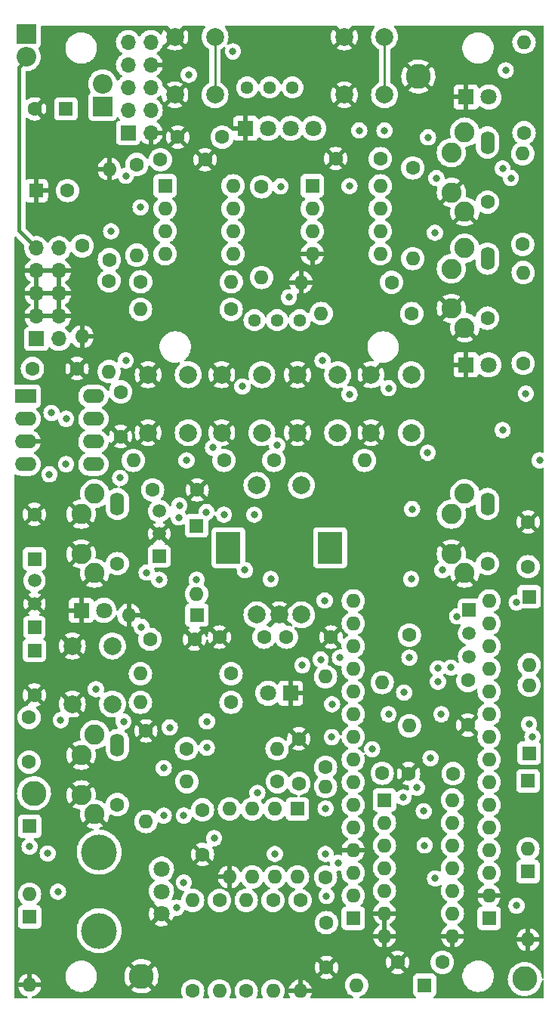
<source format=gbr>
%TF.GenerationSoftware,KiCad,Pcbnew,(6.0.1)*%
%TF.CreationDate,2023-10-05T13:03:44-07:00*%
%TF.ProjectId,Spankulator,5370616e-6b75-46c6-9174-6f722e6b6963,5.3*%
%TF.SameCoordinates,Original*%
%TF.FileFunction,Copper,L2,Inr*%
%TF.FilePolarity,Positive*%
%FSLAX46Y46*%
G04 Gerber Fmt 4.6, Leading zero omitted, Abs format (unit mm)*
G04 Created by KiCad (PCBNEW (6.0.1)) date 2023-10-05 13:03:44*
%MOMM*%
%LPD*%
G01*
G04 APERTURE LIST*
%TA.AperFunction,ComponentPad*%
%ADD10R,2.200000X2.200000*%
%TD*%
%TA.AperFunction,ComponentPad*%
%ADD11O,2.200000X2.200000*%
%TD*%
%TA.AperFunction,ComponentPad*%
%ADD12R,1.600000X1.600000*%
%TD*%
%TA.AperFunction,ComponentPad*%
%ADD13C,1.600000*%
%TD*%
%TA.AperFunction,ComponentPad*%
%ADD14R,1.800000X1.800000*%
%TD*%
%TA.AperFunction,ComponentPad*%
%ADD15C,1.800000*%
%TD*%
%TA.AperFunction,ComponentPad*%
%ADD16C,2.250000*%
%TD*%
%TA.AperFunction,ComponentPad*%
%ADD17O,1.600000X2.600000*%
%TD*%
%TA.AperFunction,ComponentPad*%
%ADD18O,1.600000X1.600000*%
%TD*%
%TA.AperFunction,ComponentPad*%
%ADD19C,2.000000*%
%TD*%
%TA.AperFunction,ComponentPad*%
%ADD20R,2.800000X3.600000*%
%TD*%
%TA.AperFunction,ComponentPad*%
%ADD21C,2.800000*%
%TD*%
%TA.AperFunction,WasherPad*%
%ADD22C,4.000000*%
%TD*%
%TA.AperFunction,ComponentPad*%
%ADD23R,2.400000X1.600000*%
%TD*%
%TA.AperFunction,ComponentPad*%
%ADD24O,2.400000X1.600000*%
%TD*%
%TA.AperFunction,ComponentPad*%
%ADD25R,1.500000X1.500000*%
%TD*%
%TA.AperFunction,ComponentPad*%
%ADD26C,1.500000*%
%TD*%
%TA.AperFunction,ComponentPad*%
%ADD27R,1.700000X1.700000*%
%TD*%
%TA.AperFunction,ComponentPad*%
%ADD28O,1.700000X1.700000*%
%TD*%
%TA.AperFunction,ComponentPad*%
%ADD29C,1.440000*%
%TD*%
%TA.AperFunction,ViaPad*%
%ADD30C,0.800000*%
%TD*%
%TA.AperFunction,Conductor*%
%ADD31C,0.400000*%
%TD*%
%TA.AperFunction,Conductor*%
%ADD32C,0.250000*%
%TD*%
G04 APERTURE END LIST*
D10*
X65400000Y-49050000D03*
D11*
X65400000Y-46510000D03*
D10*
X56830000Y-40950000D03*
D11*
X56830000Y-43490000D03*
D12*
X61280000Y-49320000D03*
D13*
X57780000Y-49320000D03*
X61460000Y-58480000D03*
D12*
X57960000Y-58480000D03*
D14*
X106160000Y-48000000D03*
D15*
X108700000Y-48000000D03*
D14*
X63000000Y-105500000D03*
D15*
X65540000Y-105500000D03*
D16*
X64500000Y-101330000D03*
X64500000Y-92430000D03*
X63000000Y-99180000D03*
X63000000Y-94730000D03*
D17*
X67050000Y-93590000D03*
D13*
X67050000Y-100270000D03*
D16*
X106000000Y-60830000D03*
X106000000Y-51930000D03*
X104500000Y-58680000D03*
X104500000Y-54230000D03*
D17*
X108550000Y-53090000D03*
D13*
X108550000Y-59770000D03*
D16*
X106000000Y-73830000D03*
X106000000Y-64930000D03*
X104500000Y-71680000D03*
X104500000Y-67230000D03*
D17*
X108550000Y-66090000D03*
D13*
X108550000Y-72770000D03*
D16*
X106000000Y-101330000D03*
X106000000Y-92430000D03*
X104500000Y-99180000D03*
X104500000Y-94730000D03*
D17*
X108550000Y-93590000D03*
D13*
X108550000Y-100270000D03*
D16*
X64500000Y-128330000D03*
X64500000Y-119430000D03*
X63000000Y-126180000D03*
X63000000Y-121730000D03*
D17*
X67050000Y-120590000D03*
D13*
X67050000Y-127270000D03*
X79800000Y-112600000D03*
D18*
X69640000Y-112600000D03*
D13*
X96750000Y-123750000D03*
D18*
X96750000Y-113590000D03*
D13*
X79800000Y-115800000D03*
D18*
X69640000Y-115800000D03*
D13*
X69230000Y-55560000D03*
D18*
X69230000Y-65720000D03*
D13*
X100170000Y-55940000D03*
D18*
X100170000Y-66100000D03*
D19*
X82700000Y-91500000D03*
X87700000Y-91500000D03*
D20*
X90900000Y-98500000D03*
X79500000Y-98500000D03*
D19*
X82700000Y-106000000D03*
X87700000Y-106000000D03*
X85200000Y-106000000D03*
X62000000Y-116000000D03*
X62000000Y-109500000D03*
X66500000Y-109500000D03*
X66500000Y-116000000D03*
X87250000Y-85600000D03*
X87250000Y-79100000D03*
X91750000Y-85600000D03*
X91750000Y-79100000D03*
X70500000Y-79100000D03*
X70500000Y-85600000D03*
X75000000Y-85600000D03*
X75000000Y-79100000D03*
X78750000Y-79100000D03*
X78750000Y-85600000D03*
X83250000Y-85600000D03*
X83250000Y-79100000D03*
X95500000Y-85600000D03*
X95500000Y-79100000D03*
X100000000Y-79100000D03*
X100000000Y-85600000D03*
D21*
X69750000Y-146500000D03*
D12*
X97000000Y-126750000D03*
D18*
X97000000Y-129290000D03*
X97000000Y-131830000D03*
X97000000Y-134370000D03*
X97000000Y-136910000D03*
X97000000Y-139450000D03*
X97000000Y-141990000D03*
X104620000Y-141990000D03*
X104620000Y-139450000D03*
X104620000Y-136910000D03*
X104620000Y-134370000D03*
X104620000Y-131830000D03*
X104620000Y-129290000D03*
X104620000Y-126750000D03*
D19*
X92500000Y-41250000D03*
X92500000Y-47750000D03*
X97000000Y-47750000D03*
X97000000Y-41250000D03*
D13*
X70700000Y-108750000D03*
X75700000Y-108750000D03*
X104700000Y-123800000D03*
X99700000Y-123800000D03*
X78810000Y-52490000D03*
X73810000Y-52490000D03*
X76880000Y-55010000D03*
X71880000Y-55010000D03*
D14*
X106160000Y-78000000D03*
D15*
X108700000Y-78000000D03*
D14*
X81440000Y-51500000D03*
D15*
X83980000Y-51500000D03*
X86520000Y-51500000D03*
X89060000Y-51500000D03*
D19*
X73500000Y-41250000D03*
X73500000Y-47750000D03*
X78000000Y-47750000D03*
X78000000Y-41250000D03*
D14*
X86470000Y-114800000D03*
D15*
X83930000Y-114800000D03*
D13*
X84500000Y-138000000D03*
D18*
X84500000Y-148160000D03*
D13*
X90400000Y-123100000D03*
D18*
X90400000Y-112940000D03*
D13*
X74800000Y-121000000D03*
D18*
X84960000Y-121000000D03*
D13*
X85000000Y-124700000D03*
D18*
X74840000Y-124700000D03*
D13*
X90400000Y-135400000D03*
D18*
X90400000Y-125240000D03*
D13*
X81500000Y-148150000D03*
D18*
X81500000Y-137990000D03*
D13*
X78500000Y-138000000D03*
D18*
X78500000Y-148160000D03*
D22*
X65000000Y-132600000D03*
X65000000Y-141400000D03*
D15*
X72000000Y-134500000D03*
X72000000Y-137000000D03*
X72000000Y-139500000D03*
D13*
X87400000Y-124900000D03*
X87400000Y-119900000D03*
X86000000Y-108500000D03*
X91000000Y-108500000D03*
X83500000Y-108500000D03*
X78500000Y-108500000D03*
X57150000Y-117500000D03*
X57150000Y-122500000D03*
X87550000Y-138000000D03*
D18*
X87550000Y-148160000D03*
D13*
X79000000Y-88700000D03*
D18*
X68840000Y-88700000D03*
D12*
X72400000Y-57950000D03*
D18*
X72400000Y-60490000D03*
X72400000Y-63030000D03*
X72400000Y-65570000D03*
X80020000Y-65570000D03*
X80020000Y-63030000D03*
X80020000Y-60490000D03*
X80020000Y-57950000D03*
D12*
X87250000Y-127750000D03*
D18*
X84710000Y-127750000D03*
X82170000Y-127750000D03*
X79630000Y-127750000D03*
X79630000Y-135370000D03*
X82170000Y-135370000D03*
X84710000Y-135370000D03*
X87250000Y-135370000D03*
D13*
X112500000Y-64500000D03*
D18*
X112500000Y-54340000D03*
D21*
X100800000Y-45700000D03*
D13*
X76600000Y-132850000D03*
X76600000Y-127850000D03*
D12*
X113230000Y-121500000D03*
D18*
X113230000Y-113880000D03*
D12*
X101500000Y-147500000D03*
D18*
X93880000Y-147500000D03*
D13*
X79810000Y-71776000D03*
D18*
X69650000Y-71776000D03*
D13*
X69660000Y-68700000D03*
D18*
X79820000Y-68700000D03*
D13*
X83220000Y-58050000D03*
D18*
X83220000Y-68210000D03*
D13*
X97800000Y-68750000D03*
D18*
X87640000Y-68750000D03*
D13*
X57530000Y-78420000D03*
X62530000Y-78420000D03*
D23*
X56750000Y-81510000D03*
D24*
X56750000Y-84050000D03*
X56750000Y-86590000D03*
X56750000Y-89130000D03*
X64370000Y-89130000D03*
X64370000Y-86590000D03*
X64370000Y-84050000D03*
X64370000Y-81510000D03*
D12*
X113086000Y-124608000D03*
D18*
X113086000Y-132228000D03*
D12*
X113086000Y-134768000D03*
D18*
X113086000Y-142388000D03*
D12*
X75930000Y-96040000D03*
D18*
X75930000Y-103660000D03*
D12*
X75970000Y-106040000D03*
D18*
X68350000Y-106040000D03*
D12*
X113230000Y-103980000D03*
D18*
X113230000Y-111600000D03*
D13*
X84600000Y-88700000D03*
D18*
X94760000Y-88700000D03*
D25*
X57750000Y-107374999D03*
D26*
X57750000Y-104774999D03*
X57750000Y-102174999D03*
D12*
X57750000Y-110000000D03*
D13*
X57750000Y-115000000D03*
D12*
X57750000Y-99750000D03*
D13*
X57750000Y-94750000D03*
X90500000Y-140500000D03*
X90500000Y-145500000D03*
X75500000Y-148160000D03*
D18*
X75500000Y-138000000D03*
D13*
X112650000Y-52000000D03*
D18*
X112650000Y-41840000D03*
D13*
X70250000Y-119000000D03*
D18*
X70250000Y-129160000D03*
D21*
X57700000Y-126000000D03*
D13*
X66120000Y-68600000D03*
D18*
X66120000Y-78760000D03*
D13*
X66150000Y-66230000D03*
D18*
X66150000Y-56070000D03*
D13*
X63100000Y-64664000D03*
D18*
X63100000Y-74824000D03*
D21*
X112740000Y-146810000D03*
D12*
X57206000Y-139848000D03*
D18*
X57206000Y-147468000D03*
D13*
X103484800Y-144928000D03*
X98484800Y-144928000D03*
D12*
X57206000Y-129688000D03*
D18*
X57206000Y-137308000D03*
D25*
X71750000Y-99462000D03*
D26*
X71750000Y-96922000D03*
X71750000Y-94382000D03*
D13*
X113110000Y-100610000D03*
X113110000Y-95610000D03*
X71000000Y-92000000D03*
X76000000Y-92000000D03*
X67424000Y-81031200D03*
X67424000Y-86031200D03*
X96530000Y-54890000D03*
X91530000Y-54890000D03*
X106350000Y-113350000D03*
X106350000Y-118350000D03*
D25*
X106500000Y-105475000D03*
D26*
X106500000Y-108075000D03*
X106500000Y-110675000D03*
D13*
X99800000Y-108270000D03*
D18*
X99800000Y-118430000D03*
D13*
X112550000Y-77830000D03*
D18*
X112550000Y-67670000D03*
D12*
X88910000Y-57940000D03*
D18*
X88910000Y-60480000D03*
X88910000Y-63020000D03*
X88910000Y-65560000D03*
X96530000Y-65560000D03*
X96530000Y-63020000D03*
X96530000Y-60480000D03*
X96530000Y-57940000D03*
D13*
X100060000Y-72250000D03*
D18*
X89900000Y-72250000D03*
D27*
X57980000Y-75090000D03*
D28*
X60520000Y-75090000D03*
X57980000Y-72550000D03*
X60520000Y-72550000D03*
X57980000Y-70010000D03*
X60520000Y-70010000D03*
X57980000Y-67470000D03*
X60520000Y-67470000D03*
X57980000Y-64930000D03*
X60520000Y-64930000D03*
D29*
X81605000Y-46925000D03*
X84145000Y-46925000D03*
X86685000Y-46925000D03*
X87500000Y-73000000D03*
X84960000Y-73000000D03*
X82420000Y-73000000D03*
D27*
X68250000Y-52000000D03*
D28*
X70790000Y-52000000D03*
X68250000Y-49460000D03*
X70790000Y-49460000D03*
X68250000Y-46920000D03*
X70790000Y-46920000D03*
X68250000Y-44380000D03*
X70790000Y-44380000D03*
X68250000Y-41840000D03*
X70790000Y-41840000D03*
D12*
X93500000Y-140000000D03*
D18*
X93500000Y-137460000D03*
X93500000Y-134920000D03*
X93500000Y-132380000D03*
X93500000Y-129840000D03*
X93500000Y-127300000D03*
X93500000Y-124760000D03*
X93500000Y-122220000D03*
X93500000Y-119680000D03*
X93500000Y-117140000D03*
X93500000Y-114600000D03*
X93500000Y-112060000D03*
X93500000Y-109520000D03*
X93500000Y-106980000D03*
X93500000Y-104440000D03*
D12*
X108740000Y-140000000D03*
D18*
X108740000Y-137460000D03*
X108740000Y-134920000D03*
X108740000Y-132380000D03*
X108740000Y-129840000D03*
X108740000Y-127300000D03*
X108740000Y-124760000D03*
X108740000Y-122220000D03*
X108740000Y-119680000D03*
X108740000Y-117140000D03*
X108740000Y-114600000D03*
X108740000Y-112060000D03*
X108740000Y-109520000D03*
X108740000Y-106980000D03*
X108740000Y-104440000D03*
D30*
X80010000Y-42890000D03*
X112850000Y-81220000D03*
X67366000Y-90673600D03*
X106050000Y-86580000D03*
X75930000Y-102080000D03*
X93080000Y-81280000D03*
X93080000Y-57970000D03*
X71750000Y-102080000D03*
X61297010Y-89130000D03*
X61300000Y-84050000D03*
X59430000Y-90260000D03*
X59660000Y-83380000D03*
X99125000Y-126450000D03*
X99800000Y-110800000D03*
X64640001Y-114330001D03*
X95624999Y-121052000D03*
X69652000Y-60346000D03*
X82750000Y-125950000D03*
X92000000Y-110800000D03*
X90400000Y-127700000D03*
X90390000Y-132790000D03*
X84710000Y-132790000D03*
X101500000Y-131830000D03*
X74500000Y-128500000D03*
X72250000Y-128500000D03*
X72250000Y-123180001D03*
X74500000Y-136000000D03*
X82402000Y-94787600D03*
X79000000Y-94787600D03*
X69765401Y-107374999D03*
X59238000Y-132736000D03*
X90050000Y-77500000D03*
X67995001Y-56824999D03*
X67995001Y-77500000D03*
X74804999Y-88700000D03*
X103000000Y-113500000D03*
X103374999Y-117140000D03*
X102672000Y-135530000D03*
X91792999Y-133794999D03*
X90500000Y-137500000D03*
X84960000Y-87016000D03*
X77774998Y-87270000D03*
X97454999Y-80605001D03*
X66350000Y-63030000D03*
X57206000Y-131974000D03*
X77900000Y-131030001D03*
X100100001Y-94149999D03*
X74000000Y-93750000D03*
X101400000Y-128000000D03*
X100640000Y-125370000D03*
X84250000Y-102000000D03*
X100000000Y-102000000D03*
X81068999Y-80425001D03*
X103500000Y-101000000D03*
X104450000Y-111908000D03*
X81350000Y-101000000D03*
X113600000Y-119670000D03*
X114400000Y-88700000D03*
X75061411Y-45500000D03*
X72925000Y-118625000D03*
X113204999Y-118265001D03*
X97460000Y-117140000D03*
X110596800Y-45004400D03*
X111808999Y-138585001D03*
X111824999Y-104625001D03*
X102164000Y-122068000D03*
X101890001Y-52509999D03*
X101850000Y-87850000D03*
X110250000Y-85310000D03*
X110250000Y-56000000D03*
X97000000Y-51750000D03*
X94174000Y-51750000D03*
X73674999Y-138825001D03*
X77045001Y-94500000D03*
X73919200Y-95093200D03*
X67738095Y-117961905D03*
X77091667Y-117958333D03*
X77080000Y-120890000D03*
X91100000Y-119700000D03*
X91124999Y-116025001D03*
X99200000Y-114715001D03*
X102820000Y-57070000D03*
X103000000Y-112000000D03*
X102660000Y-63190000D03*
X111180000Y-57070000D03*
X105144999Y-106180001D03*
X87800000Y-111650000D03*
X89850000Y-111000000D03*
X90300000Y-104400000D03*
X60394345Y-137025655D03*
X60700000Y-117800000D03*
X70325000Y-101275000D03*
X85350000Y-58010000D03*
X86284999Y-70433801D03*
D31*
X56030001Y-44639999D02*
X56830000Y-43840000D01*
X57980000Y-64930000D02*
X56030001Y-62980001D01*
X56030001Y-62980001D02*
X56030001Y-44639999D01*
D32*
X97000000Y-47750000D02*
X97000000Y-41250000D01*
X78000000Y-47750000D02*
X78000000Y-41250000D01*
%TA.AperFunction,Conductor*%
G36*
X72633141Y-40028002D02*
G01*
X72654115Y-40044905D01*
X73487188Y-40877978D01*
X73501132Y-40885592D01*
X73502965Y-40885461D01*
X73509580Y-40881210D01*
X74345885Y-40044905D01*
X74408197Y-40010879D01*
X74434980Y-40008000D01*
X76803644Y-40008000D01*
X76871765Y-40028002D01*
X76918258Y-40081658D01*
X76928362Y-40151932D01*
X76899455Y-40215831D01*
X76775824Y-40360584D01*
X76773245Y-40364792D01*
X76773241Y-40364798D01*
X76680853Y-40515562D01*
X76651760Y-40563037D01*
X76649867Y-40567607D01*
X76649865Y-40567611D01*
X76577767Y-40741673D01*
X76560895Y-40782406D01*
X76545419Y-40846870D01*
X76508605Y-41000211D01*
X76505465Y-41013289D01*
X76486835Y-41250000D01*
X76505465Y-41486711D01*
X76560895Y-41717594D01*
X76562788Y-41722165D01*
X76562789Y-41722167D01*
X76649772Y-41932163D01*
X76651760Y-41936963D01*
X76654346Y-41941183D01*
X76773241Y-42135202D01*
X76773245Y-42135208D01*
X76775824Y-42139416D01*
X76930031Y-42319969D01*
X77110584Y-42474176D01*
X77114792Y-42476755D01*
X77114798Y-42476759D01*
X77306335Y-42594133D01*
X77353966Y-42646781D01*
X77366500Y-42701566D01*
X77366500Y-46298434D01*
X77346498Y-46366555D01*
X77306335Y-46405867D01*
X77114798Y-46523241D01*
X77114792Y-46523245D01*
X77110584Y-46525824D01*
X76930031Y-46680031D01*
X76775824Y-46860584D01*
X76773245Y-46864792D01*
X76773241Y-46864798D01*
X76685125Y-47008591D01*
X76651760Y-47063037D01*
X76649867Y-47067607D01*
X76649865Y-47067611D01*
X76562789Y-47277833D01*
X76560895Y-47282406D01*
X76559740Y-47287218D01*
X76513484Y-47479888D01*
X76505465Y-47513289D01*
X76486835Y-47750000D01*
X76505465Y-47986711D01*
X76506619Y-47991518D01*
X76506620Y-47991524D01*
X76536122Y-48114408D01*
X76560895Y-48217594D01*
X76562788Y-48222165D01*
X76562789Y-48222167D01*
X76649772Y-48432163D01*
X76651760Y-48436963D01*
X76654346Y-48441183D01*
X76773241Y-48635202D01*
X76773245Y-48635208D01*
X76775824Y-48639416D01*
X76930031Y-48819969D01*
X77110584Y-48974176D01*
X77114792Y-48976755D01*
X77114798Y-48976759D01*
X77276500Y-49075850D01*
X77313037Y-49098240D01*
X77317607Y-49100133D01*
X77317611Y-49100135D01*
X77527833Y-49187211D01*
X77532406Y-49189105D01*
X77612609Y-49208360D01*
X77758476Y-49243380D01*
X77758482Y-49243381D01*
X77763289Y-49244535D01*
X78000000Y-49263165D01*
X78236711Y-49244535D01*
X78241518Y-49243381D01*
X78241524Y-49243380D01*
X78387391Y-49208360D01*
X78467594Y-49189105D01*
X78472167Y-49187211D01*
X78682389Y-49100135D01*
X78682393Y-49100133D01*
X78686963Y-49098240D01*
X78723500Y-49075850D01*
X78875556Y-48982670D01*
X91632160Y-48982670D01*
X91637887Y-48990320D01*
X91809042Y-49095205D01*
X91817837Y-49099687D01*
X92027988Y-49186734D01*
X92037373Y-49189783D01*
X92258554Y-49242885D01*
X92268301Y-49244428D01*
X92495070Y-49262275D01*
X92504930Y-49262275D01*
X92731699Y-49244428D01*
X92741446Y-49242885D01*
X92962627Y-49189783D01*
X92972012Y-49186734D01*
X93182163Y-49099687D01*
X93190958Y-49095205D01*
X93358445Y-48992568D01*
X93367907Y-48982110D01*
X93364124Y-48973334D01*
X92512812Y-48122022D01*
X92498868Y-48114408D01*
X92497035Y-48114539D01*
X92490420Y-48118790D01*
X91638920Y-48970290D01*
X91632160Y-48982670D01*
X78875556Y-48982670D01*
X78885202Y-48976759D01*
X78885208Y-48976755D01*
X78889416Y-48974176D01*
X79069969Y-48819969D01*
X79224176Y-48639416D01*
X79226755Y-48635208D01*
X79226759Y-48635202D01*
X79345654Y-48441183D01*
X79348240Y-48436963D01*
X79350229Y-48432163D01*
X79437211Y-48222167D01*
X79437212Y-48222165D01*
X79439105Y-48217594D01*
X79463878Y-48114408D01*
X79493380Y-47991524D01*
X79493381Y-47991518D01*
X79494535Y-47986711D01*
X79513165Y-47750000D01*
X79494535Y-47513289D01*
X79486517Y-47479888D01*
X79440260Y-47287218D01*
X79439105Y-47282406D01*
X79437211Y-47277833D01*
X79350135Y-47067611D01*
X79350133Y-47067607D01*
X79348240Y-47063037D01*
X79314875Y-47008591D01*
X79263651Y-46925000D01*
X80371807Y-46925000D01*
X80390542Y-47139142D01*
X80391966Y-47144455D01*
X80391966Y-47144457D01*
X80442254Y-47332131D01*
X80446178Y-47346777D01*
X80448500Y-47351757D01*
X80448501Y-47351759D01*
X80521361Y-47508006D01*
X80537024Y-47541596D01*
X80660319Y-47717681D01*
X80812319Y-47869681D01*
X80988403Y-47992976D01*
X80993381Y-47995297D01*
X80993384Y-47995299D01*
X81163813Y-48074771D01*
X81183223Y-48083822D01*
X81188531Y-48085244D01*
X81188533Y-48085245D01*
X81385543Y-48138034D01*
X81385545Y-48138034D01*
X81390858Y-48139458D01*
X81605000Y-48158193D01*
X81819142Y-48139458D01*
X81824455Y-48138034D01*
X81824457Y-48138034D01*
X82021467Y-48085245D01*
X82021469Y-48085244D01*
X82026777Y-48083822D01*
X82046187Y-48074771D01*
X82216616Y-47995299D01*
X82216619Y-47995297D01*
X82221597Y-47992976D01*
X82397681Y-47869681D01*
X82549681Y-47717681D01*
X82672976Y-47541596D01*
X82688640Y-47508006D01*
X82760805Y-47353247D01*
X82807723Y-47299962D01*
X82876000Y-47280501D01*
X82943960Y-47301043D01*
X82989195Y-47353247D01*
X83061361Y-47508006D01*
X83077024Y-47541596D01*
X83200319Y-47717681D01*
X83352319Y-47869681D01*
X83528403Y-47992976D01*
X83533381Y-47995297D01*
X83533384Y-47995299D01*
X83703813Y-48074771D01*
X83723223Y-48083822D01*
X83728531Y-48085244D01*
X83728533Y-48085245D01*
X83925543Y-48138034D01*
X83925545Y-48138034D01*
X83930858Y-48139458D01*
X84145000Y-48158193D01*
X84359142Y-48139458D01*
X84364455Y-48138034D01*
X84364457Y-48138034D01*
X84561467Y-48085245D01*
X84561469Y-48085244D01*
X84566777Y-48083822D01*
X84586187Y-48074771D01*
X84756616Y-47995299D01*
X84756619Y-47995297D01*
X84761597Y-47992976D01*
X84937681Y-47869681D01*
X85089681Y-47717681D01*
X85212976Y-47541596D01*
X85228640Y-47508006D01*
X85300805Y-47353247D01*
X85347723Y-47299962D01*
X85416000Y-47280501D01*
X85483960Y-47301043D01*
X85529195Y-47353247D01*
X85601361Y-47508006D01*
X85617024Y-47541596D01*
X85740319Y-47717681D01*
X85892319Y-47869681D01*
X86068403Y-47992976D01*
X86073381Y-47995297D01*
X86073384Y-47995299D01*
X86243813Y-48074771D01*
X86263223Y-48083822D01*
X86268531Y-48085244D01*
X86268533Y-48085245D01*
X86465543Y-48138034D01*
X86465545Y-48138034D01*
X86470858Y-48139458D01*
X86685000Y-48158193D01*
X86899142Y-48139458D01*
X86904455Y-48138034D01*
X86904457Y-48138034D01*
X87101467Y-48085245D01*
X87101469Y-48085244D01*
X87106777Y-48083822D01*
X87126187Y-48074771D01*
X87296616Y-47995299D01*
X87296619Y-47995297D01*
X87301597Y-47992976D01*
X87477681Y-47869681D01*
X87592432Y-47754930D01*
X90987725Y-47754930D01*
X91005572Y-47981699D01*
X91007115Y-47991446D01*
X91060217Y-48212627D01*
X91063266Y-48222012D01*
X91150313Y-48432163D01*
X91154795Y-48440958D01*
X91257432Y-48608445D01*
X91267890Y-48617907D01*
X91276666Y-48614124D01*
X92127978Y-47762812D01*
X92134356Y-47751132D01*
X92864408Y-47751132D01*
X92864539Y-47752965D01*
X92868790Y-47759580D01*
X93720290Y-48611080D01*
X93732670Y-48617840D01*
X93740320Y-48612113D01*
X93845205Y-48440958D01*
X93849687Y-48432163D01*
X93936734Y-48222012D01*
X93939783Y-48212627D01*
X93992885Y-47991446D01*
X93994428Y-47981699D01*
X94012275Y-47754930D01*
X94012275Y-47745070D01*
X93994428Y-47518301D01*
X93992885Y-47508554D01*
X93939783Y-47287373D01*
X93936734Y-47277988D01*
X93849687Y-47067837D01*
X93845205Y-47059042D01*
X93742568Y-46891555D01*
X93732110Y-46882093D01*
X93723334Y-46885876D01*
X92872022Y-47737188D01*
X92864408Y-47751132D01*
X92134356Y-47751132D01*
X92135592Y-47748868D01*
X92135461Y-47747035D01*
X92131210Y-47740420D01*
X91279710Y-46888920D01*
X91267330Y-46882160D01*
X91259680Y-46887887D01*
X91154795Y-47059042D01*
X91150313Y-47067837D01*
X91063266Y-47277988D01*
X91060217Y-47287373D01*
X91007115Y-47508554D01*
X91005572Y-47518301D01*
X90987725Y-47745070D01*
X90987725Y-47754930D01*
X87592432Y-47754930D01*
X87629681Y-47717681D01*
X87752976Y-47541596D01*
X87768640Y-47508006D01*
X87841499Y-47351759D01*
X87841500Y-47351757D01*
X87843822Y-47346777D01*
X87847747Y-47332131D01*
X87898034Y-47144457D01*
X87898034Y-47144455D01*
X87899458Y-47139142D01*
X87918193Y-46925000D01*
X87899458Y-46710858D01*
X87896414Y-46699496D01*
X87847752Y-46517890D01*
X91632093Y-46517890D01*
X91635876Y-46526666D01*
X92487188Y-47377978D01*
X92501132Y-47385592D01*
X92502965Y-47385461D01*
X92509580Y-47381210D01*
X93361080Y-46529710D01*
X93367840Y-46517330D01*
X93362113Y-46509680D01*
X93190958Y-46404795D01*
X93182163Y-46400313D01*
X92972012Y-46313266D01*
X92962627Y-46310217D01*
X92741446Y-46257115D01*
X92731699Y-46255572D01*
X92504930Y-46237725D01*
X92495070Y-46237725D01*
X92268301Y-46255572D01*
X92258554Y-46257115D01*
X92037373Y-46310217D01*
X92027988Y-46313266D01*
X91817837Y-46400313D01*
X91809042Y-46404795D01*
X91641555Y-46507432D01*
X91632093Y-46517890D01*
X87847752Y-46517890D01*
X87845245Y-46508533D01*
X87845244Y-46508531D01*
X87843822Y-46503223D01*
X87795834Y-46400313D01*
X87755299Y-46313385D01*
X87755297Y-46313382D01*
X87752976Y-46308404D01*
X87629681Y-46132319D01*
X87477681Y-45980319D01*
X87301597Y-45857024D01*
X87296619Y-45854703D01*
X87296616Y-45854701D01*
X87111759Y-45768501D01*
X87111758Y-45768500D01*
X87106777Y-45766178D01*
X87101469Y-45764756D01*
X87101467Y-45764755D01*
X86904457Y-45711966D01*
X86904455Y-45711966D01*
X86899142Y-45710542D01*
X86685000Y-45691807D01*
X86470858Y-45710542D01*
X86465545Y-45711966D01*
X86465543Y-45711966D01*
X86268533Y-45764755D01*
X86268531Y-45764756D01*
X86263223Y-45766178D01*
X86258243Y-45768500D01*
X86258241Y-45768501D01*
X86073385Y-45854701D01*
X86073382Y-45854703D01*
X86068404Y-45857024D01*
X85892319Y-45980319D01*
X85740319Y-46132319D01*
X85617024Y-46308404D01*
X85614703Y-46313382D01*
X85614701Y-46313385D01*
X85529195Y-46496753D01*
X85482277Y-46550038D01*
X85414000Y-46569499D01*
X85346040Y-46548957D01*
X85300805Y-46496753D01*
X85215299Y-46313385D01*
X85215297Y-46313382D01*
X85212976Y-46308404D01*
X85089681Y-46132319D01*
X84937681Y-45980319D01*
X84761597Y-45857024D01*
X84756619Y-45854703D01*
X84756616Y-45854701D01*
X84571759Y-45768501D01*
X84571758Y-45768500D01*
X84566777Y-45766178D01*
X84561469Y-45764756D01*
X84561467Y-45764755D01*
X84364457Y-45711966D01*
X84364455Y-45711966D01*
X84359142Y-45710542D01*
X84145000Y-45691807D01*
X83930858Y-45710542D01*
X83925545Y-45711966D01*
X83925543Y-45711966D01*
X83728533Y-45764755D01*
X83728531Y-45764756D01*
X83723223Y-45766178D01*
X83718243Y-45768500D01*
X83718241Y-45768501D01*
X83533385Y-45854701D01*
X83533382Y-45854703D01*
X83528404Y-45857024D01*
X83352319Y-45980319D01*
X83200319Y-46132319D01*
X83077024Y-46308404D01*
X83074703Y-46313382D01*
X83074701Y-46313385D01*
X82989195Y-46496753D01*
X82942277Y-46550038D01*
X82874000Y-46569499D01*
X82806040Y-46548957D01*
X82760805Y-46496753D01*
X82675299Y-46313385D01*
X82675297Y-46313382D01*
X82672976Y-46308404D01*
X82549681Y-46132319D01*
X82397681Y-45980319D01*
X82221597Y-45857024D01*
X82216619Y-45854703D01*
X82216616Y-45854701D01*
X82031759Y-45768501D01*
X82031758Y-45768500D01*
X82026777Y-45766178D01*
X82021469Y-45764756D01*
X82021467Y-45764755D01*
X81824457Y-45711966D01*
X81824455Y-45711966D01*
X81819142Y-45710542D01*
X81605000Y-45691807D01*
X81390858Y-45710542D01*
X81385545Y-45711966D01*
X81385543Y-45711966D01*
X81188533Y-45764755D01*
X81188531Y-45764756D01*
X81183223Y-45766178D01*
X81178243Y-45768500D01*
X81178241Y-45768501D01*
X80993385Y-45854701D01*
X80993382Y-45854703D01*
X80988404Y-45857024D01*
X80812319Y-45980319D01*
X80660319Y-46132319D01*
X80537024Y-46308404D01*
X80534703Y-46313382D01*
X80534701Y-46313385D01*
X80494166Y-46400313D01*
X80446178Y-46503223D01*
X80444756Y-46508531D01*
X80444755Y-46508533D01*
X80393586Y-46699496D01*
X80390542Y-46710858D01*
X80371807Y-46925000D01*
X79263651Y-46925000D01*
X79226759Y-46864798D01*
X79226755Y-46864792D01*
X79224176Y-46860584D01*
X79069969Y-46680031D01*
X78889416Y-46525824D01*
X78885208Y-46523245D01*
X78885202Y-46523241D01*
X78693665Y-46405867D01*
X78646034Y-46353219D01*
X78633500Y-46298434D01*
X78633500Y-42701566D01*
X78653502Y-42633445D01*
X78693665Y-42594133D01*
X78885202Y-42476759D01*
X78885208Y-42476755D01*
X78889416Y-42474176D01*
X78965534Y-42409165D01*
X79030324Y-42380134D01*
X79100524Y-42390739D01*
X79153847Y-42437614D01*
X79173362Y-42505876D01*
X79167198Y-42543910D01*
X79116458Y-42700072D01*
X79115768Y-42706633D01*
X79115768Y-42706635D01*
X79109920Y-42762275D01*
X79096496Y-42890000D01*
X79097186Y-42896565D01*
X79115621Y-43071961D01*
X79116458Y-43079928D01*
X79175473Y-43261556D01*
X79270960Y-43426944D01*
X79275378Y-43431851D01*
X79275379Y-43431852D01*
X79394325Y-43563955D01*
X79398747Y-43568866D01*
X79553248Y-43681118D01*
X79559276Y-43683802D01*
X79559278Y-43683803D01*
X79666945Y-43731739D01*
X79727712Y-43758794D01*
X79821112Y-43778647D01*
X79908056Y-43797128D01*
X79908061Y-43797128D01*
X79914513Y-43798500D01*
X80105487Y-43798500D01*
X80111939Y-43797128D01*
X80111944Y-43797128D01*
X80198888Y-43778647D01*
X80292288Y-43758794D01*
X80353055Y-43731739D01*
X80460722Y-43683803D01*
X80460724Y-43683802D01*
X80466752Y-43681118D01*
X80621253Y-43568866D01*
X80625675Y-43563955D01*
X80744621Y-43431852D01*
X80744622Y-43431851D01*
X80749040Y-43426944D01*
X80844527Y-43261556D01*
X80903542Y-43079928D01*
X80904380Y-43071961D01*
X80922814Y-42896565D01*
X80923504Y-42890000D01*
X80910080Y-42762275D01*
X80904232Y-42706635D01*
X80904232Y-42706633D01*
X80903542Y-42700072D01*
X80844527Y-42518444D01*
X80834234Y-42500615D01*
X80823873Y-42482670D01*
X91632160Y-42482670D01*
X91637887Y-42490320D01*
X91809042Y-42595205D01*
X91817837Y-42599687D01*
X92027988Y-42686734D01*
X92037373Y-42689783D01*
X92258554Y-42742885D01*
X92268301Y-42744428D01*
X92495070Y-42762275D01*
X92504930Y-42762275D01*
X92731699Y-42744428D01*
X92741446Y-42742885D01*
X92962627Y-42689783D01*
X92972012Y-42686734D01*
X93182163Y-42599687D01*
X93190958Y-42595205D01*
X93358445Y-42492568D01*
X93367907Y-42482110D01*
X93364124Y-42473334D01*
X92512812Y-41622022D01*
X92498868Y-41614408D01*
X92497035Y-41614539D01*
X92490420Y-41618790D01*
X91638920Y-42470290D01*
X91632160Y-42482670D01*
X80823873Y-42482670D01*
X80783799Y-42413261D01*
X80749040Y-42353056D01*
X80726192Y-42327680D01*
X80625675Y-42216045D01*
X80625674Y-42216044D01*
X80621253Y-42211134D01*
X80516742Y-42135202D01*
X80472094Y-42102763D01*
X80472093Y-42102762D01*
X80466752Y-42098882D01*
X80460724Y-42096198D01*
X80460722Y-42096197D01*
X80298319Y-42023891D01*
X80298318Y-42023891D01*
X80292288Y-42021206D01*
X80198887Y-42001353D01*
X80111944Y-41982872D01*
X80111939Y-41982872D01*
X80105487Y-41981500D01*
X79914513Y-41981500D01*
X79908061Y-41982872D01*
X79908056Y-41982872D01*
X79821113Y-42001353D01*
X79727712Y-42021206D01*
X79721682Y-42023891D01*
X79721681Y-42023891D01*
X79559278Y-42096197D01*
X79559276Y-42096198D01*
X79553248Y-42098882D01*
X79547907Y-42102762D01*
X79547906Y-42102763D01*
X79517327Y-42124980D01*
X79450459Y-42148839D01*
X79381307Y-42132758D01*
X79331827Y-42081844D01*
X79317728Y-42012261D01*
X79335834Y-41957208D01*
X79345652Y-41941186D01*
X79345654Y-41941183D01*
X79348240Y-41936963D01*
X79350229Y-41932163D01*
X79437211Y-41722167D01*
X79437212Y-41722165D01*
X79439105Y-41717594D01*
X79494535Y-41486711D01*
X79512777Y-41254930D01*
X90987725Y-41254930D01*
X91005572Y-41481699D01*
X91007115Y-41491446D01*
X91060217Y-41712627D01*
X91063266Y-41722012D01*
X91150313Y-41932163D01*
X91154795Y-41940958D01*
X91257432Y-42108445D01*
X91267890Y-42117907D01*
X91276666Y-42114124D01*
X92127978Y-41262812D01*
X92134356Y-41251132D01*
X92864408Y-41251132D01*
X92864539Y-41252965D01*
X92868790Y-41259580D01*
X93720290Y-42111080D01*
X93732670Y-42117840D01*
X93740320Y-42112113D01*
X93845205Y-41940958D01*
X93849687Y-41932163D01*
X93936734Y-41722012D01*
X93939783Y-41712627D01*
X93992885Y-41491446D01*
X93994428Y-41481699D01*
X94012275Y-41254930D01*
X94012275Y-41245070D01*
X93994428Y-41018301D01*
X93992885Y-41008554D01*
X93939783Y-40787373D01*
X93936734Y-40777988D01*
X93849687Y-40567837D01*
X93845205Y-40559042D01*
X93742568Y-40391555D01*
X93732110Y-40382093D01*
X93723334Y-40385876D01*
X92872022Y-41237188D01*
X92864408Y-41251132D01*
X92134356Y-41251132D01*
X92135592Y-41248868D01*
X92135461Y-41247035D01*
X92131210Y-41240420D01*
X91279710Y-40388920D01*
X91267330Y-40382160D01*
X91259680Y-40387887D01*
X91154795Y-40559042D01*
X91150313Y-40567837D01*
X91063266Y-40777988D01*
X91060217Y-40787373D01*
X91007115Y-41008554D01*
X91005572Y-41018301D01*
X90987725Y-41245070D01*
X90987725Y-41254930D01*
X79512777Y-41254930D01*
X79513165Y-41250000D01*
X79494535Y-41013289D01*
X79491396Y-41000211D01*
X79454581Y-40846870D01*
X79439105Y-40782406D01*
X79422233Y-40741673D01*
X79350135Y-40567611D01*
X79350133Y-40567607D01*
X79348240Y-40563037D01*
X79319147Y-40515562D01*
X79226759Y-40364798D01*
X79226755Y-40364792D01*
X79224176Y-40360584D01*
X79100545Y-40215831D01*
X79071514Y-40151041D01*
X79082119Y-40080841D01*
X79128994Y-40027518D01*
X79196356Y-40008000D01*
X91565020Y-40008000D01*
X91633141Y-40028002D01*
X91654115Y-40044905D01*
X92487188Y-40877978D01*
X92501132Y-40885592D01*
X92502965Y-40885461D01*
X92509580Y-40881210D01*
X93345885Y-40044905D01*
X93408197Y-40010879D01*
X93434980Y-40008000D01*
X95803644Y-40008000D01*
X95871765Y-40028002D01*
X95918258Y-40081658D01*
X95928362Y-40151932D01*
X95899455Y-40215831D01*
X95775824Y-40360584D01*
X95773245Y-40364792D01*
X95773241Y-40364798D01*
X95680853Y-40515562D01*
X95651760Y-40563037D01*
X95649867Y-40567607D01*
X95649865Y-40567611D01*
X95577767Y-40741673D01*
X95560895Y-40782406D01*
X95545419Y-40846870D01*
X95508605Y-41000211D01*
X95505465Y-41013289D01*
X95486835Y-41250000D01*
X95505465Y-41486711D01*
X95560895Y-41717594D01*
X95562788Y-41722165D01*
X95562789Y-41722167D01*
X95649772Y-41932163D01*
X95651760Y-41936963D01*
X95654346Y-41941183D01*
X95773241Y-42135202D01*
X95773245Y-42135208D01*
X95775824Y-42139416D01*
X95930031Y-42319969D01*
X96110584Y-42474176D01*
X96114792Y-42476755D01*
X96114798Y-42476759D01*
X96306335Y-42594133D01*
X96353966Y-42646781D01*
X96366500Y-42701566D01*
X96366500Y-46298434D01*
X96346498Y-46366555D01*
X96306335Y-46405867D01*
X96114798Y-46523241D01*
X96114792Y-46523245D01*
X96110584Y-46525824D01*
X95930031Y-46680031D01*
X95775824Y-46860584D01*
X95773245Y-46864792D01*
X95773241Y-46864798D01*
X95685125Y-47008591D01*
X95651760Y-47063037D01*
X95649867Y-47067607D01*
X95649865Y-47067611D01*
X95562789Y-47277833D01*
X95560895Y-47282406D01*
X95559740Y-47287218D01*
X95513484Y-47479888D01*
X95505465Y-47513289D01*
X95486835Y-47750000D01*
X95505465Y-47986711D01*
X95506619Y-47991518D01*
X95506620Y-47991524D01*
X95536122Y-48114408D01*
X95560895Y-48217594D01*
X95562788Y-48222165D01*
X95562789Y-48222167D01*
X95649772Y-48432163D01*
X95651760Y-48436963D01*
X95654346Y-48441183D01*
X95773241Y-48635202D01*
X95773245Y-48635208D01*
X95775824Y-48639416D01*
X95930031Y-48819969D01*
X96110584Y-48974176D01*
X96114792Y-48976755D01*
X96114798Y-48976759D01*
X96276500Y-49075850D01*
X96313037Y-49098240D01*
X96317607Y-49100133D01*
X96317611Y-49100135D01*
X96527833Y-49187211D01*
X96532406Y-49189105D01*
X96612609Y-49208360D01*
X96758476Y-49243380D01*
X96758482Y-49243381D01*
X96763289Y-49244535D01*
X97000000Y-49263165D01*
X97236711Y-49244535D01*
X97241518Y-49243381D01*
X97241524Y-49243380D01*
X97387391Y-49208360D01*
X97467594Y-49189105D01*
X97472167Y-49187211D01*
X97682389Y-49100135D01*
X97682393Y-49100133D01*
X97686963Y-49098240D01*
X97723500Y-49075850D01*
X97885202Y-48976759D01*
X97885208Y-48976755D01*
X97889416Y-48974176D01*
X97923964Y-48944669D01*
X104752001Y-48944669D01*
X104752371Y-48951490D01*
X104757895Y-49002352D01*
X104761521Y-49017604D01*
X104806676Y-49138054D01*
X104815214Y-49153649D01*
X104891715Y-49255724D01*
X104904276Y-49268285D01*
X105006351Y-49344786D01*
X105021946Y-49353324D01*
X105142394Y-49398478D01*
X105157649Y-49402105D01*
X105208514Y-49407631D01*
X105215328Y-49408000D01*
X105887885Y-49408000D01*
X105903124Y-49403525D01*
X105904329Y-49402135D01*
X105906000Y-49394452D01*
X105906000Y-49389884D01*
X106414000Y-49389884D01*
X106418475Y-49405123D01*
X106419865Y-49406328D01*
X106427548Y-49407999D01*
X107104669Y-49407999D01*
X107111490Y-49407629D01*
X107162352Y-49402105D01*
X107177604Y-49398479D01*
X107298054Y-49353324D01*
X107313649Y-49344786D01*
X107415724Y-49268285D01*
X107428285Y-49255724D01*
X107504786Y-49153649D01*
X107513324Y-49138054D01*
X107534773Y-49080840D01*
X107577415Y-49024075D01*
X107643977Y-48999376D01*
X107713325Y-49014584D01*
X107733240Y-49028126D01*
X107889349Y-49157730D01*
X108089322Y-49274584D01*
X108305694Y-49357209D01*
X108310760Y-49358240D01*
X108310761Y-49358240D01*
X108363846Y-49369040D01*
X108532656Y-49403385D01*
X108663324Y-49408176D01*
X108758949Y-49411683D01*
X108758953Y-49411683D01*
X108764113Y-49411872D01*
X108769233Y-49411216D01*
X108769235Y-49411216D01*
X108868668Y-49398478D01*
X108993847Y-49382442D01*
X108998795Y-49380957D01*
X108998802Y-49380956D01*
X109210747Y-49317369D01*
X109215690Y-49315886D01*
X109297173Y-49275968D01*
X109419049Y-49216262D01*
X109419052Y-49216260D01*
X109423684Y-49213991D01*
X109612243Y-49079494D01*
X109776303Y-48916005D01*
X109911458Y-48727917D01*
X109957281Y-48635202D01*
X110011784Y-48524922D01*
X110011785Y-48524920D01*
X110014078Y-48520280D01*
X110081408Y-48298671D01*
X110111640Y-48069041D01*
X110113327Y-48000000D01*
X110101723Y-47858855D01*
X110094773Y-47774318D01*
X110094772Y-47774312D01*
X110094349Y-47769167D01*
X110050330Y-47593919D01*
X110039184Y-47549544D01*
X110039183Y-47549540D01*
X110037925Y-47544533D01*
X110008861Y-47477690D01*
X109947630Y-47336868D01*
X109947628Y-47336865D01*
X109945570Y-47332131D01*
X109819764Y-47137665D01*
X109663887Y-46966358D01*
X109659836Y-46963159D01*
X109659832Y-46963155D01*
X109486177Y-46826011D01*
X109486172Y-46826008D01*
X109482123Y-46822810D01*
X109477607Y-46820317D01*
X109477604Y-46820315D01*
X109283879Y-46713373D01*
X109283875Y-46713371D01*
X109279355Y-46710876D01*
X109274486Y-46709152D01*
X109274482Y-46709150D01*
X109065903Y-46635288D01*
X109065899Y-46635287D01*
X109061028Y-46633562D01*
X109055935Y-46632655D01*
X109055932Y-46632654D01*
X108838095Y-46593851D01*
X108838089Y-46593850D01*
X108833006Y-46592945D01*
X108755644Y-46592000D01*
X108606581Y-46590179D01*
X108606579Y-46590179D01*
X108601411Y-46590116D01*
X108372464Y-46625150D01*
X108152314Y-46697106D01*
X108147726Y-46699494D01*
X108147722Y-46699496D01*
X107951461Y-46801663D01*
X107946872Y-46804052D01*
X107942739Y-46807155D01*
X107942736Y-46807157D01*
X107765790Y-46940012D01*
X107761655Y-46943117D01*
X107758083Y-46946855D01*
X107743787Y-46961815D01*
X107682263Y-46997245D01*
X107611351Y-46993788D01*
X107553564Y-46952543D01*
X107534711Y-46918994D01*
X107513324Y-46861946D01*
X107504786Y-46846351D01*
X107428285Y-46744276D01*
X107415724Y-46731715D01*
X107313649Y-46655214D01*
X107298054Y-46646676D01*
X107177606Y-46601522D01*
X107162351Y-46597895D01*
X107111486Y-46592369D01*
X107104672Y-46592000D01*
X106432115Y-46592000D01*
X106416876Y-46596475D01*
X106415671Y-46597865D01*
X106414000Y-46605548D01*
X106414000Y-49389884D01*
X105906000Y-49389884D01*
X105906000Y-48272115D01*
X105901525Y-48256876D01*
X105900135Y-48255671D01*
X105892452Y-48254000D01*
X104770116Y-48254000D01*
X104754877Y-48258475D01*
X104753672Y-48259865D01*
X104752001Y-48267548D01*
X104752001Y-48944669D01*
X97923964Y-48944669D01*
X98069969Y-48819969D01*
X98224176Y-48639416D01*
X98226755Y-48635208D01*
X98226759Y-48635202D01*
X98345654Y-48441183D01*
X98348240Y-48436963D01*
X98350229Y-48432163D01*
X98437211Y-48222167D01*
X98437212Y-48222165D01*
X98439105Y-48217594D01*
X98463878Y-48114408D01*
X98493380Y-47991524D01*
X98493381Y-47991518D01*
X98494535Y-47986711D01*
X98513165Y-47750000D01*
X98511424Y-47727885D01*
X104752000Y-47727885D01*
X104756475Y-47743124D01*
X104757865Y-47744329D01*
X104765548Y-47746000D01*
X105887885Y-47746000D01*
X105903124Y-47741525D01*
X105904329Y-47740135D01*
X105906000Y-47732452D01*
X105906000Y-46610116D01*
X105901525Y-46594877D01*
X105900135Y-46593672D01*
X105892452Y-46592001D01*
X105215331Y-46592001D01*
X105208510Y-46592371D01*
X105157648Y-46597895D01*
X105142396Y-46601521D01*
X105021946Y-46646676D01*
X105006351Y-46655214D01*
X104904276Y-46731715D01*
X104891715Y-46744276D01*
X104815214Y-46846351D01*
X104806676Y-46861946D01*
X104761522Y-46982394D01*
X104757895Y-46997649D01*
X104752369Y-47048514D01*
X104752000Y-47055328D01*
X104752000Y-47727885D01*
X98511424Y-47727885D01*
X98494535Y-47513289D01*
X98486517Y-47479888D01*
X98440260Y-47287218D01*
X98439105Y-47282406D01*
X98437211Y-47277833D01*
X98412347Y-47217806D01*
X99647361Y-47217806D01*
X99654751Y-47228108D01*
X99696630Y-47262203D01*
X99703909Y-47267318D01*
X99927756Y-47402085D01*
X99935670Y-47406118D01*
X100176286Y-47508006D01*
X100184691Y-47510883D01*
X100437257Y-47577850D01*
X100445989Y-47579516D01*
X100705474Y-47610227D01*
X100714340Y-47610645D01*
X100975561Y-47604490D01*
X100984414Y-47603653D01*
X101242162Y-47560752D01*
X101250796Y-47558679D01*
X101499930Y-47479888D01*
X101508192Y-47476617D01*
X101743731Y-47363513D01*
X101751455Y-47359107D01*
X101945268Y-47229606D01*
X101953556Y-47219688D01*
X101946299Y-47205509D01*
X100812812Y-46072022D01*
X100798868Y-46064408D01*
X100797035Y-46064539D01*
X100790420Y-46068790D01*
X99654527Y-47204683D01*
X99647361Y-47217806D01*
X98412347Y-47217806D01*
X98350135Y-47067611D01*
X98350133Y-47067607D01*
X98348240Y-47063037D01*
X98314875Y-47008591D01*
X98226759Y-46864798D01*
X98226755Y-46864792D01*
X98224176Y-46860584D01*
X98069969Y-46680031D01*
X97889416Y-46525824D01*
X97885208Y-46523245D01*
X97885202Y-46523241D01*
X97693665Y-46405867D01*
X97646034Y-46353219D01*
X97633500Y-46298434D01*
X97633500Y-45644367D01*
X98888245Y-45644367D01*
X98898503Y-45905459D01*
X98899478Y-45914288D01*
X98946422Y-46171332D01*
X98948631Y-46179934D01*
X99031324Y-46427796D01*
X99034728Y-46436014D01*
X99151519Y-46669750D01*
X99156043Y-46677398D01*
X99271352Y-46844235D01*
X99281673Y-46852589D01*
X99295323Y-46845467D01*
X100427978Y-45712812D01*
X100434356Y-45701132D01*
X101164408Y-45701132D01*
X101164539Y-45702965D01*
X101168790Y-45709580D01*
X102305517Y-46846307D01*
X102318917Y-46853624D01*
X102328821Y-46846637D01*
X102344686Y-46827763D01*
X102349905Y-46820580D01*
X102488171Y-46598876D01*
X102492333Y-46591017D01*
X102597988Y-46352030D01*
X102600994Y-46343680D01*
X102671921Y-46092192D01*
X102673722Y-46083499D01*
X102708672Y-45823292D01*
X102709200Y-45816899D01*
X102712773Y-45703222D01*
X102712646Y-45696779D01*
X102694106Y-45434923D01*
X102692853Y-45426119D01*
X102637858Y-45170677D01*
X102635379Y-45162144D01*
X102577184Y-45004400D01*
X109683296Y-45004400D01*
X109683986Y-45010965D01*
X109701825Y-45180689D01*
X109703258Y-45194328D01*
X109762273Y-45375956D01*
X109857760Y-45541344D01*
X109862178Y-45546251D01*
X109862179Y-45546252D01*
X109902328Y-45590842D01*
X109985547Y-45683266D01*
X110044910Y-45726396D01*
X110104392Y-45769612D01*
X110140048Y-45795518D01*
X110146076Y-45798202D01*
X110146078Y-45798203D01*
X110308481Y-45870509D01*
X110314512Y-45873194D01*
X110407912Y-45893047D01*
X110494856Y-45911528D01*
X110494861Y-45911528D01*
X110501313Y-45912900D01*
X110692287Y-45912900D01*
X110698739Y-45911528D01*
X110698744Y-45911528D01*
X110785688Y-45893047D01*
X110879088Y-45873194D01*
X110885119Y-45870509D01*
X111047522Y-45798203D01*
X111047524Y-45798202D01*
X111053552Y-45795518D01*
X111089209Y-45769612D01*
X111148690Y-45726396D01*
X111208053Y-45683266D01*
X111291272Y-45590842D01*
X111331421Y-45546252D01*
X111331422Y-45546251D01*
X111335840Y-45541344D01*
X111431327Y-45375956D01*
X111490342Y-45194328D01*
X111491776Y-45180689D01*
X111509614Y-45010965D01*
X111510304Y-45004400D01*
X111501013Y-44916003D01*
X111491032Y-44821035D01*
X111491032Y-44821033D01*
X111490342Y-44814472D01*
X111431327Y-44632844D01*
X111424662Y-44621299D01*
X111339141Y-44473174D01*
X111335840Y-44467456D01*
X111227107Y-44346695D01*
X111212475Y-44330445D01*
X111212474Y-44330444D01*
X111208053Y-44325534D01*
X111096392Y-44244407D01*
X111058894Y-44217163D01*
X111058893Y-44217162D01*
X111053552Y-44213282D01*
X111047524Y-44210598D01*
X111047522Y-44210597D01*
X110885119Y-44138291D01*
X110885118Y-44138291D01*
X110879088Y-44135606D01*
X110785687Y-44115753D01*
X110698744Y-44097272D01*
X110698739Y-44097272D01*
X110692287Y-44095900D01*
X110501313Y-44095900D01*
X110494861Y-44097272D01*
X110494856Y-44097272D01*
X110407913Y-44115753D01*
X110314512Y-44135606D01*
X110308482Y-44138291D01*
X110308481Y-44138291D01*
X110146078Y-44210597D01*
X110146076Y-44210598D01*
X110140048Y-44213282D01*
X110134707Y-44217162D01*
X110134706Y-44217163D01*
X110097208Y-44244407D01*
X109985547Y-44325534D01*
X109981126Y-44330444D01*
X109981125Y-44330445D01*
X109966494Y-44346695D01*
X109857760Y-44467456D01*
X109854459Y-44473174D01*
X109768939Y-44621299D01*
X109762273Y-44632844D01*
X109703258Y-44814472D01*
X109702568Y-44821033D01*
X109702568Y-44821035D01*
X109692587Y-44916003D01*
X109683296Y-45004400D01*
X102577184Y-45004400D01*
X102544941Y-44917002D01*
X102541286Y-44908907D01*
X102417206Y-44678947D01*
X102412447Y-44671449D01*
X102327759Y-44556790D01*
X102316631Y-44548348D01*
X102304038Y-44555172D01*
X101172022Y-45687188D01*
X101164408Y-45701132D01*
X100434356Y-45701132D01*
X100435592Y-45698868D01*
X100435461Y-45697035D01*
X100431210Y-45690420D01*
X99295819Y-44555029D01*
X99282978Y-44548017D01*
X99272289Y-44555813D01*
X99220663Y-44621299D01*
X99215658Y-44628663D01*
X99084420Y-44854605D01*
X99080516Y-44862575D01*
X98982420Y-45104763D01*
X98979676Y-45113207D01*
X98916683Y-45366800D01*
X98915156Y-45375551D01*
X98888524Y-45635483D01*
X98888245Y-45644367D01*
X97633500Y-45644367D01*
X97633500Y-44182688D01*
X99648045Y-44182688D01*
X99655025Y-44195815D01*
X100787188Y-45327978D01*
X100801132Y-45335592D01*
X100802965Y-45335461D01*
X100809580Y-45331210D01*
X101944804Y-44195986D01*
X101951658Y-44183434D01*
X101943450Y-44172363D01*
X101853762Y-44103916D01*
X101846313Y-44099023D01*
X101618353Y-43971359D01*
X101610303Y-43967571D01*
X101366617Y-43873295D01*
X101358127Y-43870683D01*
X101103578Y-43811683D01*
X101094800Y-43810293D01*
X100834478Y-43787746D01*
X100825607Y-43787606D01*
X100564696Y-43801965D01*
X100555886Y-43803079D01*
X100299607Y-43854055D01*
X100291050Y-43856396D01*
X100044496Y-43942980D01*
X100036362Y-43946500D01*
X99804477Y-44066955D01*
X99796905Y-44071594D01*
X99656447Y-44171967D01*
X99648045Y-44182688D01*
X97633500Y-44182688D01*
X97633500Y-42701566D01*
X97653502Y-42633445D01*
X97679850Y-42607655D01*
X105739858Y-42607655D01*
X105775104Y-42866638D01*
X105776412Y-42871124D01*
X105776412Y-42871126D01*
X105796098Y-42938664D01*
X105848243Y-43117567D01*
X105850203Y-43121820D01*
X105850204Y-43121821D01*
X105855608Y-43133543D01*
X105957668Y-43354928D01*
X105964106Y-43364748D01*
X106098410Y-43569596D01*
X106098414Y-43569601D01*
X106100976Y-43573509D01*
X106275018Y-43768506D01*
X106475970Y-43935637D01*
X106479973Y-43938066D01*
X106695422Y-44068804D01*
X106695426Y-44068806D01*
X106699419Y-44071229D01*
X106940455Y-44172303D01*
X107193783Y-44236641D01*
X107198434Y-44237109D01*
X107198438Y-44237110D01*
X107391308Y-44256531D01*
X107410867Y-44258500D01*
X107566354Y-44258500D01*
X107568679Y-44258327D01*
X107568685Y-44258327D01*
X107756000Y-44244407D01*
X107756004Y-44244406D01*
X107760652Y-44244061D01*
X107765200Y-44243032D01*
X107765206Y-44243031D01*
X107951601Y-44200853D01*
X108015577Y-44186377D01*
X108023145Y-44183434D01*
X108254824Y-44093340D01*
X108254827Y-44093339D01*
X108259177Y-44091647D01*
X108294263Y-44071594D01*
X108343196Y-44043626D01*
X108486098Y-43961951D01*
X108691357Y-43800138D01*
X108870443Y-43609763D01*
X109019424Y-43395009D01*
X109034532Y-43364373D01*
X109132960Y-43164781D01*
X109132961Y-43164778D01*
X109135025Y-43160593D01*
X109137450Y-43153019D01*
X109213280Y-42916123D01*
X109214707Y-42911665D01*
X109256721Y-42653693D01*
X109259122Y-42470290D01*
X109260081Y-42397022D01*
X109260081Y-42397019D01*
X109260142Y-42392345D01*
X109224896Y-42133362D01*
X109219379Y-42114432D01*
X109192988Y-42023891D01*
X109151757Y-41882433D01*
X109132195Y-41840000D01*
X111336502Y-41840000D01*
X111356457Y-42068087D01*
X111357881Y-42073400D01*
X111357881Y-42073402D01*
X111405851Y-42252425D01*
X111415716Y-42289243D01*
X111418039Y-42294224D01*
X111418039Y-42294225D01*
X111510151Y-42491762D01*
X111510154Y-42491767D01*
X111512477Y-42496749D01*
X111527668Y-42518444D01*
X111622371Y-42653693D01*
X111643802Y-42684300D01*
X111805700Y-42846198D01*
X111810208Y-42849355D01*
X111810211Y-42849357D01*
X111877631Y-42896565D01*
X111993251Y-42977523D01*
X111998233Y-42979846D01*
X111998238Y-42979849D01*
X112190150Y-43069338D01*
X112200757Y-43074284D01*
X112206065Y-43075706D01*
X112206067Y-43075707D01*
X112416598Y-43132119D01*
X112416600Y-43132119D01*
X112421913Y-43133543D01*
X112650000Y-43153498D01*
X112878087Y-43133543D01*
X112883400Y-43132119D01*
X112883402Y-43132119D01*
X113093933Y-43075707D01*
X113093935Y-43075706D01*
X113099243Y-43074284D01*
X113109850Y-43069338D01*
X113301762Y-42979849D01*
X113301767Y-42979846D01*
X113306749Y-42977523D01*
X113422369Y-42896565D01*
X113489789Y-42849357D01*
X113489792Y-42849355D01*
X113494300Y-42846198D01*
X113656198Y-42684300D01*
X113677630Y-42653693D01*
X113772332Y-42518444D01*
X113787523Y-42496749D01*
X113789846Y-42491767D01*
X113789849Y-42491762D01*
X113881961Y-42294225D01*
X113881961Y-42294224D01*
X113884284Y-42289243D01*
X113894150Y-42252425D01*
X113942119Y-42073402D01*
X113942119Y-42073400D01*
X113943543Y-42068087D01*
X113963498Y-41840000D01*
X113943543Y-41611913D01*
X113937593Y-41589707D01*
X113885707Y-41396067D01*
X113885706Y-41396065D01*
X113884284Y-41390757D01*
X113872092Y-41364610D01*
X113789849Y-41188238D01*
X113789846Y-41188233D01*
X113787523Y-41183251D01*
X113706372Y-41067355D01*
X113659357Y-41000211D01*
X113659355Y-41000208D01*
X113656198Y-40995700D01*
X113494300Y-40833802D01*
X113489792Y-40830645D01*
X113489789Y-40830643D01*
X113382606Y-40755593D01*
X113306749Y-40702477D01*
X113301767Y-40700154D01*
X113301762Y-40700151D01*
X113104225Y-40608039D01*
X113104224Y-40608039D01*
X113099243Y-40605716D01*
X113093935Y-40604294D01*
X113093933Y-40604293D01*
X112883402Y-40547881D01*
X112883400Y-40547881D01*
X112878087Y-40546457D01*
X112650000Y-40526502D01*
X112421913Y-40546457D01*
X112416600Y-40547881D01*
X112416598Y-40547881D01*
X112206067Y-40604293D01*
X112206065Y-40604294D01*
X112200757Y-40605716D01*
X112195776Y-40608039D01*
X112195775Y-40608039D01*
X111998238Y-40700151D01*
X111998233Y-40700154D01*
X111993251Y-40702477D01*
X111917394Y-40755593D01*
X111810211Y-40830643D01*
X111810208Y-40830645D01*
X111805700Y-40833802D01*
X111643802Y-40995700D01*
X111640645Y-41000208D01*
X111640643Y-41000211D01*
X111593628Y-41067355D01*
X111512477Y-41183251D01*
X111510154Y-41188233D01*
X111510151Y-41188238D01*
X111427908Y-41364610D01*
X111415716Y-41390757D01*
X111414294Y-41396065D01*
X111414293Y-41396067D01*
X111362407Y-41589707D01*
X111356457Y-41611913D01*
X111336502Y-41840000D01*
X109132195Y-41840000D01*
X109042332Y-41645072D01*
X108941662Y-41491524D01*
X108901590Y-41430404D01*
X108901586Y-41430399D01*
X108899024Y-41426491D01*
X108750050Y-41259580D01*
X108728097Y-41234984D01*
X108724982Y-41231494D01*
X108524030Y-41064363D01*
X108438755Y-41012617D01*
X108304578Y-40931196D01*
X108304574Y-40931194D01*
X108300581Y-40928771D01*
X108059545Y-40827697D01*
X107806217Y-40763359D01*
X107801566Y-40762891D01*
X107801562Y-40762890D01*
X107592271Y-40741816D01*
X107589133Y-40741500D01*
X107433646Y-40741500D01*
X107431321Y-40741673D01*
X107431315Y-40741673D01*
X107244000Y-40755593D01*
X107243996Y-40755594D01*
X107239348Y-40755939D01*
X107234800Y-40756968D01*
X107234794Y-40756969D01*
X107048399Y-40799147D01*
X106984423Y-40813623D01*
X106980071Y-40815315D01*
X106980069Y-40815316D01*
X106745176Y-40906660D01*
X106745173Y-40906661D01*
X106740823Y-40908353D01*
X106513902Y-41038049D01*
X106308643Y-41199862D01*
X106129557Y-41390237D01*
X106023884Y-41542563D01*
X105994743Y-41584570D01*
X105980576Y-41604991D01*
X105978510Y-41609181D01*
X105978508Y-41609184D01*
X105867383Y-41834525D01*
X105864975Y-41839407D01*
X105863553Y-41843850D01*
X105863552Y-41843852D01*
X105852564Y-41878179D01*
X105785293Y-42088335D01*
X105743279Y-42346307D01*
X105739858Y-42607655D01*
X97679850Y-42607655D01*
X97693665Y-42594133D01*
X97885202Y-42476759D01*
X97885208Y-42476755D01*
X97889416Y-42474176D01*
X98069969Y-42319969D01*
X98224176Y-42139416D01*
X98226755Y-42135208D01*
X98226759Y-42135202D01*
X98345654Y-41941183D01*
X98348240Y-41936963D01*
X98350229Y-41932163D01*
X98437211Y-41722167D01*
X98437212Y-41722165D01*
X98439105Y-41717594D01*
X98494535Y-41486711D01*
X98513165Y-41250000D01*
X98494535Y-41013289D01*
X98491396Y-41000211D01*
X98454581Y-40846870D01*
X98439105Y-40782406D01*
X98422233Y-40741673D01*
X98350135Y-40567611D01*
X98350133Y-40567607D01*
X98348240Y-40563037D01*
X98319147Y-40515562D01*
X98226759Y-40364798D01*
X98226755Y-40364792D01*
X98224176Y-40360584D01*
X98100545Y-40215831D01*
X98071514Y-40151041D01*
X98082119Y-40080841D01*
X98128994Y-40027518D01*
X98196356Y-40008000D01*
X114766000Y-40008000D01*
X114834121Y-40028002D01*
X114880614Y-40081658D01*
X114892000Y-40134000D01*
X114892000Y-87730552D01*
X114871998Y-87798673D01*
X114818342Y-87845166D01*
X114748068Y-87855270D01*
X114714753Y-87845659D01*
X114688327Y-87833894D01*
X114688321Y-87833892D01*
X114682288Y-87831206D01*
X114568145Y-87806944D01*
X114501944Y-87792872D01*
X114501939Y-87792872D01*
X114495487Y-87791500D01*
X114304513Y-87791500D01*
X114298061Y-87792872D01*
X114298056Y-87792872D01*
X114231855Y-87806944D01*
X114117712Y-87831206D01*
X114111682Y-87833891D01*
X114111681Y-87833891D01*
X113949278Y-87906197D01*
X113949276Y-87906198D01*
X113943248Y-87908882D01*
X113788747Y-88021134D01*
X113784326Y-88026044D01*
X113784325Y-88026045D01*
X113682806Y-88138794D01*
X113660960Y-88163056D01*
X113565473Y-88328444D01*
X113506458Y-88510072D01*
X113505768Y-88516633D01*
X113505768Y-88516635D01*
X113498252Y-88588148D01*
X113486496Y-88700000D01*
X113487186Y-88706565D01*
X113492645Y-88758500D01*
X113506458Y-88889928D01*
X113565473Y-89071556D01*
X113660960Y-89236944D01*
X113665378Y-89241851D01*
X113665379Y-89241852D01*
X113772892Y-89361257D01*
X113788747Y-89378866D01*
X113809427Y-89393891D01*
X113917985Y-89472763D01*
X113943248Y-89491118D01*
X113949276Y-89493802D01*
X113949278Y-89493803D01*
X114111681Y-89566109D01*
X114117712Y-89568794D01*
X114190309Y-89584225D01*
X114298056Y-89607128D01*
X114298061Y-89607128D01*
X114304513Y-89608500D01*
X114495487Y-89608500D01*
X114501939Y-89607128D01*
X114501944Y-89607128D01*
X114609691Y-89584225D01*
X114682288Y-89568794D01*
X114688321Y-89566108D01*
X114688327Y-89566106D01*
X114714753Y-89554341D01*
X114785120Y-89544907D01*
X114849416Y-89575014D01*
X114887229Y-89635104D01*
X114892000Y-89669448D01*
X114892000Y-146616643D01*
X114871998Y-146684764D01*
X114818342Y-146731257D01*
X114748068Y-146741361D01*
X114683488Y-146711867D01*
X114645104Y-146652141D01*
X114640315Y-146625542D01*
X114634602Y-146544852D01*
X114634287Y-146540403D01*
X114577402Y-146276185D01*
X114564606Y-146241498D01*
X114485397Y-146026796D01*
X114483856Y-146022619D01*
X114472886Y-146002287D01*
X114357629Y-145788678D01*
X114357629Y-145788677D01*
X114355516Y-145784762D01*
X114194942Y-145567362D01*
X114005338Y-145374756D01*
X113817620Y-145231494D01*
X113794028Y-145213489D01*
X113794024Y-145213487D01*
X113790487Y-145210787D01*
X113554675Y-145078727D01*
X113302609Y-144981210D01*
X113298284Y-144980207D01*
X113298279Y-144980206D01*
X113192748Y-144955746D01*
X113039318Y-144920182D01*
X112770054Y-144896861D01*
X112765619Y-144897105D01*
X112765615Y-144897105D01*
X112504634Y-144911468D01*
X112504627Y-144911469D01*
X112500191Y-144911713D01*
X112390785Y-144933475D01*
X112239484Y-144963570D01*
X112239479Y-144963571D01*
X112235112Y-144964440D01*
X112230909Y-144965916D01*
X111984315Y-145052513D01*
X111984312Y-145052514D01*
X111980107Y-145053991D01*
X111976154Y-145056044D01*
X111976148Y-145056047D01*
X111932488Y-145078727D01*
X111740264Y-145178580D01*
X111736649Y-145181163D01*
X111736643Y-145181167D01*
X111523990Y-145333131D01*
X111523986Y-145333134D01*
X111520369Y-145335719D01*
X111459187Y-145394084D01*
X111346972Y-145501132D01*
X111324808Y-145522275D01*
X111157485Y-145734524D01*
X111155253Y-145738366D01*
X111155250Y-145738371D01*
X111023974Y-145964377D01*
X111023971Y-145964384D01*
X111021736Y-145968231D01*
X111020062Y-145972364D01*
X110922046Y-146214356D01*
X110920272Y-146218735D01*
X110919201Y-146223048D01*
X110919199Y-146223053D01*
X110859918Y-146461703D01*
X110855116Y-146481035D01*
X110854662Y-146485463D01*
X110854662Y-146485465D01*
X110832122Y-146705459D01*
X110827569Y-146749899D01*
X110827744Y-146754351D01*
X110837944Y-147013947D01*
X110838180Y-147019963D01*
X110886737Y-147285837D01*
X110972272Y-147542217D01*
X110974265Y-147546205D01*
X111086836Y-147771494D01*
X111093078Y-147783987D01*
X111095607Y-147787646D01*
X111199563Y-147938058D01*
X111246744Y-148006324D01*
X111430205Y-148204790D01*
X111433659Y-148207602D01*
X111433660Y-148207603D01*
X111478442Y-148244061D01*
X111639799Y-148375427D01*
X111643617Y-148377726D01*
X111643619Y-148377727D01*
X111686682Y-148403653D01*
X111871346Y-148514830D01*
X111875441Y-148516564D01*
X111875443Y-148516565D01*
X112116124Y-148618480D01*
X112116131Y-148618482D01*
X112120225Y-148620216D01*
X112194271Y-148639849D01*
X112377172Y-148688345D01*
X112377177Y-148688346D01*
X112381469Y-148689484D01*
X112385878Y-148690006D01*
X112385884Y-148690007D01*
X112497659Y-148703236D01*
X112649868Y-148721251D01*
X112920064Y-148714883D01*
X112924459Y-148714151D01*
X112924464Y-148714151D01*
X113182267Y-148671241D01*
X113182271Y-148671240D01*
X113186669Y-148670508D01*
X113397721Y-148603761D01*
X113440114Y-148590354D01*
X113440116Y-148590353D01*
X113444360Y-148589011D01*
X113448371Y-148587085D01*
X113448376Y-148587083D01*
X113683979Y-148473948D01*
X113683980Y-148473947D01*
X113687998Y-148472018D01*
X113828576Y-148378087D01*
X113909013Y-148324341D01*
X113909017Y-148324338D01*
X113912721Y-148321863D01*
X113916038Y-148318892D01*
X113916042Y-148318889D01*
X114104602Y-148150000D01*
X114114045Y-148141542D01*
X114287953Y-147934654D01*
X114292482Y-147927393D01*
X114428614Y-147709111D01*
X114428615Y-147709109D01*
X114430975Y-147705325D01*
X114540258Y-147458133D01*
X114613620Y-147198008D01*
X114641121Y-146993261D01*
X114670014Y-146928409D01*
X114729381Y-146889473D01*
X114800375Y-146888814D01*
X114860454Y-146926641D01*
X114890546Y-146990946D01*
X114892000Y-147010034D01*
X114892000Y-148866000D01*
X114871998Y-148934121D01*
X114818342Y-148980614D01*
X114766000Y-148992000D01*
X102595678Y-148992000D01*
X102527557Y-148971998D01*
X102481064Y-148918342D01*
X102470960Y-148848068D01*
X102500454Y-148783488D01*
X102535169Y-148755480D01*
X102538300Y-148753766D01*
X102546705Y-148750615D01*
X102555141Y-148744293D01*
X102628272Y-148689484D01*
X102663261Y-148663261D01*
X102750615Y-148546705D01*
X102801745Y-148410316D01*
X102808500Y-148348134D01*
X102808500Y-146651866D01*
X102803697Y-146607655D01*
X105739858Y-146607655D01*
X105775104Y-146866638D01*
X105776412Y-146871124D01*
X105776412Y-146871126D01*
X105790086Y-146918039D01*
X105848243Y-147117567D01*
X105850203Y-147121820D01*
X105850204Y-147121821D01*
X105862134Y-147147699D01*
X105957668Y-147354928D01*
X105960231Y-147358837D01*
X106098410Y-147569596D01*
X106098414Y-147569601D01*
X106100976Y-147573509D01*
X106275018Y-147768506D01*
X106475970Y-147935637D01*
X106479973Y-147938066D01*
X106695422Y-148068804D01*
X106695426Y-148068806D01*
X106699419Y-148071229D01*
X106940455Y-148172303D01*
X107193783Y-148236641D01*
X107198434Y-148237109D01*
X107198438Y-148237110D01*
X107391308Y-148256531D01*
X107410867Y-148258500D01*
X107566354Y-148258500D01*
X107568679Y-148258327D01*
X107568685Y-148258327D01*
X107756000Y-148244407D01*
X107756004Y-148244406D01*
X107760652Y-148244061D01*
X107765200Y-148243032D01*
X107765206Y-148243031D01*
X107951601Y-148200853D01*
X108015577Y-148186377D01*
X108051769Y-148172303D01*
X108254824Y-148093340D01*
X108254827Y-148093339D01*
X108259177Y-148091647D01*
X108486098Y-147961951D01*
X108691357Y-147800138D01*
X108870443Y-147609763D01*
X108978615Y-147453835D01*
X109016759Y-147398851D01*
X109016761Y-147398848D01*
X109019424Y-147395009D01*
X109041284Y-147350682D01*
X109132960Y-147164781D01*
X109132961Y-147164778D01*
X109135025Y-147160593D01*
X109139153Y-147147699D01*
X109213280Y-146916123D01*
X109214707Y-146911665D01*
X109256721Y-146653693D01*
X109260142Y-146392345D01*
X109224896Y-146133362D01*
X109210473Y-146083877D01*
X109193625Y-146026077D01*
X109151757Y-145882433D01*
X109146958Y-145872022D01*
X109081959Y-145731029D01*
X109042332Y-145645072D01*
X108989297Y-145564180D01*
X108901590Y-145430404D01*
X108901586Y-145430399D01*
X108899024Y-145426491D01*
X108724982Y-145231494D01*
X108524030Y-145064363D01*
X108411348Y-144995986D01*
X108304578Y-144931196D01*
X108304574Y-144931194D01*
X108300581Y-144928771D01*
X108059545Y-144827697D01*
X107806217Y-144763359D01*
X107801566Y-144762891D01*
X107801562Y-144762890D01*
X107592271Y-144741816D01*
X107589133Y-144741500D01*
X107433646Y-144741500D01*
X107431321Y-144741673D01*
X107431315Y-144741673D01*
X107244000Y-144755593D01*
X107243996Y-144755594D01*
X107239348Y-144755939D01*
X107234800Y-144756968D01*
X107234794Y-144756969D01*
X107102291Y-144786952D01*
X106984423Y-144813623D01*
X106980071Y-144815315D01*
X106980069Y-144815316D01*
X106745176Y-144906660D01*
X106745173Y-144906661D01*
X106740823Y-144908353D01*
X106736769Y-144910670D01*
X106736767Y-144910671D01*
X106656804Y-144956374D01*
X106513902Y-145038049D01*
X106308643Y-145199862D01*
X106129557Y-145390237D01*
X105980576Y-145604991D01*
X105978510Y-145609181D01*
X105978508Y-145609184D01*
X105889992Y-145788678D01*
X105864975Y-145839407D01*
X105863553Y-145843850D01*
X105863552Y-145843852D01*
X105835880Y-145930301D01*
X105785293Y-146088335D01*
X105743279Y-146346307D01*
X105743218Y-146350980D01*
X105740141Y-146586062D01*
X105739858Y-146607655D01*
X102803697Y-146607655D01*
X102801745Y-146589684D01*
X102750615Y-146453295D01*
X102663261Y-146336739D01*
X102546705Y-146249385D01*
X102410316Y-146198255D01*
X102348134Y-146191500D01*
X100651866Y-146191500D01*
X100589684Y-146198255D01*
X100453295Y-146249385D01*
X100336739Y-146336739D01*
X100249385Y-146453295D01*
X100198255Y-146589684D01*
X100191500Y-146651866D01*
X100191500Y-148348134D01*
X100198255Y-148410316D01*
X100249385Y-148546705D01*
X100336739Y-148663261D01*
X100371728Y-148689484D01*
X100444860Y-148744293D01*
X100453295Y-148750615D01*
X100461700Y-148753766D01*
X100464831Y-148755480D01*
X100514977Y-148805738D01*
X100529991Y-148875129D01*
X100505106Y-148941622D01*
X100448222Y-148984105D01*
X100404322Y-148992000D01*
X94324500Y-148992000D01*
X94256379Y-148971998D01*
X94209886Y-148918342D01*
X94199782Y-148848068D01*
X94229276Y-148783488D01*
X94291889Y-148744293D01*
X94323933Y-148735707D01*
X94323935Y-148735706D01*
X94329243Y-148734284D01*
X94357418Y-148721146D01*
X94531762Y-148639849D01*
X94531767Y-148639846D01*
X94536749Y-148637523D01*
X94678458Y-148538297D01*
X94719789Y-148509357D01*
X94719792Y-148509355D01*
X94724300Y-148506198D01*
X94886198Y-148344300D01*
X94900174Y-148324341D01*
X94956386Y-148244061D01*
X95017523Y-148156749D01*
X95019846Y-148151767D01*
X95019849Y-148151762D01*
X95111961Y-147954225D01*
X95111961Y-147954224D01*
X95114284Y-147949243D01*
X95118732Y-147932645D01*
X95172119Y-147733402D01*
X95172119Y-147733400D01*
X95173543Y-147728087D01*
X95193498Y-147500000D01*
X95173543Y-147271913D01*
X95158025Y-147214000D01*
X95115707Y-147056067D01*
X95115706Y-147056065D01*
X95114284Y-147050757D01*
X95097850Y-147015514D01*
X95019849Y-146848238D01*
X95019846Y-146848233D01*
X95017523Y-146843251D01*
X94886198Y-146655700D01*
X94724300Y-146493802D01*
X94719792Y-146490645D01*
X94719789Y-146490643D01*
X94586084Y-146397022D01*
X94536749Y-146362477D01*
X94531767Y-146360154D01*
X94531762Y-146360151D01*
X94334225Y-146268039D01*
X94334224Y-146268039D01*
X94329243Y-146265716D01*
X94323935Y-146264294D01*
X94323933Y-146264293D01*
X94113402Y-146207881D01*
X94113400Y-146207881D01*
X94108087Y-146206457D01*
X93880000Y-146186502D01*
X93651913Y-146206457D01*
X93646600Y-146207881D01*
X93646598Y-146207881D01*
X93436067Y-146264293D01*
X93436065Y-146264294D01*
X93430757Y-146265716D01*
X93425776Y-146268039D01*
X93425775Y-146268039D01*
X93228238Y-146360151D01*
X93228233Y-146360154D01*
X93223251Y-146362477D01*
X93173916Y-146397022D01*
X93040211Y-146490643D01*
X93040208Y-146490645D01*
X93035700Y-146493802D01*
X92873802Y-146655700D01*
X92742477Y-146843251D01*
X92740154Y-146848233D01*
X92740151Y-146848238D01*
X92662150Y-147015514D01*
X92645716Y-147050757D01*
X92644294Y-147056065D01*
X92644293Y-147056067D01*
X92601975Y-147214000D01*
X92586457Y-147271913D01*
X92566502Y-147500000D01*
X92586457Y-147728087D01*
X92587881Y-147733400D01*
X92587881Y-147733402D01*
X92641269Y-147932645D01*
X92645716Y-147949243D01*
X92648039Y-147954224D01*
X92648039Y-147954225D01*
X92740151Y-148151762D01*
X92740154Y-148151767D01*
X92742477Y-148156749D01*
X92803614Y-148244061D01*
X92859827Y-148324341D01*
X92873802Y-148344300D01*
X93035700Y-148506198D01*
X93040208Y-148509355D01*
X93040211Y-148509357D01*
X93081542Y-148538297D01*
X93223251Y-148637523D01*
X93228233Y-148639846D01*
X93228238Y-148639849D01*
X93402582Y-148721146D01*
X93430757Y-148734284D01*
X93436065Y-148735706D01*
X93436067Y-148735707D01*
X93468111Y-148744293D01*
X93528734Y-148781245D01*
X93559755Y-148845105D01*
X93551327Y-148915600D01*
X93506124Y-148970347D01*
X93435500Y-148992000D01*
X88803031Y-148992000D01*
X88734910Y-148971998D01*
X88688417Y-148918342D01*
X88678313Y-148848068D01*
X88688836Y-148812750D01*
X88781490Y-148614053D01*
X88785236Y-148603761D01*
X88831394Y-148431497D01*
X88831058Y-148417401D01*
X88823116Y-148414000D01*
X86282033Y-148414000D01*
X86268502Y-148417973D01*
X86267273Y-148426522D01*
X86314764Y-148603761D01*
X86318510Y-148614053D01*
X86411164Y-148812750D01*
X86421825Y-148882942D01*
X86392845Y-148947754D01*
X86333425Y-148986611D01*
X86296969Y-148992000D01*
X85753583Y-148992000D01*
X85685462Y-148971998D01*
X85638969Y-148918342D01*
X85628865Y-148848068D01*
X85639388Y-148812751D01*
X85731959Y-148614230D01*
X85731961Y-148614225D01*
X85734284Y-148609243D01*
X85738387Y-148593933D01*
X85792119Y-148393402D01*
X85792119Y-148393400D01*
X85793543Y-148388087D01*
X85813498Y-148160000D01*
X85793543Y-147931913D01*
X85790901Y-147922053D01*
X85781911Y-147888503D01*
X86268606Y-147888503D01*
X86268942Y-147902599D01*
X86276884Y-147906000D01*
X87277885Y-147906000D01*
X87293124Y-147901525D01*
X87294329Y-147900135D01*
X87296000Y-147892452D01*
X87296000Y-147887885D01*
X87804000Y-147887885D01*
X87808475Y-147903124D01*
X87809865Y-147904329D01*
X87817548Y-147906000D01*
X88817967Y-147906000D01*
X88831498Y-147902027D01*
X88832727Y-147893478D01*
X88785236Y-147716239D01*
X88781490Y-147705947D01*
X88689414Y-147508489D01*
X88683931Y-147498993D01*
X88558972Y-147320533D01*
X88551916Y-147312125D01*
X88397875Y-147158084D01*
X88389467Y-147151028D01*
X88211007Y-147026069D01*
X88201511Y-147020586D01*
X88004053Y-146928510D01*
X87993761Y-146924764D01*
X87821497Y-146878606D01*
X87807401Y-146878942D01*
X87804000Y-146886884D01*
X87804000Y-147887885D01*
X87296000Y-147887885D01*
X87296000Y-146892033D01*
X87292027Y-146878502D01*
X87283478Y-146877273D01*
X87106239Y-146924764D01*
X87095947Y-146928510D01*
X86898489Y-147020586D01*
X86888993Y-147026069D01*
X86710533Y-147151028D01*
X86702125Y-147158084D01*
X86548084Y-147312125D01*
X86541028Y-147320533D01*
X86416069Y-147498993D01*
X86410586Y-147508489D01*
X86318510Y-147705947D01*
X86314764Y-147716239D01*
X86268606Y-147888503D01*
X85781911Y-147888503D01*
X85735707Y-147716067D01*
X85735706Y-147716065D01*
X85734284Y-147710757D01*
X85731751Y-147705325D01*
X85639849Y-147508238D01*
X85639846Y-147508233D01*
X85637523Y-147503251D01*
X85506198Y-147315700D01*
X85344300Y-147153802D01*
X85339792Y-147150645D01*
X85339789Y-147150643D01*
X85204720Y-147056067D01*
X85156749Y-147022477D01*
X85151767Y-147020154D01*
X85151762Y-147020151D01*
X84954225Y-146928039D01*
X84954224Y-146928039D01*
X84949243Y-146925716D01*
X84943935Y-146924294D01*
X84943933Y-146924293D01*
X84733402Y-146867881D01*
X84733400Y-146867881D01*
X84728087Y-146866457D01*
X84500000Y-146846502D01*
X84271913Y-146866457D01*
X84266600Y-146867881D01*
X84266598Y-146867881D01*
X84056067Y-146924293D01*
X84056065Y-146924294D01*
X84050757Y-146925716D01*
X84045776Y-146928039D01*
X84045775Y-146928039D01*
X83848238Y-147020151D01*
X83848233Y-147020154D01*
X83843251Y-147022477D01*
X83795280Y-147056067D01*
X83660211Y-147150643D01*
X83660208Y-147150645D01*
X83655700Y-147153802D01*
X83493802Y-147315700D01*
X83362477Y-147503251D01*
X83360154Y-147508233D01*
X83360151Y-147508238D01*
X83268249Y-147705325D01*
X83265716Y-147710757D01*
X83264294Y-147716065D01*
X83264293Y-147716067D01*
X83209099Y-147922053D01*
X83206457Y-147931913D01*
X83186502Y-148160000D01*
X83206457Y-148388087D01*
X83207881Y-148393400D01*
X83207881Y-148393402D01*
X83261614Y-148593933D01*
X83265716Y-148609243D01*
X83268039Y-148614225D01*
X83268041Y-148614230D01*
X83360612Y-148812751D01*
X83371273Y-148882942D01*
X83342293Y-148947755D01*
X83282873Y-148986611D01*
X83246417Y-148992000D01*
X82748253Y-148992000D01*
X82680132Y-148971998D01*
X82633639Y-148918342D01*
X82623535Y-148848068D01*
X82637793Y-148806875D01*
X82637523Y-148806749D01*
X82638741Y-148804136D01*
X82725314Y-148618480D01*
X82731961Y-148604225D01*
X82731961Y-148604224D01*
X82734284Y-148599243D01*
X82790864Y-148388087D01*
X82792119Y-148383402D01*
X82792119Y-148383400D01*
X82793543Y-148378087D01*
X82813498Y-148150000D01*
X82793543Y-147921913D01*
X82789279Y-147906000D01*
X82735707Y-147706067D01*
X82735706Y-147706065D01*
X82734284Y-147700757D01*
X82696897Y-147620580D01*
X82639849Y-147498238D01*
X82639846Y-147498233D01*
X82637523Y-147493251D01*
X82537695Y-147350682D01*
X82509357Y-147310211D01*
X82509355Y-147310208D01*
X82506198Y-147305700D01*
X82344300Y-147143802D01*
X82339792Y-147140645D01*
X82339789Y-147140643D01*
X82173695Y-147024343D01*
X82156749Y-147012477D01*
X82151767Y-147010154D01*
X82151762Y-147010151D01*
X81954225Y-146918039D01*
X81954224Y-146918039D01*
X81949243Y-146915716D01*
X81943935Y-146914294D01*
X81943933Y-146914293D01*
X81733402Y-146857881D01*
X81733400Y-146857881D01*
X81728087Y-146856457D01*
X81500000Y-146836502D01*
X81271913Y-146856457D01*
X81266600Y-146857881D01*
X81266598Y-146857881D01*
X81056067Y-146914293D01*
X81056065Y-146914294D01*
X81050757Y-146915716D01*
X81045776Y-146918039D01*
X81045775Y-146918039D01*
X80848238Y-147010151D01*
X80848233Y-147010154D01*
X80843251Y-147012477D01*
X80826305Y-147024343D01*
X80660211Y-147140643D01*
X80660208Y-147140645D01*
X80655700Y-147143802D01*
X80493802Y-147305700D01*
X80490645Y-147310208D01*
X80490643Y-147310211D01*
X80462305Y-147350682D01*
X80362477Y-147493251D01*
X80360154Y-147498233D01*
X80360151Y-147498238D01*
X80303103Y-147620580D01*
X80265716Y-147700757D01*
X80264294Y-147706065D01*
X80264293Y-147706067D01*
X80210721Y-147906000D01*
X80206457Y-147921913D01*
X80186502Y-148150000D01*
X80206457Y-148378087D01*
X80207881Y-148383400D01*
X80207881Y-148383402D01*
X80209137Y-148388087D01*
X80265716Y-148599243D01*
X80268039Y-148604224D01*
X80268039Y-148604225D01*
X80274686Y-148618480D01*
X80361013Y-148803609D01*
X80362477Y-148806749D01*
X80361846Y-148807043D01*
X80377605Y-148871990D01*
X80354387Y-148939083D01*
X80298581Y-148982972D01*
X80251747Y-148992000D01*
X79753583Y-148992000D01*
X79685462Y-148971998D01*
X79638969Y-148918342D01*
X79628865Y-148848068D01*
X79639388Y-148812751D01*
X79731959Y-148614230D01*
X79731961Y-148614225D01*
X79734284Y-148609243D01*
X79738387Y-148593933D01*
X79792119Y-148393402D01*
X79792119Y-148393400D01*
X79793543Y-148388087D01*
X79813498Y-148160000D01*
X79793543Y-147931913D01*
X79790901Y-147922053D01*
X79735707Y-147716067D01*
X79735706Y-147716065D01*
X79734284Y-147710757D01*
X79731751Y-147705325D01*
X79639849Y-147508238D01*
X79639846Y-147508233D01*
X79637523Y-147503251D01*
X79506198Y-147315700D01*
X79344300Y-147153802D01*
X79339792Y-147150645D01*
X79339789Y-147150643D01*
X79204720Y-147056067D01*
X79156749Y-147022477D01*
X79151767Y-147020154D01*
X79151762Y-147020151D01*
X78954225Y-146928039D01*
X78954224Y-146928039D01*
X78949243Y-146925716D01*
X78943935Y-146924294D01*
X78943933Y-146924293D01*
X78733402Y-146867881D01*
X78733400Y-146867881D01*
X78728087Y-146866457D01*
X78500000Y-146846502D01*
X78271913Y-146866457D01*
X78266600Y-146867881D01*
X78266598Y-146867881D01*
X78056067Y-146924293D01*
X78056065Y-146924294D01*
X78050757Y-146925716D01*
X78045776Y-146928039D01*
X78045775Y-146928039D01*
X77848238Y-147020151D01*
X77848233Y-147020154D01*
X77843251Y-147022477D01*
X77795280Y-147056067D01*
X77660211Y-147150643D01*
X77660208Y-147150645D01*
X77655700Y-147153802D01*
X77493802Y-147315700D01*
X77362477Y-147503251D01*
X77360154Y-147508233D01*
X77360151Y-147508238D01*
X77268249Y-147705325D01*
X77265716Y-147710757D01*
X77264294Y-147716065D01*
X77264293Y-147716067D01*
X77209099Y-147922053D01*
X77206457Y-147931913D01*
X77186502Y-148160000D01*
X77206457Y-148388087D01*
X77207881Y-148393400D01*
X77207881Y-148393402D01*
X77261614Y-148593933D01*
X77265716Y-148609243D01*
X77268039Y-148614225D01*
X77268041Y-148614230D01*
X77360612Y-148812751D01*
X77371273Y-148882942D01*
X77342293Y-148947755D01*
X77282873Y-148986611D01*
X77246417Y-148992000D01*
X76753583Y-148992000D01*
X76685462Y-148971998D01*
X76638969Y-148918342D01*
X76628865Y-148848068D01*
X76639388Y-148812751D01*
X76731959Y-148614230D01*
X76731961Y-148614225D01*
X76734284Y-148609243D01*
X76738387Y-148593933D01*
X76792119Y-148393402D01*
X76792119Y-148393400D01*
X76793543Y-148388087D01*
X76813498Y-148160000D01*
X76793543Y-147931913D01*
X76790901Y-147922053D01*
X76735707Y-147716067D01*
X76735706Y-147716065D01*
X76734284Y-147710757D01*
X76731751Y-147705325D01*
X76639849Y-147508238D01*
X76639846Y-147508233D01*
X76637523Y-147503251D01*
X76506198Y-147315700D01*
X76344300Y-147153802D01*
X76339792Y-147150645D01*
X76339789Y-147150643D01*
X76204720Y-147056067D01*
X76156749Y-147022477D01*
X76151767Y-147020154D01*
X76151762Y-147020151D01*
X75954225Y-146928039D01*
X75954224Y-146928039D01*
X75949243Y-146925716D01*
X75943935Y-146924294D01*
X75943933Y-146924293D01*
X75733402Y-146867881D01*
X75733400Y-146867881D01*
X75728087Y-146866457D01*
X75500000Y-146846502D01*
X75271913Y-146866457D01*
X75266600Y-146867881D01*
X75266598Y-146867881D01*
X75056067Y-146924293D01*
X75056065Y-146924294D01*
X75050757Y-146925716D01*
X75045776Y-146928039D01*
X75045775Y-146928039D01*
X74848238Y-147020151D01*
X74848233Y-147020154D01*
X74843251Y-147022477D01*
X74795280Y-147056067D01*
X74660211Y-147150643D01*
X74660208Y-147150645D01*
X74655700Y-147153802D01*
X74493802Y-147315700D01*
X74362477Y-147503251D01*
X74360154Y-147508233D01*
X74360151Y-147508238D01*
X74268249Y-147705325D01*
X74265716Y-147710757D01*
X74264294Y-147716065D01*
X74264293Y-147716067D01*
X74209099Y-147922053D01*
X74206457Y-147931913D01*
X74186502Y-148160000D01*
X74206457Y-148388087D01*
X74207881Y-148393400D01*
X74207881Y-148393402D01*
X74261614Y-148593933D01*
X74265716Y-148609243D01*
X74268039Y-148614225D01*
X74268041Y-148614230D01*
X74360612Y-148812751D01*
X74371273Y-148882942D01*
X74342293Y-148947755D01*
X74282873Y-148986611D01*
X74246417Y-148992000D01*
X57529144Y-148992000D01*
X57461023Y-148971998D01*
X57414530Y-148918342D01*
X57404426Y-148848068D01*
X57433920Y-148783488D01*
X57496533Y-148744293D01*
X57649761Y-148703236D01*
X57660053Y-148699490D01*
X57857511Y-148607414D01*
X57867007Y-148601931D01*
X58045467Y-148476972D01*
X58053875Y-148469916D01*
X58207916Y-148315875D01*
X58214972Y-148307467D01*
X58339931Y-148129007D01*
X58345414Y-148119511D01*
X58437490Y-147922053D01*
X58441236Y-147911761D01*
X58487394Y-147739497D01*
X58487058Y-147725401D01*
X58479116Y-147722000D01*
X55938033Y-147722000D01*
X55924502Y-147725973D01*
X55923273Y-147734522D01*
X55970764Y-147911761D01*
X55974510Y-147922053D01*
X56066586Y-148119511D01*
X56072069Y-148129007D01*
X56197028Y-148307467D01*
X56204084Y-148315875D01*
X56358125Y-148469916D01*
X56366533Y-148476972D01*
X56544993Y-148601931D01*
X56554489Y-148607414D01*
X56751947Y-148699490D01*
X56762239Y-148703236D01*
X56915467Y-148744293D01*
X56976090Y-148781245D01*
X57007111Y-148845105D01*
X56998683Y-148915600D01*
X56953480Y-148970347D01*
X56882856Y-148992000D01*
X55634000Y-148992000D01*
X55565879Y-148971998D01*
X55519386Y-148918342D01*
X55508000Y-148866000D01*
X55508000Y-147196503D01*
X55924606Y-147196503D01*
X55924942Y-147210599D01*
X55932884Y-147214000D01*
X56933885Y-147214000D01*
X56949124Y-147209525D01*
X56950329Y-147208135D01*
X56952000Y-147200452D01*
X56952000Y-147195885D01*
X57460000Y-147195885D01*
X57464475Y-147211124D01*
X57465865Y-147212329D01*
X57473548Y-147214000D01*
X58473967Y-147214000D01*
X58487498Y-147210027D01*
X58488727Y-147201478D01*
X58441236Y-147024239D01*
X58437490Y-147013947D01*
X58345414Y-146816489D01*
X58339931Y-146806993D01*
X58214972Y-146628533D01*
X58207916Y-146620125D01*
X58195446Y-146607655D01*
X61239858Y-146607655D01*
X61275104Y-146866638D01*
X61276412Y-146871124D01*
X61276412Y-146871126D01*
X61290086Y-146918039D01*
X61348243Y-147117567D01*
X61350203Y-147121820D01*
X61350204Y-147121821D01*
X61362134Y-147147699D01*
X61457668Y-147354928D01*
X61460231Y-147358837D01*
X61598410Y-147569596D01*
X61598414Y-147569601D01*
X61600976Y-147573509D01*
X61775018Y-147768506D01*
X61975970Y-147935637D01*
X61979973Y-147938066D01*
X62195422Y-148068804D01*
X62195426Y-148068806D01*
X62199419Y-148071229D01*
X62440455Y-148172303D01*
X62693783Y-148236641D01*
X62698434Y-148237109D01*
X62698438Y-148237110D01*
X62891308Y-148256531D01*
X62910867Y-148258500D01*
X63066354Y-148258500D01*
X63068679Y-148258327D01*
X63068685Y-148258327D01*
X63256000Y-148244407D01*
X63256004Y-148244406D01*
X63260652Y-148244061D01*
X63265200Y-148243032D01*
X63265206Y-148243031D01*
X63451601Y-148200853D01*
X63515577Y-148186377D01*
X63551769Y-148172303D01*
X63754824Y-148093340D01*
X63754827Y-148093339D01*
X63759177Y-148091647D01*
X63888372Y-148017806D01*
X68597361Y-148017806D01*
X68604751Y-148028108D01*
X68646630Y-148062203D01*
X68653909Y-148067318D01*
X68877756Y-148202085D01*
X68885670Y-148206118D01*
X69126286Y-148308006D01*
X69134691Y-148310883D01*
X69387257Y-148377850D01*
X69395989Y-148379516D01*
X69655474Y-148410227D01*
X69664340Y-148410645D01*
X69925561Y-148404490D01*
X69934414Y-148403653D01*
X70192162Y-148360752D01*
X70200796Y-148358679D01*
X70449930Y-148279888D01*
X70458192Y-148276617D01*
X70693731Y-148163513D01*
X70701455Y-148159107D01*
X70895268Y-148029606D01*
X70903556Y-148019688D01*
X70896299Y-148005509D01*
X69762812Y-146872022D01*
X69748868Y-146864408D01*
X69747035Y-146864539D01*
X69740420Y-146868790D01*
X68604527Y-148004683D01*
X68597361Y-148017806D01*
X63888372Y-148017806D01*
X63986098Y-147961951D01*
X64191357Y-147800138D01*
X64370443Y-147609763D01*
X64478615Y-147453835D01*
X64516759Y-147398851D01*
X64516761Y-147398848D01*
X64519424Y-147395009D01*
X64541284Y-147350682D01*
X64632960Y-147164781D01*
X64632961Y-147164778D01*
X64635025Y-147160593D01*
X64639153Y-147147699D01*
X64713280Y-146916123D01*
X64714707Y-146911665D01*
X64756721Y-146653693D01*
X64759461Y-146444367D01*
X67838245Y-146444367D01*
X67848503Y-146705459D01*
X67849478Y-146714288D01*
X67896422Y-146971332D01*
X67898631Y-146979934D01*
X67981324Y-147227796D01*
X67984728Y-147236014D01*
X68101519Y-147469750D01*
X68106043Y-147477398D01*
X68221352Y-147644235D01*
X68231673Y-147652589D01*
X68245323Y-147645467D01*
X69377978Y-146512812D01*
X69384356Y-146501132D01*
X70114408Y-146501132D01*
X70114539Y-146502965D01*
X70118790Y-146509580D01*
X71255517Y-147646307D01*
X71268917Y-147653624D01*
X71278821Y-147646637D01*
X71294686Y-147627763D01*
X71299905Y-147620580D01*
X71438171Y-147398876D01*
X71442333Y-147391017D01*
X71547988Y-147152030D01*
X71550994Y-147143680D01*
X71621921Y-146892192D01*
X71623722Y-146883499D01*
X71658672Y-146623292D01*
X71659200Y-146616899D01*
X71660169Y-146586062D01*
X89778493Y-146586062D01*
X89787789Y-146598077D01*
X89838994Y-146633931D01*
X89848489Y-146639414D01*
X90045947Y-146731490D01*
X90056239Y-146735236D01*
X90266688Y-146791625D01*
X90277481Y-146793528D01*
X90494525Y-146812517D01*
X90505475Y-146812517D01*
X90722519Y-146793528D01*
X90733312Y-146791625D01*
X90943761Y-146735236D01*
X90954053Y-146731490D01*
X91151511Y-146639414D01*
X91161006Y-146633931D01*
X91213048Y-146597491D01*
X91221424Y-146587012D01*
X91214356Y-146573566D01*
X90512812Y-145872022D01*
X90498868Y-145864408D01*
X90497035Y-145864539D01*
X90490420Y-145868790D01*
X89784923Y-146574287D01*
X89778493Y-146586062D01*
X71660169Y-146586062D01*
X71662773Y-146503222D01*
X71662646Y-146496779D01*
X71644106Y-146234923D01*
X71642853Y-146226119D01*
X71587858Y-145970677D01*
X71585379Y-145962144D01*
X71494941Y-145717002D01*
X71491286Y-145708907D01*
X71381520Y-145505475D01*
X89187483Y-145505475D01*
X89206472Y-145722519D01*
X89208375Y-145733312D01*
X89264764Y-145943761D01*
X89268510Y-145954053D01*
X89360586Y-146151511D01*
X89366069Y-146161006D01*
X89402509Y-146213048D01*
X89412988Y-146221424D01*
X89426434Y-146214356D01*
X90127978Y-145512812D01*
X90134356Y-145501132D01*
X90864408Y-145501132D01*
X90864539Y-145502965D01*
X90868790Y-145509580D01*
X91574287Y-146215077D01*
X91586062Y-146221507D01*
X91598077Y-146212211D01*
X91633931Y-146161006D01*
X91639414Y-146151511D01*
X91703507Y-146014062D01*
X97763293Y-146014062D01*
X97772589Y-146026077D01*
X97823794Y-146061931D01*
X97833289Y-146067414D01*
X98030747Y-146159490D01*
X98041039Y-146163236D01*
X98251488Y-146219625D01*
X98262281Y-146221528D01*
X98479325Y-146240517D01*
X98490275Y-146240517D01*
X98707319Y-146221528D01*
X98718112Y-146219625D01*
X98928561Y-146163236D01*
X98938853Y-146159490D01*
X99136311Y-146067414D01*
X99145806Y-146061931D01*
X99197848Y-146025491D01*
X99206224Y-146015012D01*
X99199156Y-146001566D01*
X98497612Y-145300022D01*
X98483668Y-145292408D01*
X98481835Y-145292539D01*
X98475220Y-145296790D01*
X97769723Y-146002287D01*
X97763293Y-146014062D01*
X91703507Y-146014062D01*
X91731490Y-145954053D01*
X91735236Y-145943761D01*
X91791625Y-145733312D01*
X91793528Y-145722519D01*
X91812517Y-145505475D01*
X91812517Y-145494525D01*
X91793528Y-145277481D01*
X91791625Y-145266688D01*
X91735236Y-145056239D01*
X91731490Y-145045947D01*
X91679044Y-144933475D01*
X97172283Y-144933475D01*
X97191272Y-145150519D01*
X97193175Y-145161312D01*
X97249564Y-145371761D01*
X97253310Y-145382053D01*
X97345386Y-145579511D01*
X97350869Y-145589006D01*
X97387309Y-145641048D01*
X97397788Y-145649424D01*
X97411234Y-145642356D01*
X98112778Y-144940812D01*
X98119156Y-144929132D01*
X98849208Y-144929132D01*
X98849339Y-144930965D01*
X98853590Y-144937580D01*
X99559087Y-145643077D01*
X99570862Y-145649507D01*
X99582877Y-145640211D01*
X99618731Y-145589006D01*
X99624214Y-145579511D01*
X99716290Y-145382053D01*
X99720036Y-145371761D01*
X99776425Y-145161312D01*
X99778328Y-145150519D01*
X99797317Y-144933475D01*
X99797317Y-144928000D01*
X102171302Y-144928000D01*
X102191257Y-145156087D01*
X102192681Y-145161400D01*
X102192681Y-145161402D01*
X102245036Y-145356790D01*
X102250516Y-145377243D01*
X102252839Y-145382224D01*
X102252839Y-145382225D01*
X102344951Y-145579762D01*
X102344954Y-145579767D01*
X102347277Y-145584749D01*
X102361451Y-145604991D01*
X102454845Y-145738371D01*
X102478602Y-145772300D01*
X102640500Y-145934198D01*
X102645008Y-145937355D01*
X102645011Y-145937357D01*
X102723189Y-145992098D01*
X102828051Y-146065523D01*
X102833033Y-146067846D01*
X102833038Y-146067849D01*
X102978315Y-146135592D01*
X103035557Y-146162284D01*
X103040865Y-146163706D01*
X103040867Y-146163707D01*
X103251398Y-146220119D01*
X103251400Y-146220119D01*
X103256713Y-146221543D01*
X103484800Y-146241498D01*
X103712887Y-146221543D01*
X103718200Y-146220119D01*
X103718202Y-146220119D01*
X103928733Y-146163707D01*
X103928735Y-146163706D01*
X103934043Y-146162284D01*
X103991285Y-146135592D01*
X104136562Y-146067849D01*
X104136567Y-146067846D01*
X104141549Y-146065523D01*
X104246411Y-145992098D01*
X104324589Y-145937357D01*
X104324592Y-145937355D01*
X104329100Y-145934198D01*
X104490998Y-145772300D01*
X104514756Y-145738371D01*
X104608149Y-145604991D01*
X104622323Y-145584749D01*
X104624646Y-145579767D01*
X104624649Y-145579762D01*
X104716761Y-145382225D01*
X104716761Y-145382224D01*
X104719084Y-145377243D01*
X104724565Y-145356790D01*
X104776919Y-145161402D01*
X104776919Y-145161400D01*
X104778343Y-145156087D01*
X104798298Y-144928000D01*
X104778343Y-144699913D01*
X104741781Y-144563461D01*
X104720507Y-144484067D01*
X104720506Y-144484065D01*
X104719084Y-144478757D01*
X104694686Y-144426434D01*
X104624649Y-144276238D01*
X104624646Y-144276233D01*
X104622323Y-144271251D01*
X104490998Y-144083700D01*
X104329100Y-143921802D01*
X104324592Y-143918645D01*
X104324589Y-143918643D01*
X104198720Y-143830509D01*
X104141549Y-143790477D01*
X104136567Y-143788154D01*
X104136562Y-143788151D01*
X103939025Y-143696039D01*
X103939024Y-143696039D01*
X103934043Y-143693716D01*
X103928735Y-143692294D01*
X103928733Y-143692293D01*
X103718202Y-143635881D01*
X103718200Y-143635881D01*
X103712887Y-143634457D01*
X103484800Y-143614502D01*
X103256713Y-143634457D01*
X103251400Y-143635881D01*
X103251398Y-143635881D01*
X103040867Y-143692293D01*
X103040865Y-143692294D01*
X103035557Y-143693716D01*
X103030576Y-143696039D01*
X103030575Y-143696039D01*
X102833038Y-143788151D01*
X102833033Y-143788154D01*
X102828051Y-143790477D01*
X102770880Y-143830509D01*
X102645011Y-143918643D01*
X102645008Y-143918645D01*
X102640500Y-143921802D01*
X102478602Y-144083700D01*
X102347277Y-144271251D01*
X102344954Y-144276233D01*
X102344951Y-144276238D01*
X102274914Y-144426434D01*
X102250516Y-144478757D01*
X102249094Y-144484065D01*
X102249093Y-144484067D01*
X102227819Y-144563461D01*
X102191257Y-144699913D01*
X102171302Y-144928000D01*
X99797317Y-144928000D01*
X99797317Y-144922525D01*
X99778328Y-144705481D01*
X99776425Y-144694688D01*
X99720036Y-144484239D01*
X99716290Y-144473947D01*
X99624214Y-144276489D01*
X99618731Y-144266994D01*
X99582291Y-144214952D01*
X99571812Y-144206576D01*
X99558366Y-144213644D01*
X98856822Y-144915188D01*
X98849208Y-144929132D01*
X98119156Y-144929132D01*
X98120392Y-144926868D01*
X98120261Y-144925035D01*
X98116010Y-144918420D01*
X97410513Y-144212923D01*
X97398738Y-144206493D01*
X97386723Y-144215789D01*
X97350869Y-144266994D01*
X97345386Y-144276489D01*
X97253310Y-144473947D01*
X97249564Y-144484239D01*
X97193175Y-144694688D01*
X97191272Y-144705481D01*
X97172283Y-144922525D01*
X97172283Y-144933475D01*
X91679044Y-144933475D01*
X91639414Y-144848489D01*
X91633931Y-144838994D01*
X91597491Y-144786952D01*
X91587012Y-144778576D01*
X91573566Y-144785644D01*
X90872022Y-145487188D01*
X90864408Y-145501132D01*
X90134356Y-145501132D01*
X90135592Y-145498868D01*
X90135461Y-145497035D01*
X90131210Y-145490420D01*
X89425713Y-144784923D01*
X89413938Y-144778493D01*
X89401923Y-144787789D01*
X89366069Y-144838994D01*
X89360586Y-144848489D01*
X89268510Y-145045947D01*
X89264764Y-145056239D01*
X89208375Y-145266688D01*
X89206472Y-145277481D01*
X89187483Y-145494525D01*
X89187483Y-145505475D01*
X71381520Y-145505475D01*
X71367206Y-145478947D01*
X71362447Y-145471449D01*
X71277759Y-145356790D01*
X71266631Y-145348348D01*
X71254038Y-145355172D01*
X70122022Y-146487188D01*
X70114408Y-146501132D01*
X69384356Y-146501132D01*
X69385592Y-146498868D01*
X69385461Y-146497035D01*
X69381210Y-146490420D01*
X68245819Y-145355029D01*
X68232978Y-145348017D01*
X68222289Y-145355813D01*
X68170663Y-145421299D01*
X68165658Y-145428663D01*
X68034420Y-145654605D01*
X68030516Y-145662575D01*
X67932420Y-145904763D01*
X67929676Y-145913207D01*
X67866683Y-146166800D01*
X67865156Y-146175551D01*
X67838524Y-146435483D01*
X67838245Y-146444367D01*
X64759461Y-146444367D01*
X64760142Y-146392345D01*
X64724896Y-146133362D01*
X64710473Y-146083877D01*
X64693625Y-146026077D01*
X64651757Y-145882433D01*
X64646958Y-145872022D01*
X64581959Y-145731029D01*
X64542332Y-145645072D01*
X64489297Y-145564180D01*
X64401590Y-145430404D01*
X64401586Y-145430399D01*
X64399024Y-145426491D01*
X64224982Y-145231494D01*
X64024030Y-145064363D01*
X63911348Y-144995986D01*
X63889434Y-144982688D01*
X68598045Y-144982688D01*
X68605025Y-144995815D01*
X69737188Y-146127978D01*
X69751132Y-146135592D01*
X69752965Y-146135461D01*
X69759580Y-146131210D01*
X70894804Y-144995986D01*
X70901658Y-144983434D01*
X70893450Y-144972363D01*
X70803762Y-144903916D01*
X70796313Y-144899023D01*
X70568353Y-144771359D01*
X70560303Y-144767571D01*
X70316617Y-144673295D01*
X70308127Y-144670683D01*
X70053578Y-144611683D01*
X70044800Y-144610293D01*
X69784478Y-144587746D01*
X69775607Y-144587606D01*
X69514696Y-144601965D01*
X69505886Y-144603079D01*
X69249607Y-144654055D01*
X69241050Y-144656396D01*
X68994496Y-144742980D01*
X68986362Y-144746500D01*
X68754477Y-144866955D01*
X68746905Y-144871594D01*
X68606447Y-144971967D01*
X68598045Y-144982688D01*
X63889434Y-144982688D01*
X63804578Y-144931196D01*
X63804574Y-144931194D01*
X63800581Y-144928771D01*
X63559545Y-144827697D01*
X63306217Y-144763359D01*
X63301566Y-144762891D01*
X63301562Y-144762890D01*
X63092271Y-144741816D01*
X63089133Y-144741500D01*
X62933646Y-144741500D01*
X62931321Y-144741673D01*
X62931315Y-144741673D01*
X62744000Y-144755593D01*
X62743996Y-144755594D01*
X62739348Y-144755939D01*
X62734800Y-144756968D01*
X62734794Y-144756969D01*
X62602291Y-144786952D01*
X62484423Y-144813623D01*
X62480071Y-144815315D01*
X62480069Y-144815316D01*
X62245176Y-144906660D01*
X62245173Y-144906661D01*
X62240823Y-144908353D01*
X62236769Y-144910670D01*
X62236767Y-144910671D01*
X62156804Y-144956374D01*
X62013902Y-145038049D01*
X61808643Y-145199862D01*
X61629557Y-145390237D01*
X61480576Y-145604991D01*
X61478510Y-145609181D01*
X61478508Y-145609184D01*
X61389992Y-145788678D01*
X61364975Y-145839407D01*
X61363553Y-145843850D01*
X61363552Y-145843852D01*
X61335880Y-145930301D01*
X61285293Y-146088335D01*
X61243279Y-146346307D01*
X61243218Y-146350980D01*
X61240141Y-146586062D01*
X61239858Y-146607655D01*
X58195446Y-146607655D01*
X58053875Y-146466084D01*
X58045467Y-146459028D01*
X57867007Y-146334069D01*
X57857511Y-146328586D01*
X57660053Y-146236510D01*
X57649761Y-146232764D01*
X57477497Y-146186606D01*
X57463401Y-146186942D01*
X57460000Y-146194884D01*
X57460000Y-147195885D01*
X56952000Y-147195885D01*
X56952000Y-146200033D01*
X56948027Y-146186502D01*
X56939478Y-146185273D01*
X56762239Y-146232764D01*
X56751947Y-146236510D01*
X56554489Y-146328586D01*
X56544993Y-146334069D01*
X56366533Y-146459028D01*
X56358125Y-146466084D01*
X56204084Y-146620125D01*
X56197028Y-146628533D01*
X56072069Y-146806993D01*
X56066586Y-146816489D01*
X55974510Y-147013947D01*
X55970764Y-147024239D01*
X55924606Y-147196503D01*
X55508000Y-147196503D01*
X55508000Y-144412988D01*
X89778576Y-144412988D01*
X89785644Y-144426434D01*
X90487188Y-145127978D01*
X90501132Y-145135592D01*
X90502965Y-145135461D01*
X90509580Y-145131210D01*
X91215077Y-144425713D01*
X91221507Y-144413938D01*
X91212211Y-144401923D01*
X91161006Y-144366069D01*
X91151511Y-144360586D01*
X90954053Y-144268510D01*
X90943761Y-144264764D01*
X90733312Y-144208375D01*
X90722519Y-144206472D01*
X90505475Y-144187483D01*
X90494525Y-144187483D01*
X90277481Y-144206472D01*
X90266688Y-144208375D01*
X90056239Y-144264764D01*
X90045947Y-144268510D01*
X89848489Y-144360586D01*
X89838994Y-144366069D01*
X89786952Y-144402509D01*
X89778576Y-144412988D01*
X55508000Y-144412988D01*
X55508000Y-141400000D01*
X62486540Y-141400000D01*
X62506359Y-141715020D01*
X62565505Y-142025072D01*
X62566732Y-142028848D01*
X62637574Y-142246876D01*
X62663044Y-142325266D01*
X62664731Y-142328852D01*
X62664733Y-142328856D01*
X62795750Y-142607283D01*
X62795754Y-142607290D01*
X62797438Y-142610869D01*
X62966568Y-142877375D01*
X63167767Y-143120582D01*
X63397860Y-143336654D01*
X63653221Y-143522184D01*
X63656690Y-143524091D01*
X63656693Y-143524093D01*
X63923418Y-143670727D01*
X63929821Y-143674247D01*
X63933490Y-143675700D01*
X63933495Y-143675702D01*
X64217509Y-143788151D01*
X64223298Y-143790443D01*
X64529025Y-143868940D01*
X64842179Y-143908500D01*
X65157821Y-143908500D01*
X65470975Y-143868940D01*
X65579841Y-143840988D01*
X97763376Y-143840988D01*
X97770444Y-143854434D01*
X98471988Y-144555978D01*
X98485932Y-144563592D01*
X98487765Y-144563461D01*
X98494380Y-144559210D01*
X99199877Y-143853713D01*
X99206307Y-143841938D01*
X99197011Y-143829923D01*
X99145806Y-143794069D01*
X99136311Y-143788586D01*
X98938853Y-143696510D01*
X98928561Y-143692764D01*
X98718112Y-143636375D01*
X98707319Y-143634472D01*
X98490275Y-143615483D01*
X98479325Y-143615483D01*
X98262281Y-143634472D01*
X98251488Y-143636375D01*
X98041039Y-143692764D01*
X98030747Y-143696510D01*
X97833289Y-143788586D01*
X97823794Y-143794069D01*
X97771752Y-143830509D01*
X97763376Y-143840988D01*
X65579841Y-143840988D01*
X65776702Y-143790443D01*
X65782491Y-143788151D01*
X66066505Y-143675702D01*
X66066510Y-143675700D01*
X66070179Y-143674247D01*
X66076582Y-143670727D01*
X66343307Y-143524093D01*
X66343310Y-143524091D01*
X66346779Y-143522184D01*
X66602140Y-143336654D01*
X66832233Y-143120582D01*
X67033432Y-142877375D01*
X67202562Y-142610869D01*
X67204246Y-142607290D01*
X67204250Y-142607283D01*
X67335267Y-142328856D01*
X67335269Y-142328852D01*
X67336956Y-142325266D01*
X67359293Y-142256522D01*
X95717273Y-142256522D01*
X95764764Y-142433761D01*
X95768510Y-142444053D01*
X95860586Y-142641511D01*
X95866069Y-142651007D01*
X95991028Y-142829467D01*
X95998084Y-142837875D01*
X96152125Y-142991916D01*
X96160533Y-142998972D01*
X96338993Y-143123931D01*
X96348489Y-143129414D01*
X96545947Y-143221490D01*
X96556239Y-143225236D01*
X96728503Y-143271394D01*
X96742599Y-143271058D01*
X96746000Y-143263116D01*
X96746000Y-143257967D01*
X97254000Y-143257967D01*
X97257973Y-143271498D01*
X97266522Y-143272727D01*
X97443761Y-143225236D01*
X97454053Y-143221490D01*
X97651511Y-143129414D01*
X97661007Y-143123931D01*
X97839467Y-142998972D01*
X97847875Y-142991916D01*
X98001916Y-142837875D01*
X98008972Y-142829467D01*
X98133931Y-142651007D01*
X98139414Y-142641511D01*
X98231490Y-142444053D01*
X98235236Y-142433761D01*
X98281394Y-142261497D01*
X98281275Y-142256522D01*
X103337273Y-142256522D01*
X103384764Y-142433761D01*
X103388510Y-142444053D01*
X103480586Y-142641511D01*
X103486069Y-142651007D01*
X103611028Y-142829467D01*
X103618084Y-142837875D01*
X103772125Y-142991916D01*
X103780533Y-142998972D01*
X103958993Y-143123931D01*
X103968489Y-143129414D01*
X104165947Y-143221490D01*
X104176239Y-143225236D01*
X104348503Y-143271394D01*
X104362599Y-143271058D01*
X104366000Y-143263116D01*
X104366000Y-143257967D01*
X104874000Y-143257967D01*
X104877973Y-143271498D01*
X104886522Y-143272727D01*
X105063761Y-143225236D01*
X105074053Y-143221490D01*
X105271511Y-143129414D01*
X105281007Y-143123931D01*
X105459467Y-142998972D01*
X105467875Y-142991916D01*
X105621916Y-142837875D01*
X105628972Y-142829467D01*
X105751470Y-142654522D01*
X111803273Y-142654522D01*
X111850764Y-142831761D01*
X111854510Y-142842053D01*
X111946586Y-143039511D01*
X111952069Y-143049007D01*
X112077028Y-143227467D01*
X112084084Y-143235875D01*
X112238125Y-143389916D01*
X112246533Y-143396972D01*
X112424993Y-143521931D01*
X112434489Y-143527414D01*
X112631947Y-143619490D01*
X112642239Y-143623236D01*
X112814503Y-143669394D01*
X112828599Y-143669058D01*
X112832000Y-143661116D01*
X112832000Y-143655967D01*
X113340000Y-143655967D01*
X113343973Y-143669498D01*
X113352522Y-143670727D01*
X113529761Y-143623236D01*
X113540053Y-143619490D01*
X113737511Y-143527414D01*
X113747007Y-143521931D01*
X113925467Y-143396972D01*
X113933875Y-143389916D01*
X114087916Y-143235875D01*
X114094972Y-143227467D01*
X114219931Y-143049007D01*
X114225414Y-143039511D01*
X114317490Y-142842053D01*
X114321236Y-142831761D01*
X114367394Y-142659497D01*
X114367058Y-142645401D01*
X114359116Y-142642000D01*
X113358115Y-142642000D01*
X113342876Y-142646475D01*
X113341671Y-142647865D01*
X113340000Y-142655548D01*
X113340000Y-143655967D01*
X112832000Y-143655967D01*
X112832000Y-142660115D01*
X112827525Y-142644876D01*
X112826135Y-142643671D01*
X112818452Y-142642000D01*
X111818033Y-142642000D01*
X111804502Y-142645973D01*
X111803273Y-142654522D01*
X105751470Y-142654522D01*
X105753931Y-142651007D01*
X105759414Y-142641511D01*
X105851490Y-142444053D01*
X105855236Y-142433761D01*
X105901394Y-142261497D01*
X105901058Y-142247401D01*
X105893116Y-142244000D01*
X104892115Y-142244000D01*
X104876876Y-142248475D01*
X104875671Y-142249865D01*
X104874000Y-142257548D01*
X104874000Y-143257967D01*
X104366000Y-143257967D01*
X104366000Y-142262115D01*
X104361525Y-142246876D01*
X104360135Y-142245671D01*
X104352452Y-142244000D01*
X103352033Y-142244000D01*
X103338502Y-142247973D01*
X103337273Y-142256522D01*
X98281275Y-142256522D01*
X98281058Y-142247401D01*
X98273116Y-142244000D01*
X97272115Y-142244000D01*
X97256876Y-142248475D01*
X97255671Y-142249865D01*
X97254000Y-142257548D01*
X97254000Y-143257967D01*
X96746000Y-143257967D01*
X96746000Y-142262115D01*
X96741525Y-142246876D01*
X96740135Y-142245671D01*
X96732452Y-142244000D01*
X95732033Y-142244000D01*
X95718502Y-142247973D01*
X95717273Y-142256522D01*
X67359293Y-142256522D01*
X67362427Y-142246876D01*
X67404787Y-142116503D01*
X111804606Y-142116503D01*
X111804942Y-142130599D01*
X111812884Y-142134000D01*
X112813885Y-142134000D01*
X112829124Y-142129525D01*
X112830329Y-142128135D01*
X112832000Y-142120452D01*
X112832000Y-142115885D01*
X113340000Y-142115885D01*
X113344475Y-142131124D01*
X113345865Y-142132329D01*
X113353548Y-142134000D01*
X114353967Y-142134000D01*
X114367498Y-142130027D01*
X114368727Y-142121478D01*
X114321236Y-141944239D01*
X114317490Y-141933947D01*
X114225414Y-141736489D01*
X114219931Y-141726993D01*
X114094972Y-141548533D01*
X114087916Y-141540125D01*
X113933875Y-141386084D01*
X113925467Y-141379028D01*
X113747007Y-141254069D01*
X113737511Y-141248586D01*
X113540053Y-141156510D01*
X113529761Y-141152764D01*
X113357497Y-141106606D01*
X113343401Y-141106942D01*
X113340000Y-141114884D01*
X113340000Y-142115885D01*
X112832000Y-142115885D01*
X112832000Y-141120033D01*
X112828027Y-141106502D01*
X112819478Y-141105273D01*
X112642239Y-141152764D01*
X112631947Y-141156510D01*
X112434489Y-141248586D01*
X112424993Y-141254069D01*
X112246533Y-141379028D01*
X112238125Y-141386084D01*
X112084084Y-141540125D01*
X112077028Y-141548533D01*
X111952069Y-141726993D01*
X111946586Y-141736489D01*
X111854510Y-141933947D01*
X111850764Y-141944239D01*
X111804606Y-142116503D01*
X67404787Y-142116503D01*
X67433268Y-142028848D01*
X67434495Y-142025072D01*
X67493641Y-141715020D01*
X67513460Y-141400000D01*
X67493641Y-141084980D01*
X67434495Y-140774928D01*
X67397609Y-140661406D01*
X71203423Y-140661406D01*
X71208704Y-140668461D01*
X71385080Y-140771527D01*
X71394363Y-140775974D01*
X71601003Y-140854883D01*
X71610901Y-140857759D01*
X71827653Y-140901857D01*
X71837883Y-140903076D01*
X72058914Y-140911182D01*
X72069223Y-140910714D01*
X72288623Y-140882608D01*
X72298688Y-140880468D01*
X72510557Y-140816905D01*
X72520152Y-140813144D01*
X72718778Y-140715838D01*
X72727636Y-140710559D01*
X72785097Y-140669572D01*
X72793497Y-140658874D01*
X72786510Y-140645721D01*
X72640789Y-140500000D01*
X89186502Y-140500000D01*
X89206457Y-140728087D01*
X89207881Y-140733400D01*
X89207881Y-140733402D01*
X89255518Y-140911182D01*
X89265716Y-140949243D01*
X89268039Y-140954224D01*
X89268039Y-140954225D01*
X89360151Y-141151762D01*
X89360154Y-141151767D01*
X89362477Y-141156749D01*
X89365634Y-141161257D01*
X89464005Y-141301745D01*
X89493802Y-141344300D01*
X89655700Y-141506198D01*
X89660208Y-141509355D01*
X89660211Y-141509357D01*
X89712884Y-141546239D01*
X89843251Y-141637523D01*
X89848233Y-141639846D01*
X89848238Y-141639849D01*
X90000946Y-141711057D01*
X90050757Y-141734284D01*
X90056065Y-141735706D01*
X90056067Y-141735707D01*
X90266598Y-141792119D01*
X90266600Y-141792119D01*
X90271913Y-141793543D01*
X90500000Y-141813498D01*
X90728087Y-141793543D01*
X90733400Y-141792119D01*
X90733402Y-141792119D01*
X90943933Y-141735707D01*
X90943935Y-141735706D01*
X90949243Y-141734284D01*
X90999054Y-141711057D01*
X91151762Y-141639849D01*
X91151767Y-141639846D01*
X91156749Y-141637523D01*
X91287116Y-141546239D01*
X91339789Y-141509357D01*
X91339792Y-141509355D01*
X91344300Y-141506198D01*
X91506198Y-141344300D01*
X91535996Y-141301745D01*
X91634366Y-141161257D01*
X91637523Y-141156749D01*
X91639846Y-141151767D01*
X91639849Y-141151762D01*
X91731961Y-140954225D01*
X91731961Y-140954224D01*
X91734284Y-140949243D01*
X91744483Y-140911182D01*
X91792119Y-140733402D01*
X91792119Y-140733400D01*
X91793543Y-140728087D01*
X91813498Y-140500000D01*
X91793543Y-140271913D01*
X91792119Y-140266598D01*
X91735707Y-140056067D01*
X91735706Y-140056065D01*
X91734284Y-140050757D01*
X91676098Y-139925976D01*
X91639849Y-139848238D01*
X91639846Y-139848233D01*
X91637523Y-139843251D01*
X91533833Y-139695167D01*
X91509357Y-139660211D01*
X91509355Y-139660208D01*
X91506198Y-139655700D01*
X91344300Y-139493802D01*
X91339792Y-139490645D01*
X91339789Y-139490643D01*
X91180066Y-139378804D01*
X91156749Y-139362477D01*
X91151767Y-139360154D01*
X91151762Y-139360151D01*
X90954225Y-139268039D01*
X90954224Y-139268039D01*
X90949243Y-139265716D01*
X90943935Y-139264294D01*
X90943933Y-139264293D01*
X90733402Y-139207881D01*
X90733400Y-139207881D01*
X90728087Y-139206457D01*
X90500000Y-139186502D01*
X90271913Y-139206457D01*
X90266600Y-139207881D01*
X90266598Y-139207881D01*
X90056067Y-139264293D01*
X90056065Y-139264294D01*
X90050757Y-139265716D01*
X90045776Y-139268039D01*
X90045775Y-139268039D01*
X89848238Y-139360151D01*
X89848233Y-139360154D01*
X89843251Y-139362477D01*
X89819934Y-139378804D01*
X89660211Y-139490643D01*
X89660208Y-139490645D01*
X89655700Y-139493802D01*
X89493802Y-139655700D01*
X89490645Y-139660208D01*
X89490643Y-139660211D01*
X89466167Y-139695167D01*
X89362477Y-139843251D01*
X89360154Y-139848233D01*
X89360151Y-139848238D01*
X89323902Y-139925976D01*
X89265716Y-140050757D01*
X89264294Y-140056065D01*
X89264293Y-140056067D01*
X89207881Y-140266598D01*
X89206457Y-140271913D01*
X89186502Y-140500000D01*
X72640789Y-140500000D01*
X72012811Y-139872021D01*
X71998868Y-139864408D01*
X71997034Y-139864539D01*
X71990420Y-139868790D01*
X71210180Y-140649031D01*
X71203423Y-140661406D01*
X67397609Y-140661406D01*
X67345165Y-140500000D01*
X67338182Y-140478507D01*
X67338182Y-140478506D01*
X67336956Y-140474734D01*
X67326219Y-140451916D01*
X67204250Y-140192717D01*
X67204246Y-140192710D01*
X67202562Y-140189131D01*
X67033432Y-139922625D01*
X66889877Y-139749097D01*
X66834758Y-139682470D01*
X66834757Y-139682469D01*
X66832233Y-139679418D01*
X66609905Y-139470638D01*
X70587893Y-139470638D01*
X70600627Y-139691468D01*
X70602061Y-139701670D01*
X70650685Y-139917439D01*
X70653773Y-139927292D01*
X70736986Y-140132220D01*
X70741634Y-140141421D01*
X70830097Y-140285781D01*
X70840553Y-140295242D01*
X70849331Y-140291458D01*
X71627979Y-139512811D01*
X71635592Y-139498868D01*
X71635461Y-139497034D01*
X71631210Y-139490420D01*
X70853862Y-138713073D01*
X70842330Y-138706776D01*
X70830048Y-138716399D01*
X70774467Y-138797877D01*
X70769379Y-138806833D01*
X70676252Y-139007459D01*
X70672689Y-139017146D01*
X70613581Y-139230280D01*
X70611650Y-139240400D01*
X70588145Y-139460349D01*
X70587893Y-139470638D01*
X66609905Y-139470638D01*
X66602140Y-139463346D01*
X66591307Y-139455475D01*
X66546369Y-139422826D01*
X66346779Y-139277816D01*
X66328470Y-139267750D01*
X66073648Y-139127660D01*
X66073647Y-139127659D01*
X66070179Y-139125753D01*
X66066510Y-139124300D01*
X66066505Y-139124298D01*
X65780372Y-139011010D01*
X65780371Y-139011010D01*
X65776702Y-139009557D01*
X65470975Y-138931060D01*
X65157821Y-138891500D01*
X64842179Y-138891500D01*
X64529025Y-138931060D01*
X64223298Y-139009557D01*
X64219629Y-139011010D01*
X64219628Y-139011010D01*
X63933495Y-139124298D01*
X63933490Y-139124300D01*
X63929821Y-139125753D01*
X63926353Y-139127659D01*
X63926352Y-139127660D01*
X63671531Y-139267750D01*
X63653221Y-139277816D01*
X63453631Y-139422826D01*
X63408694Y-139455475D01*
X63397860Y-139463346D01*
X63167767Y-139679418D01*
X63165243Y-139682469D01*
X63165242Y-139682470D01*
X63110123Y-139749097D01*
X62966568Y-139922625D01*
X62797438Y-140189131D01*
X62795754Y-140192710D01*
X62795750Y-140192717D01*
X62673781Y-140451916D01*
X62663044Y-140474734D01*
X62661818Y-140478506D01*
X62661818Y-140478507D01*
X62654835Y-140500000D01*
X62565505Y-140774928D01*
X62506359Y-141084980D01*
X62486540Y-141400000D01*
X55508000Y-141400000D01*
X55508000Y-137308000D01*
X55892502Y-137308000D01*
X55912457Y-137536087D01*
X55913881Y-137541400D01*
X55913881Y-137541402D01*
X55961194Y-137717973D01*
X55971716Y-137757243D01*
X55974039Y-137762224D01*
X55974039Y-137762225D01*
X56066151Y-137959762D01*
X56066154Y-137959767D01*
X56068477Y-137964749D01*
X56124226Y-138044366D01*
X56148823Y-138079494D01*
X56199802Y-138152300D01*
X56361700Y-138314198D01*
X56366211Y-138317357D01*
X56370424Y-138320892D01*
X56369473Y-138322026D01*
X56409471Y-138372071D01*
X56416776Y-138442690D01*
X56384742Y-138506049D01*
X56323538Y-138542030D01*
X56306483Y-138545082D01*
X56295684Y-138546255D01*
X56159295Y-138597385D01*
X56042739Y-138684739D01*
X55955385Y-138801295D01*
X55904255Y-138937684D01*
X55897500Y-138999866D01*
X55897500Y-140696134D01*
X55904255Y-140758316D01*
X55955385Y-140894705D01*
X56042739Y-141011261D01*
X56159295Y-141098615D01*
X56295684Y-141149745D01*
X56357866Y-141156500D01*
X58054134Y-141156500D01*
X58116316Y-141149745D01*
X58252705Y-141098615D01*
X58369261Y-141011261D01*
X58456615Y-140894705D01*
X58507745Y-140758316D01*
X58514500Y-140696134D01*
X58514500Y-138999866D01*
X58507745Y-138937684D01*
X58456615Y-138801295D01*
X58369261Y-138684739D01*
X58252705Y-138597385D01*
X58116316Y-138546255D01*
X58105526Y-138545083D01*
X58103394Y-138544197D01*
X58100778Y-138543575D01*
X58100879Y-138543152D01*
X58039965Y-138517845D01*
X57999537Y-138459483D01*
X57997078Y-138388529D01*
X58033371Y-138327510D01*
X58042031Y-138320511D01*
X58045793Y-138317354D01*
X58050300Y-138314198D01*
X58212198Y-138152300D01*
X58263178Y-138079494D01*
X58287774Y-138044366D01*
X58343523Y-137964749D01*
X58345846Y-137959767D01*
X58345849Y-137959762D01*
X58437961Y-137762225D01*
X58437961Y-137762224D01*
X58440284Y-137757243D01*
X58450807Y-137717973D01*
X58498119Y-137541402D01*
X58498119Y-137541400D01*
X58499543Y-137536087D01*
X58519498Y-137308000D01*
X58499543Y-137079913D01*
X58495732Y-137065691D01*
X58485004Y-137025655D01*
X59480841Y-137025655D01*
X59481531Y-137032220D01*
X59494100Y-137151803D01*
X59500803Y-137215583D01*
X59559818Y-137397211D01*
X59563121Y-137402933D01*
X59563122Y-137402934D01*
X59574501Y-137422642D01*
X59655305Y-137562599D01*
X59659723Y-137567506D01*
X59659724Y-137567507D01*
X59764043Y-137683365D01*
X59783092Y-137704521D01*
X59937593Y-137816773D01*
X59943621Y-137819457D01*
X59943623Y-137819458D01*
X60106026Y-137891764D01*
X60112057Y-137894449D01*
X60196044Y-137912301D01*
X60292401Y-137932783D01*
X60292406Y-137932783D01*
X60298858Y-137934155D01*
X60489832Y-137934155D01*
X60496284Y-137932783D01*
X60496289Y-137932783D01*
X60592646Y-137912301D01*
X60676633Y-137894449D01*
X60682664Y-137891764D01*
X60845067Y-137819458D01*
X60845069Y-137819457D01*
X60851097Y-137816773D01*
X61005598Y-137704521D01*
X61024647Y-137683365D01*
X61128966Y-137567507D01*
X61128967Y-137567506D01*
X61133385Y-137562599D01*
X61214189Y-137422642D01*
X61225568Y-137402934D01*
X61225569Y-137402933D01*
X61228872Y-137397211D01*
X61287887Y-137215583D01*
X61294591Y-137151803D01*
X61307159Y-137032220D01*
X61307849Y-137025655D01*
X61301523Y-136965469D01*
X70587095Y-136965469D01*
X70587392Y-136970622D01*
X70587392Y-136970625D01*
X70598063Y-137155700D01*
X70600427Y-137196697D01*
X70601564Y-137201743D01*
X70601565Y-137201749D01*
X70633454Y-137343251D01*
X70651346Y-137422642D01*
X70653288Y-137427424D01*
X70653289Y-137427428D01*
X70711692Y-137571257D01*
X70738484Y-137637237D01*
X70859501Y-137834719D01*
X71011147Y-138009784D01*
X71133112Y-138111041D01*
X71189349Y-138157730D01*
X71188250Y-138159053D01*
X71227845Y-138208576D01*
X71235162Y-138279195D01*
X71212226Y-138331711D01*
X71205508Y-138340712D01*
X71212251Y-138353040D01*
X72000000Y-139140790D01*
X73146304Y-140287093D01*
X73158314Y-140293651D01*
X73170052Y-140284683D01*
X73208010Y-140231859D01*
X73213321Y-140223020D01*
X73311318Y-140024737D01*
X73315117Y-140015142D01*
X73377912Y-139808461D01*
X73416853Y-139749097D01*
X73481707Y-139720210D01*
X73524668Y-139721844D01*
X73573048Y-139732128D01*
X73573057Y-139732129D01*
X73579512Y-139733501D01*
X73770486Y-139733501D01*
X73776938Y-139732129D01*
X73776943Y-139732129D01*
X73888223Y-139708475D01*
X73957287Y-139693795D01*
X73963318Y-139691110D01*
X74125721Y-139618804D01*
X74125723Y-139618803D01*
X74131751Y-139616119D01*
X74286252Y-139503867D01*
X74291806Y-139497699D01*
X74409620Y-139366853D01*
X74409621Y-139366852D01*
X74414039Y-139361945D01*
X74487744Y-139234284D01*
X74506222Y-139202280D01*
X74506223Y-139202279D01*
X74509526Y-139196557D01*
X74534387Y-139120043D01*
X74574461Y-139061437D01*
X74639857Y-139033800D01*
X74709814Y-139045907D01*
X74726486Y-139055763D01*
X74843251Y-139137523D01*
X74848233Y-139139846D01*
X74848238Y-139139849D01*
X75032363Y-139225707D01*
X75050757Y-139234284D01*
X75056065Y-139235706D01*
X75056067Y-139235707D01*
X75266598Y-139292119D01*
X75266600Y-139292119D01*
X75271913Y-139293543D01*
X75500000Y-139313498D01*
X75728087Y-139293543D01*
X75733400Y-139292119D01*
X75733402Y-139292119D01*
X75943933Y-139235707D01*
X75943935Y-139235706D01*
X75949243Y-139234284D01*
X75967637Y-139225707D01*
X76151762Y-139139849D01*
X76151767Y-139139846D01*
X76156749Y-139137523D01*
X76287590Y-139045907D01*
X76339789Y-139009357D01*
X76339792Y-139009355D01*
X76344300Y-139006198D01*
X76506198Y-138844300D01*
X76510472Y-138838197D01*
X76574865Y-138746233D01*
X76637523Y-138656749D01*
X76639846Y-138651767D01*
X76639849Y-138651762D01*
X76731961Y-138454225D01*
X76731961Y-138454224D01*
X76734284Y-138449243D01*
X76736589Y-138440643D01*
X76792119Y-138233402D01*
X76792119Y-138233400D01*
X76793543Y-138228087D01*
X76813498Y-138000000D01*
X77186502Y-138000000D01*
X77206457Y-138228087D01*
X77207881Y-138233400D01*
X77207881Y-138233402D01*
X77263412Y-138440643D01*
X77265716Y-138449243D01*
X77268039Y-138454224D01*
X77268039Y-138454225D01*
X77360151Y-138651762D01*
X77360154Y-138651767D01*
X77362477Y-138656749D01*
X77425135Y-138746233D01*
X77489529Y-138838197D01*
X77493802Y-138844300D01*
X77655700Y-139006198D01*
X77660208Y-139009355D01*
X77660211Y-139009357D01*
X77712410Y-139045907D01*
X77843251Y-139137523D01*
X77848233Y-139139846D01*
X77848238Y-139139849D01*
X78032363Y-139225707D01*
X78050757Y-139234284D01*
X78056065Y-139235706D01*
X78056067Y-139235707D01*
X78266598Y-139292119D01*
X78266600Y-139292119D01*
X78271913Y-139293543D01*
X78500000Y-139313498D01*
X78728087Y-139293543D01*
X78733400Y-139292119D01*
X78733402Y-139292119D01*
X78943933Y-139235707D01*
X78943935Y-139235706D01*
X78949243Y-139234284D01*
X78967637Y-139225707D01*
X79151762Y-139139849D01*
X79151767Y-139139846D01*
X79156749Y-139137523D01*
X79287590Y-139045907D01*
X79339789Y-139009357D01*
X79339792Y-139009355D01*
X79344300Y-139006198D01*
X79506198Y-138844300D01*
X79510472Y-138838197D01*
X79574865Y-138746233D01*
X79637523Y-138656749D01*
X79639846Y-138651767D01*
X79639849Y-138651762D01*
X79731961Y-138454225D01*
X79731961Y-138454224D01*
X79734284Y-138449243D01*
X79736589Y-138440643D01*
X79792119Y-138233402D01*
X79792119Y-138233400D01*
X79793543Y-138228087D01*
X79813498Y-138000000D01*
X79793543Y-137771913D01*
X79790947Y-137762225D01*
X79735707Y-137556067D01*
X79735706Y-137556065D01*
X79734284Y-137550757D01*
X79722237Y-137524922D01*
X79639849Y-137348238D01*
X79639846Y-137348233D01*
X79637523Y-137343251D01*
X79559563Y-137231913D01*
X79509357Y-137160211D01*
X79509355Y-137160208D01*
X79506198Y-137155700D01*
X79344300Y-136993802D01*
X79339792Y-136990645D01*
X79339789Y-136990643D01*
X79232438Y-136915475D01*
X79156749Y-136862477D01*
X79151767Y-136860154D01*
X79151762Y-136860151D01*
X79125317Y-136847820D01*
X79072032Y-136800903D01*
X79052571Y-136732625D01*
X79073113Y-136664665D01*
X79127136Y-136618600D01*
X79197488Y-136609054D01*
X79211178Y-136611918D01*
X79358503Y-136651394D01*
X79372599Y-136651058D01*
X79376000Y-136643116D01*
X79376000Y-136637967D01*
X79884000Y-136637967D01*
X79887973Y-136651498D01*
X79896522Y-136652727D01*
X80073761Y-136605236D01*
X80084053Y-136601490D01*
X80281511Y-136509414D01*
X80291007Y-136503931D01*
X80469467Y-136378972D01*
X80477875Y-136371916D01*
X80631916Y-136217875D01*
X80638972Y-136209467D01*
X80763931Y-136031007D01*
X80769414Y-136021511D01*
X80785529Y-135986951D01*
X80832446Y-135933666D01*
X80900723Y-135914205D01*
X80968683Y-135934747D01*
X81013919Y-135986951D01*
X81030151Y-136021762D01*
X81030154Y-136021767D01*
X81032477Y-136026749D01*
X81105902Y-136131611D01*
X81147680Y-136191275D01*
X81163802Y-136214300D01*
X81325700Y-136376198D01*
X81330208Y-136379355D01*
X81330211Y-136379357D01*
X81442726Y-136458141D01*
X81487054Y-136513598D01*
X81494363Y-136584218D01*
X81462332Y-136647578D01*
X81401131Y-136683563D01*
X81381438Y-136686875D01*
X81271913Y-136696457D01*
X81266600Y-136697881D01*
X81266598Y-136697881D01*
X81056067Y-136754293D01*
X81056065Y-136754294D01*
X81050757Y-136755716D01*
X81045776Y-136758039D01*
X81045775Y-136758039D01*
X80848238Y-136850151D01*
X80848233Y-136850154D01*
X80843251Y-136852477D01*
X80768919Y-136904525D01*
X80660211Y-136980643D01*
X80660208Y-136980645D01*
X80655700Y-136983802D01*
X80493802Y-137145700D01*
X80490645Y-137150208D01*
X80490643Y-137150211D01*
X80486800Y-137155700D01*
X80362477Y-137333251D01*
X80360154Y-137338233D01*
X80360151Y-137338238D01*
X80273100Y-137524922D01*
X80265716Y-137540757D01*
X80264294Y-137546065D01*
X80264293Y-137546067D01*
X80209131Y-137751933D01*
X80206457Y-137761913D01*
X80186502Y-137990000D01*
X80206457Y-138218087D01*
X80207881Y-138223400D01*
X80207881Y-138223402D01*
X80253881Y-138395073D01*
X80265716Y-138439243D01*
X80268039Y-138444224D01*
X80268039Y-138444225D01*
X80360151Y-138641762D01*
X80360154Y-138641767D01*
X80362477Y-138646749D01*
X80408918Y-138713073D01*
X80487291Y-138825001D01*
X80493802Y-138834300D01*
X80655700Y-138996198D01*
X80660208Y-138999355D01*
X80660211Y-138999357D01*
X80709401Y-139033800D01*
X80843251Y-139127523D01*
X80848233Y-139129846D01*
X80848238Y-139129849D01*
X81015580Y-139207881D01*
X81050757Y-139224284D01*
X81056065Y-139225706D01*
X81056067Y-139225707D01*
X81266598Y-139282119D01*
X81266600Y-139282119D01*
X81271913Y-139283543D01*
X81500000Y-139303498D01*
X81728087Y-139283543D01*
X81733400Y-139282119D01*
X81733402Y-139282119D01*
X81943933Y-139225707D01*
X81943935Y-139225706D01*
X81949243Y-139224284D01*
X81984420Y-139207881D01*
X82151762Y-139129849D01*
X82151767Y-139129846D01*
X82156749Y-139127523D01*
X82290599Y-139033800D01*
X82339789Y-138999357D01*
X82339792Y-138999355D01*
X82344300Y-138996198D01*
X82506198Y-138834300D01*
X82512710Y-138825001D01*
X82591082Y-138713073D01*
X82637523Y-138646749D01*
X82639846Y-138641767D01*
X82639849Y-138641762D01*
X82731961Y-138444225D01*
X82731961Y-138444224D01*
X82734284Y-138439243D01*
X82746120Y-138395073D01*
X82792119Y-138223402D01*
X82792119Y-138223400D01*
X82793543Y-138218087D01*
X82813498Y-137990000D01*
X82793543Y-137761913D01*
X82790869Y-137751933D01*
X82735707Y-137546067D01*
X82735706Y-137546065D01*
X82734284Y-137540757D01*
X82726900Y-137524922D01*
X82639849Y-137338238D01*
X82639846Y-137338233D01*
X82637523Y-137333251D01*
X82513200Y-137155700D01*
X82509357Y-137150211D01*
X82509355Y-137150208D01*
X82506198Y-137145700D01*
X82344300Y-136983802D01*
X82339792Y-136980645D01*
X82339789Y-136980643D01*
X82227274Y-136901859D01*
X82182946Y-136846402D01*
X82175637Y-136775782D01*
X82207668Y-136712422D01*
X82268869Y-136676437D01*
X82288562Y-136673125D01*
X82398087Y-136663543D01*
X82403400Y-136662119D01*
X82403402Y-136662119D01*
X82613933Y-136605707D01*
X82613935Y-136605706D01*
X82619243Y-136604284D01*
X82684087Y-136574047D01*
X82821762Y-136509849D01*
X82821767Y-136509846D01*
X82826749Y-136507523D01*
X82977021Y-136402301D01*
X83009789Y-136379357D01*
X83009792Y-136379355D01*
X83014300Y-136376198D01*
X83176198Y-136214300D01*
X83192321Y-136191275D01*
X83234098Y-136131611D01*
X83307523Y-136026749D01*
X83309846Y-136021767D01*
X83309849Y-136021762D01*
X83325805Y-135987543D01*
X83372722Y-135934258D01*
X83440999Y-135914797D01*
X83508959Y-135935339D01*
X83554195Y-135987543D01*
X83570151Y-136021762D01*
X83570154Y-136021767D01*
X83572477Y-136026749D01*
X83645902Y-136131611D01*
X83687680Y-136191275D01*
X83703802Y-136214300D01*
X83865700Y-136376198D01*
X83870208Y-136379355D01*
X83870211Y-136379357D01*
X83902979Y-136402301D01*
X84053251Y-136507523D01*
X84058233Y-136509846D01*
X84058238Y-136509849D01*
X84090231Y-136524767D01*
X84143516Y-136571684D01*
X84162977Y-136639961D01*
X84142435Y-136707921D01*
X84088413Y-136753987D01*
X84069593Y-136760668D01*
X84056075Y-136764290D01*
X84056064Y-136764294D01*
X84050757Y-136765716D01*
X84045776Y-136768039D01*
X84045775Y-136768039D01*
X83848238Y-136860151D01*
X83848233Y-136860154D01*
X83843251Y-136862477D01*
X83767562Y-136915475D01*
X83660211Y-136990643D01*
X83660208Y-136990645D01*
X83655700Y-136993802D01*
X83493802Y-137155700D01*
X83490645Y-137160208D01*
X83490643Y-137160211D01*
X83440437Y-137231913D01*
X83362477Y-137343251D01*
X83360154Y-137348233D01*
X83360151Y-137348238D01*
X83277763Y-137524922D01*
X83265716Y-137550757D01*
X83264294Y-137556065D01*
X83264293Y-137556067D01*
X83209053Y-137762225D01*
X83206457Y-137771913D01*
X83186502Y-138000000D01*
X83206457Y-138228087D01*
X83207881Y-138233400D01*
X83207881Y-138233402D01*
X83263412Y-138440643D01*
X83265716Y-138449243D01*
X83268039Y-138454224D01*
X83268039Y-138454225D01*
X83360151Y-138651762D01*
X83360154Y-138651767D01*
X83362477Y-138656749D01*
X83425135Y-138746233D01*
X83489529Y-138838197D01*
X83493802Y-138844300D01*
X83655700Y-139006198D01*
X83660208Y-139009355D01*
X83660211Y-139009357D01*
X83712410Y-139045907D01*
X83843251Y-139137523D01*
X83848233Y-139139846D01*
X83848238Y-139139849D01*
X84032363Y-139225707D01*
X84050757Y-139234284D01*
X84056065Y-139235706D01*
X84056067Y-139235707D01*
X84266598Y-139292119D01*
X84266600Y-139292119D01*
X84271913Y-139293543D01*
X84500000Y-139313498D01*
X84728087Y-139293543D01*
X84733400Y-139292119D01*
X84733402Y-139292119D01*
X84943933Y-139235707D01*
X84943935Y-139235706D01*
X84949243Y-139234284D01*
X84967637Y-139225707D01*
X85151762Y-139139849D01*
X85151767Y-139139846D01*
X85156749Y-139137523D01*
X85287590Y-139045907D01*
X85339789Y-139009357D01*
X85339792Y-139009355D01*
X85344300Y-139006198D01*
X85506198Y-138844300D01*
X85510472Y-138838197D01*
X85574865Y-138746233D01*
X85637523Y-138656749D01*
X85639846Y-138651767D01*
X85639849Y-138651762D01*
X85731961Y-138454225D01*
X85731961Y-138454224D01*
X85734284Y-138449243D01*
X85736589Y-138440643D01*
X85792119Y-138233402D01*
X85792119Y-138233400D01*
X85793543Y-138228087D01*
X85813498Y-138000000D01*
X85793543Y-137771913D01*
X85790947Y-137762225D01*
X85735707Y-137556067D01*
X85735706Y-137556065D01*
X85734284Y-137550757D01*
X85722237Y-137524922D01*
X85639849Y-137348238D01*
X85639846Y-137348233D01*
X85637523Y-137343251D01*
X85559563Y-137231913D01*
X85509357Y-137160211D01*
X85509355Y-137160208D01*
X85506198Y-137155700D01*
X85344300Y-136993802D01*
X85339792Y-136990645D01*
X85339789Y-136990643D01*
X85232438Y-136915475D01*
X85156749Y-136862477D01*
X85151767Y-136860154D01*
X85151762Y-136860151D01*
X85119769Y-136845233D01*
X85066484Y-136798316D01*
X85047023Y-136730039D01*
X85067565Y-136662079D01*
X85121587Y-136616013D01*
X85140407Y-136609332D01*
X85153925Y-136605710D01*
X85153936Y-136605706D01*
X85159243Y-136604284D01*
X85224087Y-136574047D01*
X85361762Y-136509849D01*
X85361767Y-136509846D01*
X85366749Y-136507523D01*
X85517021Y-136402301D01*
X85549789Y-136379357D01*
X85549792Y-136379355D01*
X85554300Y-136376198D01*
X85716198Y-136214300D01*
X85732321Y-136191275D01*
X85774098Y-136131611D01*
X85847523Y-136026749D01*
X85849846Y-136021767D01*
X85849849Y-136021762D01*
X85865805Y-135987543D01*
X85912722Y-135934258D01*
X85980999Y-135914797D01*
X86048959Y-135935339D01*
X86094195Y-135987543D01*
X86110151Y-136021762D01*
X86110154Y-136021767D01*
X86112477Y-136026749D01*
X86185902Y-136131611D01*
X86227680Y-136191275D01*
X86243802Y-136214300D01*
X86405700Y-136376198D01*
X86410208Y-136379355D01*
X86410211Y-136379357D01*
X86442979Y-136402301D01*
X86593251Y-136507523D01*
X86598233Y-136509846D01*
X86598238Y-136509849D01*
X86735913Y-136574047D01*
X86800757Y-136604284D01*
X86806065Y-136605706D01*
X86806067Y-136605707D01*
X86819596Y-136609332D01*
X86876749Y-136624646D01*
X86937372Y-136661598D01*
X86968393Y-136725458D01*
X86959965Y-136795953D01*
X86914762Y-136850700D01*
X86902987Y-136857374D01*
X86903002Y-136857401D01*
X86898239Y-136860151D01*
X86893251Y-136862477D01*
X86817562Y-136915475D01*
X86710211Y-136990643D01*
X86710208Y-136990645D01*
X86705700Y-136993802D01*
X86543802Y-137155700D01*
X86540645Y-137160208D01*
X86540643Y-137160211D01*
X86490437Y-137231913D01*
X86412477Y-137343251D01*
X86410154Y-137348233D01*
X86410151Y-137348238D01*
X86327763Y-137524922D01*
X86315716Y-137550757D01*
X86314294Y-137556065D01*
X86314293Y-137556067D01*
X86259053Y-137762225D01*
X86256457Y-137771913D01*
X86236502Y-138000000D01*
X86256457Y-138228087D01*
X86257881Y-138233400D01*
X86257881Y-138233402D01*
X86313412Y-138440643D01*
X86315716Y-138449243D01*
X86318039Y-138454224D01*
X86318039Y-138454225D01*
X86410151Y-138651762D01*
X86410154Y-138651767D01*
X86412477Y-138656749D01*
X86475135Y-138746233D01*
X86539529Y-138838197D01*
X86543802Y-138844300D01*
X86705700Y-139006198D01*
X86710208Y-139009355D01*
X86710211Y-139009357D01*
X86762410Y-139045907D01*
X86893251Y-139137523D01*
X86898233Y-139139846D01*
X86898238Y-139139849D01*
X87082363Y-139225707D01*
X87100757Y-139234284D01*
X87106065Y-139235706D01*
X87106067Y-139235707D01*
X87316598Y-139292119D01*
X87316600Y-139292119D01*
X87321913Y-139293543D01*
X87550000Y-139313498D01*
X87778087Y-139293543D01*
X87783400Y-139292119D01*
X87783402Y-139292119D01*
X87993933Y-139235707D01*
X87993935Y-139235706D01*
X87999243Y-139234284D01*
X88017637Y-139225707D01*
X88201762Y-139139849D01*
X88201767Y-139139846D01*
X88206749Y-139137523D01*
X88337590Y-139045907D01*
X88389789Y-139009357D01*
X88389792Y-139009355D01*
X88394300Y-139006198D01*
X88556198Y-138844300D01*
X88560472Y-138838197D01*
X88624865Y-138746233D01*
X88687523Y-138656749D01*
X88689846Y-138651767D01*
X88689849Y-138651762D01*
X88781961Y-138454225D01*
X88781961Y-138454224D01*
X88784284Y-138449243D01*
X88786589Y-138440643D01*
X88842119Y-138233402D01*
X88842119Y-138233400D01*
X88843543Y-138228087D01*
X88863498Y-138000000D01*
X88843543Y-137771913D01*
X88840947Y-137762225D01*
X88785707Y-137556067D01*
X88785706Y-137556065D01*
X88784284Y-137550757D01*
X88772237Y-137524922D01*
X88689849Y-137348238D01*
X88689846Y-137348233D01*
X88687523Y-137343251D01*
X88609563Y-137231913D01*
X88559357Y-137160211D01*
X88559355Y-137160208D01*
X88556198Y-137155700D01*
X88394300Y-136993802D01*
X88389792Y-136990645D01*
X88389789Y-136990643D01*
X88282438Y-136915475D01*
X88206749Y-136862477D01*
X88201767Y-136860154D01*
X88201762Y-136860151D01*
X88004225Y-136768039D01*
X88004224Y-136768039D01*
X87999243Y-136765716D01*
X87993935Y-136764294D01*
X87993933Y-136764293D01*
X87944065Y-136750931D01*
X87923251Y-136745354D01*
X87862628Y-136708402D01*
X87831607Y-136644542D01*
X87840035Y-136574047D01*
X87885238Y-136519300D01*
X87897013Y-136512626D01*
X87896998Y-136512599D01*
X87901761Y-136509849D01*
X87906749Y-136507523D01*
X88057021Y-136402301D01*
X88089789Y-136379357D01*
X88089792Y-136379355D01*
X88094300Y-136376198D01*
X88256198Y-136214300D01*
X88272321Y-136191275D01*
X88314098Y-136131611D01*
X88387523Y-136026749D01*
X88389846Y-136021767D01*
X88389849Y-136021762D01*
X88481961Y-135824225D01*
X88481961Y-135824224D01*
X88484284Y-135819243D01*
X88486742Y-135810072D01*
X88542119Y-135603402D01*
X88542119Y-135603400D01*
X88543543Y-135598087D01*
X88560873Y-135400000D01*
X89086502Y-135400000D01*
X89106457Y-135628087D01*
X89107881Y-135633400D01*
X89107881Y-135633402D01*
X89156979Y-135816635D01*
X89165716Y-135849243D01*
X89168039Y-135854224D01*
X89168039Y-135854225D01*
X89260151Y-136051762D01*
X89260154Y-136051767D01*
X89262477Y-136056749D01*
X89319135Y-136137665D01*
X89385086Y-136231852D01*
X89393802Y-136244300D01*
X89555700Y-136406198D01*
X89560208Y-136409355D01*
X89560211Y-136409357D01*
X89599872Y-136437128D01*
X89743251Y-136537523D01*
X89748233Y-136539846D01*
X89748238Y-136539849D01*
X89875765Y-136599315D01*
X89929050Y-136646232D01*
X89948511Y-136714509D01*
X89927969Y-136782469D01*
X89896576Y-136815446D01*
X89888747Y-136821134D01*
X89884326Y-136826044D01*
X89884325Y-136826045D01*
X89792073Y-136928502D01*
X89760960Y-136963056D01*
X89737688Y-137003365D01*
X89690329Y-137085393D01*
X89665473Y-137128444D01*
X89606458Y-137310072D01*
X89605768Y-137316633D01*
X89605768Y-137316635D01*
X89591276Y-137454525D01*
X89586496Y-137500000D01*
X89587186Y-137506565D01*
X89605689Y-137682607D01*
X89606458Y-137689928D01*
X89665473Y-137871556D01*
X89760960Y-138036944D01*
X89765378Y-138041851D01*
X89765379Y-138041852D01*
X89836876Y-138121257D01*
X89888747Y-138178866D01*
X90043248Y-138291118D01*
X90049276Y-138293802D01*
X90049278Y-138293803D01*
X90211681Y-138366109D01*
X90217712Y-138368794D01*
X90310557Y-138388529D01*
X90398056Y-138407128D01*
X90398061Y-138407128D01*
X90404513Y-138408500D01*
X90595487Y-138408500D01*
X90601939Y-138407128D01*
X90601944Y-138407128D01*
X90689443Y-138388529D01*
X90782288Y-138368794D01*
X90788319Y-138366109D01*
X90950722Y-138293803D01*
X90950724Y-138293802D01*
X90956752Y-138291118D01*
X91111253Y-138178866D01*
X91163124Y-138121257D01*
X91234621Y-138041852D01*
X91234622Y-138041851D01*
X91239040Y-138036944D01*
X91334527Y-137871556D01*
X91393542Y-137689928D01*
X91394312Y-137682607D01*
X91412814Y-137506565D01*
X91413504Y-137500000D01*
X91408724Y-137454525D01*
X91394232Y-137316635D01*
X91394232Y-137316633D01*
X91393542Y-137310072D01*
X91334527Y-137128444D01*
X91309672Y-137085393D01*
X91262312Y-137003365D01*
X91239040Y-136963056D01*
X91207928Y-136928502D01*
X91115675Y-136826045D01*
X91115674Y-136826044D01*
X91111253Y-136821134D01*
X91039727Y-136769167D01*
X91025241Y-136758642D01*
X90981887Y-136702419D01*
X90975812Y-136631683D01*
X91008944Y-136568891D01*
X91046053Y-136542511D01*
X91051758Y-136539851D01*
X91051764Y-136539847D01*
X91056749Y-136537523D01*
X91200128Y-136437128D01*
X91239789Y-136409357D01*
X91239792Y-136409355D01*
X91244300Y-136406198D01*
X91406198Y-136244300D01*
X91414915Y-136231852D01*
X91480865Y-136137665D01*
X91537523Y-136056749D01*
X91539846Y-136051767D01*
X91539849Y-136051762D01*
X91631961Y-135854225D01*
X91631961Y-135854224D01*
X91634284Y-135849243D01*
X91643022Y-135816635D01*
X91692119Y-135633402D01*
X91692119Y-135633400D01*
X91693543Y-135628087D01*
X91713498Y-135400000D01*
X91693543Y-135171913D01*
X91688583Y-135153402D01*
X91635707Y-134956067D01*
X91635706Y-134956065D01*
X91634284Y-134950757D01*
X91623406Y-134927428D01*
X91602572Y-134882748D01*
X91591911Y-134812556D01*
X91620892Y-134747744D01*
X91680312Y-134708888D01*
X91716767Y-134703499D01*
X91888486Y-134703499D01*
X91894938Y-134702127D01*
X91894943Y-134702127D01*
X92019476Y-134675656D01*
X92044890Y-134670254D01*
X92115681Y-134675656D01*
X92172313Y-134718473D01*
X92196807Y-134785110D01*
X92196608Y-134804482D01*
X92189761Y-134882748D01*
X92186502Y-134920000D01*
X92206457Y-135148087D01*
X92207881Y-135153400D01*
X92207881Y-135153402D01*
X92257900Y-135340072D01*
X92265716Y-135369243D01*
X92268039Y-135374224D01*
X92268039Y-135374225D01*
X92360151Y-135571762D01*
X92360154Y-135571767D01*
X92362477Y-135576749D01*
X92408247Y-135642115D01*
X92483781Y-135749988D01*
X92493802Y-135764300D01*
X92655700Y-135926198D01*
X92660208Y-135929355D01*
X92660211Y-135929357D01*
X92685201Y-135946855D01*
X92843251Y-136057523D01*
X92848233Y-136059846D01*
X92848238Y-136059849D01*
X92882457Y-136075805D01*
X92935742Y-136122722D01*
X92955203Y-136190999D01*
X92934661Y-136258959D01*
X92882457Y-136304195D01*
X92848238Y-136320151D01*
X92848233Y-136320154D01*
X92843251Y-136322477D01*
X92782135Y-136365271D01*
X92660211Y-136450643D01*
X92660208Y-136450645D01*
X92655700Y-136453802D01*
X92493802Y-136615700D01*
X92490645Y-136620208D01*
X92490643Y-136620211D01*
X92446329Y-136683498D01*
X92362477Y-136803251D01*
X92360154Y-136808233D01*
X92360151Y-136808238D01*
X92287959Y-136963056D01*
X92265716Y-137010757D01*
X92264294Y-137016065D01*
X92264293Y-137016067D01*
X92209150Y-137221861D01*
X92206457Y-137231913D01*
X92186502Y-137460000D01*
X92206457Y-137688087D01*
X92207881Y-137693400D01*
X92207881Y-137693402D01*
X92262120Y-137895821D01*
X92265716Y-137909243D01*
X92268039Y-137914224D01*
X92268039Y-137914225D01*
X92360151Y-138111762D01*
X92360154Y-138111767D01*
X92362477Y-138116749D01*
X92407659Y-138181275D01*
X92486920Y-138294471D01*
X92493802Y-138304300D01*
X92655700Y-138466198D01*
X92660211Y-138469357D01*
X92664424Y-138472892D01*
X92663473Y-138474026D01*
X92703471Y-138524071D01*
X92710776Y-138594690D01*
X92678742Y-138658049D01*
X92617538Y-138694030D01*
X92600483Y-138697082D01*
X92589684Y-138698255D01*
X92453295Y-138749385D01*
X92336739Y-138836739D01*
X92249385Y-138953295D01*
X92198255Y-139089684D01*
X92191500Y-139151866D01*
X92191500Y-140848134D01*
X92198255Y-140910316D01*
X92249385Y-141046705D01*
X92336739Y-141163261D01*
X92453295Y-141250615D01*
X92589684Y-141301745D01*
X92651866Y-141308500D01*
X94348134Y-141308500D01*
X94410316Y-141301745D01*
X94546705Y-141250615D01*
X94663261Y-141163261D01*
X94750615Y-141046705D01*
X94801745Y-140910316D01*
X94808500Y-140848134D01*
X94808500Y-139716522D01*
X95717273Y-139716522D01*
X95764764Y-139893761D01*
X95768510Y-139904053D01*
X95860586Y-140101511D01*
X95866069Y-140111007D01*
X95991028Y-140289467D01*
X95998084Y-140297875D01*
X96152125Y-140451916D01*
X96160533Y-140458972D01*
X96338993Y-140583931D01*
X96348489Y-140589414D01*
X96383641Y-140605805D01*
X96436926Y-140652722D01*
X96456387Y-140720999D01*
X96435845Y-140788959D01*
X96383641Y-140834195D01*
X96348489Y-140850586D01*
X96338993Y-140856069D01*
X96160533Y-140981028D01*
X96152125Y-140988084D01*
X95998084Y-141142125D01*
X95991028Y-141150533D01*
X95866069Y-141328993D01*
X95860586Y-141338489D01*
X95768510Y-141535947D01*
X95764764Y-141546239D01*
X95718606Y-141718503D01*
X95718942Y-141732599D01*
X95726884Y-141736000D01*
X96727885Y-141736000D01*
X96743124Y-141731525D01*
X96744329Y-141730135D01*
X96746000Y-141722452D01*
X96746000Y-141717885D01*
X97254000Y-141717885D01*
X97258475Y-141733124D01*
X97259865Y-141734329D01*
X97267548Y-141736000D01*
X98267967Y-141736000D01*
X98281498Y-141732027D01*
X98282727Y-141723478D01*
X98235236Y-141546239D01*
X98231490Y-141535947D01*
X98139414Y-141338489D01*
X98133931Y-141328993D01*
X98008972Y-141150533D01*
X98001916Y-141142125D01*
X97847875Y-140988084D01*
X97839467Y-140981028D01*
X97661007Y-140856069D01*
X97651511Y-140850586D01*
X97616359Y-140834195D01*
X97563074Y-140787278D01*
X97543613Y-140719001D01*
X97564155Y-140651041D01*
X97616359Y-140605805D01*
X97651511Y-140589414D01*
X97661007Y-140583931D01*
X97839467Y-140458972D01*
X97847875Y-140451916D01*
X98001916Y-140297875D01*
X98008972Y-140289467D01*
X98133931Y-140111007D01*
X98139414Y-140101511D01*
X98231490Y-139904053D01*
X98235236Y-139893761D01*
X98281394Y-139721497D01*
X98281058Y-139707401D01*
X98273116Y-139704000D01*
X97272115Y-139704000D01*
X97256876Y-139708475D01*
X97255671Y-139709865D01*
X97254000Y-139717548D01*
X97254000Y-141717885D01*
X96746000Y-141717885D01*
X96746000Y-139722115D01*
X96741525Y-139706876D01*
X96740135Y-139705671D01*
X96732452Y-139704000D01*
X95732033Y-139704000D01*
X95718502Y-139707973D01*
X95717273Y-139716522D01*
X94808500Y-139716522D01*
X94808500Y-139151866D01*
X94801745Y-139089684D01*
X94750615Y-138953295D01*
X94663261Y-138836739D01*
X94546705Y-138749385D01*
X94410316Y-138698255D01*
X94399526Y-138697083D01*
X94397394Y-138696197D01*
X94394778Y-138695575D01*
X94394879Y-138695152D01*
X94333965Y-138669845D01*
X94293537Y-138611483D01*
X94291078Y-138540529D01*
X94327371Y-138479510D01*
X94336035Y-138472507D01*
X94339790Y-138469356D01*
X94344300Y-138466198D01*
X94506198Y-138304300D01*
X94513081Y-138294471D01*
X94592341Y-138181275D01*
X94637523Y-138116749D01*
X94639846Y-138111767D01*
X94639849Y-138111762D01*
X94731961Y-137914225D01*
X94731961Y-137914224D01*
X94734284Y-137909243D01*
X94737881Y-137895821D01*
X94792119Y-137693402D01*
X94792119Y-137693400D01*
X94793543Y-137688087D01*
X94813498Y-137460000D01*
X94793543Y-137231913D01*
X94790850Y-137221861D01*
X94735707Y-137016067D01*
X94735706Y-137016065D01*
X94734284Y-137010757D01*
X94712041Y-136963056D01*
X94687301Y-136910000D01*
X95686502Y-136910000D01*
X95706457Y-137138087D01*
X95707881Y-137143400D01*
X95707881Y-137143402D01*
X95752541Y-137310072D01*
X95765716Y-137359243D01*
X95768039Y-137364224D01*
X95768039Y-137364225D01*
X95860151Y-137561762D01*
X95860154Y-137561767D01*
X95862477Y-137566749D01*
X95914917Y-137641641D01*
X95974352Y-137726522D01*
X95993802Y-137754300D01*
X96155700Y-137916198D01*
X96160208Y-137919355D01*
X96160211Y-137919357D01*
X96217916Y-137959762D01*
X96343251Y-138047523D01*
X96348233Y-138049846D01*
X96348238Y-138049849D01*
X96383049Y-138066081D01*
X96436334Y-138112998D01*
X96455795Y-138181275D01*
X96435253Y-138249235D01*
X96383049Y-138294471D01*
X96348489Y-138310586D01*
X96338993Y-138316069D01*
X96160533Y-138441028D01*
X96152125Y-138448084D01*
X95998084Y-138602125D01*
X95991028Y-138610533D01*
X95866069Y-138788993D01*
X95860586Y-138798489D01*
X95768510Y-138995947D01*
X95764764Y-139006239D01*
X95718606Y-139178503D01*
X95718942Y-139192599D01*
X95726884Y-139196000D01*
X98267967Y-139196000D01*
X98281498Y-139192027D01*
X98282727Y-139183478D01*
X98235236Y-139006239D01*
X98231490Y-138995947D01*
X98139414Y-138798489D01*
X98133931Y-138788993D01*
X98008972Y-138610533D01*
X98001916Y-138602125D01*
X97847875Y-138448084D01*
X97839467Y-138441028D01*
X97661007Y-138316069D01*
X97651511Y-138310586D01*
X97616951Y-138294471D01*
X97563666Y-138247554D01*
X97544205Y-138179277D01*
X97564747Y-138111317D01*
X97616951Y-138066081D01*
X97651762Y-138049849D01*
X97651767Y-138049846D01*
X97656749Y-138047523D01*
X97782084Y-137959762D01*
X97839789Y-137919357D01*
X97839792Y-137919355D01*
X97844300Y-137916198D01*
X98006198Y-137754300D01*
X98025649Y-137726522D01*
X98085083Y-137641641D01*
X98137523Y-137566749D01*
X98139846Y-137561767D01*
X98139849Y-137561762D01*
X98231961Y-137364225D01*
X98231961Y-137364224D01*
X98234284Y-137359243D01*
X98247460Y-137310072D01*
X98292119Y-137143402D01*
X98292119Y-137143400D01*
X98293543Y-137138087D01*
X98313498Y-136910000D01*
X98293543Y-136681913D01*
X98291188Y-136673125D01*
X98235707Y-136466067D01*
X98235706Y-136466065D01*
X98234284Y-136460757D01*
X98229568Y-136450643D01*
X98139849Y-136258238D01*
X98139846Y-136258233D01*
X98137523Y-136253251D01*
X98034996Y-136106827D01*
X98009357Y-136070211D01*
X98009355Y-136070208D01*
X98006198Y-136065700D01*
X97844300Y-135903802D01*
X97839792Y-135900645D01*
X97839789Y-135900643D01*
X97758798Y-135843933D01*
X97656749Y-135772477D01*
X97651767Y-135770154D01*
X97651762Y-135770151D01*
X97617543Y-135754195D01*
X97564258Y-135707278D01*
X97544797Y-135639001D01*
X97565339Y-135571041D01*
X97612702Y-135530000D01*
X101758496Y-135530000D01*
X101759186Y-135536565D01*
X101770280Y-135642115D01*
X101778458Y-135719928D01*
X101837473Y-135901556D01*
X101840776Y-135907278D01*
X101840777Y-135907279D01*
X101856636Y-135934747D01*
X101932960Y-136066944D01*
X101937378Y-136071851D01*
X101937379Y-136071852D01*
X102016339Y-136159546D01*
X102060747Y-136208866D01*
X102129694Y-136258959D01*
X102194026Y-136305699D01*
X102215248Y-136321118D01*
X102221276Y-136323802D01*
X102221278Y-136323803D01*
X102383681Y-136396109D01*
X102389712Y-136398794D01*
X102483112Y-136418647D01*
X102570056Y-136437128D01*
X102570061Y-136437128D01*
X102576513Y-136438500D01*
X102767487Y-136438500D01*
X102773939Y-136437128D01*
X102773944Y-136437128D01*
X102860888Y-136418647D01*
X102954288Y-136398794D01*
X102960319Y-136396109D01*
X103122722Y-136323803D01*
X103122724Y-136323802D01*
X103128752Y-136321118D01*
X103134094Y-136317237D01*
X103221701Y-136253587D01*
X103288569Y-136229728D01*
X103357721Y-136245809D01*
X103407201Y-136296723D01*
X103421300Y-136366306D01*
X103409956Y-136408774D01*
X103390253Y-136451028D01*
X103385716Y-136460757D01*
X103384294Y-136466065D01*
X103384293Y-136466067D01*
X103328812Y-136673125D01*
X103326457Y-136681913D01*
X103306502Y-136910000D01*
X103326457Y-137138087D01*
X103327881Y-137143400D01*
X103327881Y-137143402D01*
X103372541Y-137310072D01*
X103385716Y-137359243D01*
X103388039Y-137364224D01*
X103388039Y-137364225D01*
X103480151Y-137561762D01*
X103480154Y-137561767D01*
X103482477Y-137566749D01*
X103534917Y-137641641D01*
X103594352Y-137726522D01*
X103613802Y-137754300D01*
X103775700Y-137916198D01*
X103780208Y-137919355D01*
X103780211Y-137919357D01*
X103837916Y-137959762D01*
X103963251Y-138047523D01*
X103968233Y-138049846D01*
X103968238Y-138049849D01*
X104002457Y-138065805D01*
X104055742Y-138112722D01*
X104075203Y-138180999D01*
X104054661Y-138248959D01*
X104002457Y-138294195D01*
X103968238Y-138310151D01*
X103968233Y-138310154D01*
X103963251Y-138312477D01*
X103886657Y-138366109D01*
X103780211Y-138440643D01*
X103780208Y-138440645D01*
X103775700Y-138443802D01*
X103613802Y-138605700D01*
X103610645Y-138610208D01*
X103610643Y-138610211D01*
X103581549Y-138651762D01*
X103482477Y-138793251D01*
X103480154Y-138798233D01*
X103480151Y-138798238D01*
X103403927Y-138961703D01*
X103385716Y-139000757D01*
X103384294Y-139006065D01*
X103384293Y-139006067D01*
X103338089Y-139178503D01*
X103326457Y-139221913D01*
X103306502Y-139450000D01*
X103326457Y-139678087D01*
X103327881Y-139683400D01*
X103327881Y-139683402D01*
X103340938Y-139732129D01*
X103385716Y-139899243D01*
X103388039Y-139904224D01*
X103388039Y-139904225D01*
X103480151Y-140101762D01*
X103480154Y-140101767D01*
X103482477Y-140106749D01*
X103485634Y-140111257D01*
X103608756Y-140287093D01*
X103613802Y-140294300D01*
X103775700Y-140456198D01*
X103780208Y-140459355D01*
X103780211Y-140459357D01*
X103846075Y-140505475D01*
X103963251Y-140587523D01*
X103968233Y-140589846D01*
X103968238Y-140589849D01*
X104003049Y-140606081D01*
X104056334Y-140652998D01*
X104075795Y-140721275D01*
X104055253Y-140789235D01*
X104003049Y-140834471D01*
X103968489Y-140850586D01*
X103958993Y-140856069D01*
X103780533Y-140981028D01*
X103772125Y-140988084D01*
X103618084Y-141142125D01*
X103611028Y-141150533D01*
X103486069Y-141328993D01*
X103480586Y-141338489D01*
X103388510Y-141535947D01*
X103384764Y-141546239D01*
X103338606Y-141718503D01*
X103338942Y-141732599D01*
X103346884Y-141736000D01*
X105887967Y-141736000D01*
X105901498Y-141732027D01*
X105902727Y-141723478D01*
X105855236Y-141546239D01*
X105851490Y-141535947D01*
X105759414Y-141338489D01*
X105753931Y-141328993D01*
X105628972Y-141150533D01*
X105621916Y-141142125D01*
X105467875Y-140988084D01*
X105459467Y-140981028D01*
X105281007Y-140856069D01*
X105271511Y-140850586D01*
X105266252Y-140848134D01*
X107431500Y-140848134D01*
X107438255Y-140910316D01*
X107489385Y-141046705D01*
X107576739Y-141163261D01*
X107693295Y-141250615D01*
X107829684Y-141301745D01*
X107891866Y-141308500D01*
X109588134Y-141308500D01*
X109650316Y-141301745D01*
X109786705Y-141250615D01*
X109903261Y-141163261D01*
X109990615Y-141046705D01*
X110041745Y-140910316D01*
X110048500Y-140848134D01*
X110048500Y-139151866D01*
X110041745Y-139089684D01*
X109990615Y-138953295D01*
X109903261Y-138836739D01*
X109786705Y-138749385D01*
X109650316Y-138698255D01*
X109638771Y-138697001D01*
X109636090Y-138695887D01*
X109634778Y-138695575D01*
X109634828Y-138695363D01*
X109573210Y-138669762D01*
X109532782Y-138611401D01*
X109531867Y-138585001D01*
X110895495Y-138585001D01*
X110896185Y-138591566D01*
X110906946Y-138693947D01*
X110915457Y-138774929D01*
X110974472Y-138956557D01*
X110977775Y-138962279D01*
X110977776Y-138962280D01*
X111008173Y-139014929D01*
X111069959Y-139121945D01*
X111074377Y-139126852D01*
X111074378Y-139126853D01*
X111164905Y-139227393D01*
X111197746Y-139263867D01*
X111239251Y-139294022D01*
X111337816Y-139365634D01*
X111352247Y-139376119D01*
X111358275Y-139378803D01*
X111358277Y-139378804D01*
X111505890Y-139444525D01*
X111526711Y-139453795D01*
X111605951Y-139470638D01*
X111707055Y-139492129D01*
X111707060Y-139492129D01*
X111713512Y-139493501D01*
X111904486Y-139493501D01*
X111910938Y-139492129D01*
X111910943Y-139492129D01*
X112012047Y-139470638D01*
X112091287Y-139453795D01*
X112112108Y-139444525D01*
X112259721Y-139378804D01*
X112259723Y-139378803D01*
X112265751Y-139376119D01*
X112280183Y-139365634D01*
X112378747Y-139294022D01*
X112420252Y-139263867D01*
X112453093Y-139227393D01*
X112543620Y-139126853D01*
X112543621Y-139126852D01*
X112548039Y-139121945D01*
X112609825Y-139014929D01*
X112640222Y-138962280D01*
X112640223Y-138962279D01*
X112643526Y-138956557D01*
X112702541Y-138774929D01*
X112711053Y-138693947D01*
X112721813Y-138591566D01*
X112722503Y-138585001D01*
X112710506Y-138470853D01*
X112703231Y-138401636D01*
X112703231Y-138401634D01*
X112702541Y-138395073D01*
X112643526Y-138213445D01*
X112624217Y-138180000D01*
X112551340Y-138053775D01*
X112548039Y-138048057D01*
X112506947Y-138002419D01*
X112424674Y-137911046D01*
X112424673Y-137911045D01*
X112420252Y-137906135D01*
X112291915Y-137812892D01*
X112271093Y-137797764D01*
X112271092Y-137797763D01*
X112265751Y-137793883D01*
X112259723Y-137791199D01*
X112259721Y-137791198D01*
X112097318Y-137718892D01*
X112097317Y-137718892D01*
X112091287Y-137716207D01*
X111983999Y-137693402D01*
X111910943Y-137677873D01*
X111910938Y-137677873D01*
X111904486Y-137676501D01*
X111713512Y-137676501D01*
X111707060Y-137677873D01*
X111707055Y-137677873D01*
X111633999Y-137693402D01*
X111526711Y-137716207D01*
X111520681Y-137718892D01*
X111520680Y-137718892D01*
X111358277Y-137791198D01*
X111358275Y-137791199D01*
X111352247Y-137793883D01*
X111346906Y-137797763D01*
X111346905Y-137797764D01*
X111326083Y-137812892D01*
X111197746Y-137906135D01*
X111193325Y-137911045D01*
X111193324Y-137911046D01*
X111111052Y-138002419D01*
X111069959Y-138048057D01*
X111066658Y-138053775D01*
X110993782Y-138180000D01*
X110974472Y-138213445D01*
X110915457Y-138395073D01*
X110914767Y-138401634D01*
X110914767Y-138401636D01*
X110907492Y-138470853D01*
X110895495Y-138585001D01*
X109531867Y-138585001D01*
X109530323Y-138540447D01*
X109566616Y-138479428D01*
X109577225Y-138470853D01*
X109587875Y-138461916D01*
X109741916Y-138307875D01*
X109748972Y-138299467D01*
X109873931Y-138121007D01*
X109879414Y-138111511D01*
X109971490Y-137914053D01*
X109975236Y-137903761D01*
X110021394Y-137731497D01*
X110021058Y-137717401D01*
X110013116Y-137714000D01*
X107472033Y-137714000D01*
X107458502Y-137717973D01*
X107457273Y-137726522D01*
X107504764Y-137903761D01*
X107508510Y-137914053D01*
X107600586Y-138111511D01*
X107606069Y-138121007D01*
X107731028Y-138299467D01*
X107738084Y-138307875D01*
X107892125Y-138461916D01*
X107904746Y-138472507D01*
X107903892Y-138473525D01*
X107944224Y-138523984D01*
X107951532Y-138594603D01*
X107919500Y-138657963D01*
X107858298Y-138693947D01*
X107841238Y-138697000D01*
X107829684Y-138698255D01*
X107693295Y-138749385D01*
X107576739Y-138836739D01*
X107489385Y-138953295D01*
X107438255Y-139089684D01*
X107431500Y-139151866D01*
X107431500Y-140848134D01*
X105266252Y-140848134D01*
X105236951Y-140834471D01*
X105183666Y-140787554D01*
X105164205Y-140719277D01*
X105184747Y-140651317D01*
X105236951Y-140606081D01*
X105271762Y-140589849D01*
X105271767Y-140589846D01*
X105276749Y-140587523D01*
X105393925Y-140505475D01*
X105459789Y-140459357D01*
X105459792Y-140459355D01*
X105464300Y-140456198D01*
X105626198Y-140294300D01*
X105631245Y-140287093D01*
X105754366Y-140111257D01*
X105757523Y-140106749D01*
X105759846Y-140101767D01*
X105759849Y-140101762D01*
X105851961Y-139904225D01*
X105851961Y-139904224D01*
X105854284Y-139899243D01*
X105899063Y-139732129D01*
X105912119Y-139683402D01*
X105912119Y-139683400D01*
X105913543Y-139678087D01*
X105933498Y-139450000D01*
X105913543Y-139221913D01*
X105901911Y-139178503D01*
X105855707Y-139006067D01*
X105855706Y-139006065D01*
X105854284Y-139000757D01*
X105836073Y-138961703D01*
X105759849Y-138798238D01*
X105759846Y-138798233D01*
X105757523Y-138793251D01*
X105658451Y-138651762D01*
X105629357Y-138610211D01*
X105629355Y-138610208D01*
X105626198Y-138605700D01*
X105464300Y-138443802D01*
X105459792Y-138440645D01*
X105459789Y-138440643D01*
X105353343Y-138366109D01*
X105276749Y-138312477D01*
X105271767Y-138310154D01*
X105271762Y-138310151D01*
X105237543Y-138294195D01*
X105184258Y-138247278D01*
X105164797Y-138179001D01*
X105185339Y-138111041D01*
X105237543Y-138065805D01*
X105271762Y-138049849D01*
X105271767Y-138049846D01*
X105276749Y-138047523D01*
X105402084Y-137959762D01*
X105459789Y-137919357D01*
X105459792Y-137919355D01*
X105464300Y-137916198D01*
X105626198Y-137754300D01*
X105645649Y-137726522D01*
X105705083Y-137641641D01*
X105757523Y-137566749D01*
X105759846Y-137561767D01*
X105759849Y-137561762D01*
X105851961Y-137364225D01*
X105851961Y-137364224D01*
X105854284Y-137359243D01*
X105867460Y-137310072D01*
X105912119Y-137143402D01*
X105912119Y-137143400D01*
X105913543Y-137138087D01*
X105933498Y-136910000D01*
X105913543Y-136681913D01*
X105911188Y-136673125D01*
X105855707Y-136466067D01*
X105855706Y-136466065D01*
X105854284Y-136460757D01*
X105849568Y-136450643D01*
X105759849Y-136258238D01*
X105759846Y-136258233D01*
X105757523Y-136253251D01*
X105654996Y-136106827D01*
X105629357Y-136070211D01*
X105629355Y-136070208D01*
X105626198Y-136065700D01*
X105464300Y-135903802D01*
X105459792Y-135900645D01*
X105459789Y-135900643D01*
X105378798Y-135843933D01*
X105276749Y-135772477D01*
X105271767Y-135770154D01*
X105271762Y-135770151D01*
X105237543Y-135754195D01*
X105184258Y-135707278D01*
X105164797Y-135639001D01*
X105185339Y-135571041D01*
X105237543Y-135525805D01*
X105271762Y-135509849D01*
X105271767Y-135509846D01*
X105276749Y-135507523D01*
X105422488Y-135405475D01*
X105459789Y-135379357D01*
X105459792Y-135379355D01*
X105464300Y-135376198D01*
X105626198Y-135214300D01*
X105659600Y-135166598D01*
X105728670Y-135067955D01*
X105757523Y-135026749D01*
X105759846Y-135021767D01*
X105759849Y-135021762D01*
X105851961Y-134824225D01*
X105851961Y-134824224D01*
X105854284Y-134819243D01*
X105871890Y-134753539D01*
X105912119Y-134603402D01*
X105912119Y-134603400D01*
X105913543Y-134598087D01*
X105933498Y-134370000D01*
X105913543Y-134141913D01*
X105911883Y-134135716D01*
X105855707Y-133926067D01*
X105855706Y-133926065D01*
X105854284Y-133920757D01*
X105815166Y-133836868D01*
X105759849Y-133718238D01*
X105759846Y-133718233D01*
X105757523Y-133713251D01*
X105662285Y-133577237D01*
X105629357Y-133530211D01*
X105629355Y-133530208D01*
X105626198Y-133525700D01*
X105464300Y-133363802D01*
X105459792Y-133360645D01*
X105459789Y-133360643D01*
X105341551Y-133277852D01*
X105276749Y-133232477D01*
X105271767Y-133230154D01*
X105271762Y-133230151D01*
X105237543Y-133214195D01*
X105184258Y-133167278D01*
X105164797Y-133099001D01*
X105185339Y-133031041D01*
X105237543Y-132985805D01*
X105271762Y-132969849D01*
X105271767Y-132969846D01*
X105276749Y-132967523D01*
X105398174Y-132882500D01*
X105459789Y-132839357D01*
X105459792Y-132839355D01*
X105464300Y-132836198D01*
X105626198Y-132674300D01*
X105638488Y-132656749D01*
X105720380Y-132539794D01*
X105757523Y-132486749D01*
X105759846Y-132481767D01*
X105759849Y-132481762D01*
X105851961Y-132284225D01*
X105851961Y-132284224D01*
X105854284Y-132279243D01*
X105876785Y-132195271D01*
X105912119Y-132063402D01*
X105912119Y-132063400D01*
X105913543Y-132058087D01*
X105933498Y-131830000D01*
X105913543Y-131601913D01*
X105908109Y-131581632D01*
X105855707Y-131386067D01*
X105855706Y-131386065D01*
X105854284Y-131380757D01*
X105811100Y-131288148D01*
X105759849Y-131178238D01*
X105759846Y-131178233D01*
X105757523Y-131173251D01*
X105661815Y-131036566D01*
X105629357Y-130990211D01*
X105629355Y-130990208D01*
X105626198Y-130985700D01*
X105464300Y-130823802D01*
X105459792Y-130820645D01*
X105459789Y-130820643D01*
X105347319Y-130741891D01*
X105276749Y-130692477D01*
X105271767Y-130690154D01*
X105271762Y-130690151D01*
X105237543Y-130674195D01*
X105184258Y-130627278D01*
X105164797Y-130559001D01*
X105185339Y-130491041D01*
X105237543Y-130445805D01*
X105271762Y-130429849D01*
X105271767Y-130429846D01*
X105276749Y-130427523D01*
X105459086Y-130299849D01*
X105459789Y-130299357D01*
X105459792Y-130299355D01*
X105464300Y-130296198D01*
X105626198Y-130134300D01*
X105634200Y-130122873D01*
X105707743Y-130017842D01*
X105757523Y-129946749D01*
X105759846Y-129941767D01*
X105759849Y-129941762D01*
X105851961Y-129744225D01*
X105851961Y-129744224D01*
X105854284Y-129739243D01*
X105875341Y-129660660D01*
X105912119Y-129523402D01*
X105912119Y-129523400D01*
X105913543Y-129518087D01*
X105933498Y-129290000D01*
X105913543Y-129061913D01*
X105911047Y-129052598D01*
X105855707Y-128846067D01*
X105855706Y-128846065D01*
X105854284Y-128840757D01*
X105837093Y-128803891D01*
X105759849Y-128638238D01*
X105759846Y-128638233D01*
X105757523Y-128633251D01*
X105668816Y-128506565D01*
X105629357Y-128450211D01*
X105629355Y-128450208D01*
X105626198Y-128445700D01*
X105464300Y-128283802D01*
X105459792Y-128280645D01*
X105459789Y-128280643D01*
X105381611Y-128225902D01*
X105276749Y-128152477D01*
X105271767Y-128150154D01*
X105271762Y-128150151D01*
X105237543Y-128134195D01*
X105184258Y-128087278D01*
X105164797Y-128019001D01*
X105185339Y-127951041D01*
X105237543Y-127905805D01*
X105271762Y-127889849D01*
X105271767Y-127889846D01*
X105276749Y-127887523D01*
X105431720Y-127779011D01*
X105459789Y-127759357D01*
X105459792Y-127759355D01*
X105464300Y-127756198D01*
X105626198Y-127594300D01*
X105757523Y-127406749D01*
X105759846Y-127401767D01*
X105759849Y-127401762D01*
X105851961Y-127204225D01*
X105851961Y-127204224D01*
X105854284Y-127199243D01*
X105856049Y-127192658D01*
X105912119Y-126983402D01*
X105912119Y-126983400D01*
X105913543Y-126978087D01*
X105933498Y-126750000D01*
X105913543Y-126521913D01*
X105911501Y-126514293D01*
X105855707Y-126306067D01*
X105855706Y-126306065D01*
X105854284Y-126300757D01*
X105846402Y-126283853D01*
X105759849Y-126098238D01*
X105759846Y-126098233D01*
X105757523Y-126093251D01*
X105664948Y-125961041D01*
X105629357Y-125910211D01*
X105629355Y-125910208D01*
X105626198Y-125905700D01*
X105464300Y-125743802D01*
X105459792Y-125740645D01*
X105459789Y-125740643D01*
X105360378Y-125671035D01*
X105276749Y-125612477D01*
X105271767Y-125610154D01*
X105271762Y-125610151D01*
X105074225Y-125518039D01*
X105074224Y-125518039D01*
X105069243Y-125515716D01*
X105063935Y-125514294D01*
X105063933Y-125514293D01*
X104853402Y-125457881D01*
X104853400Y-125457881D01*
X104848087Y-125456457D01*
X104620000Y-125436502D01*
X104391913Y-125456457D01*
X104386600Y-125457881D01*
X104386598Y-125457881D01*
X104176067Y-125514293D01*
X104176065Y-125514294D01*
X104170757Y-125515716D01*
X104165776Y-125518039D01*
X104165775Y-125518039D01*
X103968238Y-125610151D01*
X103968233Y-125610154D01*
X103963251Y-125612477D01*
X103879622Y-125671035D01*
X103780211Y-125740643D01*
X103780208Y-125740645D01*
X103775700Y-125743802D01*
X103613802Y-125905700D01*
X103610645Y-125910208D01*
X103610643Y-125910211D01*
X103575052Y-125961041D01*
X103482477Y-126093251D01*
X103480154Y-126098233D01*
X103480151Y-126098238D01*
X103393598Y-126283853D01*
X103385716Y-126300757D01*
X103384294Y-126306065D01*
X103384293Y-126306067D01*
X103328499Y-126514293D01*
X103326457Y-126521913D01*
X103306502Y-126750000D01*
X103326457Y-126978087D01*
X103327881Y-126983400D01*
X103327881Y-126983402D01*
X103383952Y-127192658D01*
X103385716Y-127199243D01*
X103388039Y-127204224D01*
X103388039Y-127204225D01*
X103480151Y-127401762D01*
X103480154Y-127401767D01*
X103482477Y-127406749D01*
X103613802Y-127594300D01*
X103775700Y-127756198D01*
X103780208Y-127759355D01*
X103780211Y-127759357D01*
X103808280Y-127779011D01*
X103963251Y-127887523D01*
X103968233Y-127889846D01*
X103968238Y-127889849D01*
X104002457Y-127905805D01*
X104055742Y-127952722D01*
X104075203Y-128020999D01*
X104054661Y-128088959D01*
X104002457Y-128134195D01*
X103968238Y-128150151D01*
X103968233Y-128150154D01*
X103963251Y-128152477D01*
X103858389Y-128225902D01*
X103780211Y-128280643D01*
X103780208Y-128280645D01*
X103775700Y-128283802D01*
X103613802Y-128445700D01*
X103610645Y-128450208D01*
X103610643Y-128450211D01*
X103571184Y-128506565D01*
X103482477Y-128633251D01*
X103480154Y-128638233D01*
X103480151Y-128638238D01*
X103402907Y-128803891D01*
X103385716Y-128840757D01*
X103384294Y-128846065D01*
X103384293Y-128846067D01*
X103328953Y-129052598D01*
X103326457Y-129061913D01*
X103306502Y-129290000D01*
X103326457Y-129518087D01*
X103327881Y-129523400D01*
X103327881Y-129523402D01*
X103364660Y-129660660D01*
X103385716Y-129739243D01*
X103388039Y-129744224D01*
X103388039Y-129744225D01*
X103480151Y-129941762D01*
X103480154Y-129941767D01*
X103482477Y-129946749D01*
X103532257Y-130017842D01*
X103605801Y-130122873D01*
X103613802Y-130134300D01*
X103775700Y-130296198D01*
X103780208Y-130299355D01*
X103780211Y-130299357D01*
X103780914Y-130299849D01*
X103963251Y-130427523D01*
X103968233Y-130429846D01*
X103968238Y-130429849D01*
X104002457Y-130445805D01*
X104055742Y-130492722D01*
X104075203Y-130560999D01*
X104054661Y-130628959D01*
X104002457Y-130674195D01*
X103968238Y-130690151D01*
X103968233Y-130690154D01*
X103963251Y-130692477D01*
X103892681Y-130741891D01*
X103780211Y-130820643D01*
X103780208Y-130820645D01*
X103775700Y-130823802D01*
X103613802Y-130985700D01*
X103610645Y-130990208D01*
X103610643Y-130990211D01*
X103578185Y-131036566D01*
X103482477Y-131173251D01*
X103480154Y-131178233D01*
X103480151Y-131178238D01*
X103428900Y-131288148D01*
X103385716Y-131380757D01*
X103384294Y-131386065D01*
X103384293Y-131386067D01*
X103331891Y-131581632D01*
X103326457Y-131601913D01*
X103306502Y-131830000D01*
X103326457Y-132058087D01*
X103327881Y-132063400D01*
X103327881Y-132063402D01*
X103363216Y-132195271D01*
X103385716Y-132279243D01*
X103388039Y-132284224D01*
X103388039Y-132284225D01*
X103480151Y-132481762D01*
X103480154Y-132481767D01*
X103482477Y-132486749D01*
X103519620Y-132539794D01*
X103601513Y-132656749D01*
X103613802Y-132674300D01*
X103775700Y-132836198D01*
X103780208Y-132839355D01*
X103780211Y-132839357D01*
X103841826Y-132882500D01*
X103963251Y-132967523D01*
X103968233Y-132969846D01*
X103968238Y-132969849D01*
X104002457Y-132985805D01*
X104055742Y-133032722D01*
X104075203Y-133100999D01*
X104054661Y-133168959D01*
X104002457Y-133214195D01*
X103968238Y-133230151D01*
X103968233Y-133230154D01*
X103963251Y-133232477D01*
X103898449Y-133277852D01*
X103780211Y-133360643D01*
X103780208Y-133360645D01*
X103775700Y-133363802D01*
X103613802Y-133525700D01*
X103610645Y-133530208D01*
X103610643Y-133530211D01*
X103577715Y-133577237D01*
X103482477Y-133713251D01*
X103480154Y-133718233D01*
X103480151Y-133718238D01*
X103424834Y-133836868D01*
X103385716Y-133920757D01*
X103384294Y-133926065D01*
X103384293Y-133926067D01*
X103328117Y-134135716D01*
X103326457Y-134141913D01*
X103306502Y-134370000D01*
X103326457Y-134598087D01*
X103327881Y-134603402D01*
X103327882Y-134603406D01*
X103329004Y-134607594D01*
X103327314Y-134678571D01*
X103287519Y-134737366D01*
X103222254Y-134765313D01*
X103152241Y-134753539D01*
X103138942Y-134745562D01*
X103134092Y-134742762D01*
X103128752Y-134738882D01*
X103122724Y-134736198D01*
X103122722Y-134736197D01*
X102960319Y-134663891D01*
X102960318Y-134663891D01*
X102954288Y-134661206D01*
X102860888Y-134641353D01*
X102773944Y-134622872D01*
X102773939Y-134622872D01*
X102767487Y-134621500D01*
X102576513Y-134621500D01*
X102570061Y-134622872D01*
X102570056Y-134622872D01*
X102483112Y-134641353D01*
X102389712Y-134661206D01*
X102383682Y-134663891D01*
X102383681Y-134663891D01*
X102221278Y-134736197D01*
X102221276Y-134736198D01*
X102215248Y-134738882D01*
X102209907Y-134742762D01*
X102209906Y-134742763D01*
X102195749Y-134753049D01*
X102060747Y-134851134D01*
X102056326Y-134856044D01*
X102056325Y-134856045D01*
X101992052Y-134927428D01*
X101932960Y-134993056D01*
X101910905Y-135031257D01*
X101843453Y-135148087D01*
X101837473Y-135158444D01*
X101778458Y-135340072D01*
X101777768Y-135346633D01*
X101777768Y-135346635D01*
X101774944Y-135373506D01*
X101758496Y-135530000D01*
X97612702Y-135530000D01*
X97617543Y-135525805D01*
X97651762Y-135509849D01*
X97651767Y-135509846D01*
X97656749Y-135507523D01*
X97802488Y-135405475D01*
X97839789Y-135379357D01*
X97839792Y-135379355D01*
X97844300Y-135376198D01*
X98006198Y-135214300D01*
X98039600Y-135166598D01*
X98108670Y-135067955D01*
X98137523Y-135026749D01*
X98139846Y-135021767D01*
X98139849Y-135021762D01*
X98231961Y-134824225D01*
X98231961Y-134824224D01*
X98234284Y-134819243D01*
X98251890Y-134753539D01*
X98292119Y-134603402D01*
X98292119Y-134603400D01*
X98293543Y-134598087D01*
X98313498Y-134370000D01*
X98293543Y-134141913D01*
X98291883Y-134135716D01*
X98235707Y-133926067D01*
X98235706Y-133926065D01*
X98234284Y-133920757D01*
X98195166Y-133836868D01*
X98139849Y-133718238D01*
X98139846Y-133718233D01*
X98137523Y-133713251D01*
X98042285Y-133577237D01*
X98009357Y-133530211D01*
X98009355Y-133530208D01*
X98006198Y-133525700D01*
X97844300Y-133363802D01*
X97839792Y-133360645D01*
X97839789Y-133360643D01*
X97721551Y-133277852D01*
X97656749Y-133232477D01*
X97651767Y-133230154D01*
X97651762Y-133230151D01*
X97617543Y-133214195D01*
X97564258Y-133167278D01*
X97544797Y-133099001D01*
X97565339Y-133031041D01*
X97617543Y-132985805D01*
X97651762Y-132969849D01*
X97651767Y-132969846D01*
X97656749Y-132967523D01*
X97778174Y-132882500D01*
X97839789Y-132839357D01*
X97839792Y-132839355D01*
X97844300Y-132836198D01*
X98006198Y-132674300D01*
X98018488Y-132656749D01*
X98100380Y-132539794D01*
X98137523Y-132486749D01*
X98139846Y-132481767D01*
X98139849Y-132481762D01*
X98231961Y-132284225D01*
X98231961Y-132284224D01*
X98234284Y-132279243D01*
X98256785Y-132195271D01*
X98292119Y-132063402D01*
X98292119Y-132063400D01*
X98293543Y-132058087D01*
X98313498Y-131830000D01*
X100586496Y-131830000D01*
X100587186Y-131836565D01*
X100604384Y-132000191D01*
X100606458Y-132019928D01*
X100665473Y-132201556D01*
X100760960Y-132366944D01*
X100765378Y-132371851D01*
X100765379Y-132371852D01*
X100846010Y-132461402D01*
X100888747Y-132508866D01*
X100948990Y-132552635D01*
X101037151Y-132616688D01*
X101043248Y-132621118D01*
X101049276Y-132623802D01*
X101049278Y-132623803D01*
X101162697Y-132674300D01*
X101217712Y-132698794D01*
X101311113Y-132718647D01*
X101398056Y-132737128D01*
X101398061Y-132737128D01*
X101404513Y-132738500D01*
X101595487Y-132738500D01*
X101601939Y-132737128D01*
X101601944Y-132737128D01*
X101688887Y-132718647D01*
X101782288Y-132698794D01*
X101837303Y-132674300D01*
X101950722Y-132623803D01*
X101950724Y-132623802D01*
X101956752Y-132621118D01*
X101962850Y-132616688D01*
X102051010Y-132552635D01*
X102111253Y-132508866D01*
X102153990Y-132461402D01*
X102234621Y-132371852D01*
X102234622Y-132371851D01*
X102239040Y-132366944D01*
X102334527Y-132201556D01*
X102393542Y-132019928D01*
X102395617Y-132000191D01*
X102412814Y-131836565D01*
X102413504Y-131830000D01*
X102406461Y-131762988D01*
X102394232Y-131646635D01*
X102394232Y-131646633D01*
X102393542Y-131640072D01*
X102334527Y-131458444D01*
X102239040Y-131293056D01*
X102111253Y-131151134D01*
X102012157Y-131079136D01*
X101962094Y-131042763D01*
X101962093Y-131042762D01*
X101956752Y-131038882D01*
X101950724Y-131036198D01*
X101950722Y-131036197D01*
X101788319Y-130963891D01*
X101788318Y-130963891D01*
X101782288Y-130961206D01*
X101688887Y-130941353D01*
X101601944Y-130922872D01*
X101601939Y-130922872D01*
X101595487Y-130921500D01*
X101404513Y-130921500D01*
X101398061Y-130922872D01*
X101398056Y-130922872D01*
X101311113Y-130941353D01*
X101217712Y-130961206D01*
X101211682Y-130963891D01*
X101211681Y-130963891D01*
X101049278Y-131036197D01*
X101049276Y-131036198D01*
X101043248Y-131038882D01*
X101037907Y-131042762D01*
X101037906Y-131042763D01*
X100987843Y-131079136D01*
X100888747Y-131151134D01*
X100760960Y-131293056D01*
X100665473Y-131458444D01*
X100606458Y-131640072D01*
X100605768Y-131646633D01*
X100605768Y-131646635D01*
X100593539Y-131762988D01*
X100586496Y-131830000D01*
X98313498Y-131830000D01*
X98293543Y-131601913D01*
X98288109Y-131581632D01*
X98235707Y-131386067D01*
X98235706Y-131386065D01*
X98234284Y-131380757D01*
X98191100Y-131288148D01*
X98139849Y-131178238D01*
X98139846Y-131178233D01*
X98137523Y-131173251D01*
X98041815Y-131036566D01*
X98009357Y-130990211D01*
X98009355Y-130990208D01*
X98006198Y-130985700D01*
X97844300Y-130823802D01*
X97839792Y-130820645D01*
X97839789Y-130820643D01*
X97727319Y-130741891D01*
X97656749Y-130692477D01*
X97651767Y-130690154D01*
X97651762Y-130690151D01*
X97617543Y-130674195D01*
X97564258Y-130627278D01*
X97544797Y-130559001D01*
X97565339Y-130491041D01*
X97617543Y-130445805D01*
X97651762Y-130429849D01*
X97651767Y-130429846D01*
X97656749Y-130427523D01*
X97839086Y-130299849D01*
X97839789Y-130299357D01*
X97839792Y-130299355D01*
X97844300Y-130296198D01*
X98006198Y-130134300D01*
X98014200Y-130122873D01*
X98087743Y-130017842D01*
X98137523Y-129946749D01*
X98139846Y-129941767D01*
X98139849Y-129941762D01*
X98231961Y-129744225D01*
X98231961Y-129744224D01*
X98234284Y-129739243D01*
X98255341Y-129660660D01*
X98292119Y-129523402D01*
X98292119Y-129523400D01*
X98293543Y-129518087D01*
X98313498Y-129290000D01*
X98293543Y-129061913D01*
X98291047Y-129052598D01*
X98235707Y-128846067D01*
X98235706Y-128846065D01*
X98234284Y-128840757D01*
X98217093Y-128803891D01*
X98139849Y-128638238D01*
X98139846Y-128638233D01*
X98137523Y-128633251D01*
X98048816Y-128506565D01*
X98009357Y-128450211D01*
X98009355Y-128450208D01*
X98006198Y-128445700D01*
X97844300Y-128283802D01*
X97839789Y-128280643D01*
X97835576Y-128277108D01*
X97836527Y-128275974D01*
X97796529Y-128225929D01*
X97789224Y-128155310D01*
X97821258Y-128091951D01*
X97882462Y-128055970D01*
X97899517Y-128052918D01*
X97910316Y-128051745D01*
X98046705Y-128000615D01*
X98047526Y-128000000D01*
X100486496Y-128000000D01*
X100487186Y-128006565D01*
X100503071Y-128157699D01*
X100506458Y-128189928D01*
X100565473Y-128371556D01*
X100568776Y-128377278D01*
X100568777Y-128377279D01*
X100588394Y-128411257D01*
X100660960Y-128536944D01*
X100665378Y-128541851D01*
X100665379Y-128541852D01*
X100784325Y-128673955D01*
X100788747Y-128678866D01*
X100821245Y-128702477D01*
X100935571Y-128785540D01*
X100943248Y-128791118D01*
X100949276Y-128793802D01*
X100949278Y-128793803D01*
X101096516Y-128859357D01*
X101117712Y-128868794D01*
X101205825Y-128887523D01*
X101298056Y-128907128D01*
X101298061Y-128907128D01*
X101304513Y-128908500D01*
X101495487Y-128908500D01*
X101501939Y-128907128D01*
X101501944Y-128907128D01*
X101594175Y-128887523D01*
X101682288Y-128868794D01*
X101703484Y-128859357D01*
X101850722Y-128793803D01*
X101850724Y-128793802D01*
X101856752Y-128791118D01*
X101864430Y-128785540D01*
X101978755Y-128702477D01*
X102011253Y-128678866D01*
X102015675Y-128673955D01*
X102134621Y-128541852D01*
X102134622Y-128541851D01*
X102139040Y-128536944D01*
X102211606Y-128411257D01*
X102231223Y-128377279D01*
X102231224Y-128377278D01*
X102234527Y-128371556D01*
X102293542Y-128189928D01*
X102296930Y-128157699D01*
X102312814Y-128006565D01*
X102313504Y-128000000D01*
X102304953Y-127918642D01*
X102294232Y-127816635D01*
X102294232Y-127816633D01*
X102293542Y-127810072D01*
X102234527Y-127628444D01*
X102217028Y-127598134D01*
X102169974Y-127516635D01*
X102139040Y-127463056D01*
X102044898Y-127358500D01*
X102015675Y-127326045D01*
X102015674Y-127326044D01*
X102011253Y-127321134D01*
X101895779Y-127237237D01*
X101862094Y-127212763D01*
X101862093Y-127212762D01*
X101856752Y-127208882D01*
X101850724Y-127206198D01*
X101850722Y-127206197D01*
X101688319Y-127133891D01*
X101688318Y-127133891D01*
X101682288Y-127131206D01*
X101564217Y-127106109D01*
X101501944Y-127092872D01*
X101501939Y-127092872D01*
X101495487Y-127091500D01*
X101304513Y-127091500D01*
X101298061Y-127092872D01*
X101298056Y-127092872D01*
X101235783Y-127106109D01*
X101117712Y-127131206D01*
X101111682Y-127133891D01*
X101111681Y-127133891D01*
X100949278Y-127206197D01*
X100949276Y-127206198D01*
X100943248Y-127208882D01*
X100937907Y-127212762D01*
X100937906Y-127212763D01*
X100904221Y-127237237D01*
X100788747Y-127321134D01*
X100784326Y-127326044D01*
X100784325Y-127326045D01*
X100755103Y-127358500D01*
X100660960Y-127463056D01*
X100630026Y-127516635D01*
X100582973Y-127598134D01*
X100565473Y-127628444D01*
X100506458Y-127810072D01*
X100505768Y-127816633D01*
X100505768Y-127816635D01*
X100495047Y-127918642D01*
X100486496Y-128000000D01*
X98047526Y-128000000D01*
X98163261Y-127913261D01*
X98250615Y-127796705D01*
X98301745Y-127660316D01*
X98308500Y-127598134D01*
X98308500Y-127226132D01*
X98328502Y-127158011D01*
X98382158Y-127111518D01*
X98452432Y-127101414D01*
X98513064Y-127129807D01*
X98513747Y-127128866D01*
X98590542Y-127184661D01*
X98647622Y-127226132D01*
X98668248Y-127241118D01*
X98674276Y-127243802D01*
X98674278Y-127243803D01*
X98836681Y-127316109D01*
X98842712Y-127318794D01*
X98916659Y-127334512D01*
X99023056Y-127357128D01*
X99023061Y-127357128D01*
X99029513Y-127358500D01*
X99220487Y-127358500D01*
X99226939Y-127357128D01*
X99226944Y-127357128D01*
X99333341Y-127334512D01*
X99407288Y-127318794D01*
X99413319Y-127316109D01*
X99575722Y-127243803D01*
X99575724Y-127243802D01*
X99581752Y-127241118D01*
X99602379Y-127226132D01*
X99659458Y-127184661D01*
X99736253Y-127128866D01*
X99751873Y-127111518D01*
X99859621Y-126991852D01*
X99859622Y-126991851D01*
X99864040Y-126986944D01*
X99949061Y-126839684D01*
X99956223Y-126827279D01*
X99956224Y-126827278D01*
X99959527Y-126821556D01*
X100018542Y-126639928D01*
X100020063Y-126625463D01*
X100037814Y-126456565D01*
X100038504Y-126450000D01*
X100022357Y-126296371D01*
X100035129Y-126226533D01*
X100083631Y-126174686D01*
X100152464Y-126157292D01*
X100198915Y-126168094D01*
X100351677Y-126236108D01*
X100351685Y-126236111D01*
X100357712Y-126238794D01*
X100451113Y-126258647D01*
X100538056Y-126277128D01*
X100538061Y-126277128D01*
X100544513Y-126278500D01*
X100735487Y-126278500D01*
X100741939Y-126277128D01*
X100741944Y-126277128D01*
X100828887Y-126258647D01*
X100922288Y-126238794D01*
X100957897Y-126222940D01*
X101090722Y-126163803D01*
X101090724Y-126163802D01*
X101096752Y-126161118D01*
X101120045Y-126144195D01*
X101182306Y-126098959D01*
X101251253Y-126048866D01*
X101269140Y-126029001D01*
X101374621Y-125911852D01*
X101374622Y-125911851D01*
X101379040Y-125906944D01*
X101463837Y-125760072D01*
X101471223Y-125747279D01*
X101471224Y-125747278D01*
X101474527Y-125741556D01*
X101533542Y-125559928D01*
X101538339Y-125514293D01*
X101552814Y-125376565D01*
X101552814Y-125376564D01*
X101553504Y-125370000D01*
X101539265Y-125234525D01*
X101534232Y-125186635D01*
X101534232Y-125186633D01*
X101533542Y-125180072D01*
X101474527Y-124998444D01*
X101468548Y-124988087D01*
X101414529Y-124894525D01*
X101379040Y-124833056D01*
X101357702Y-124809357D01*
X101255675Y-124696045D01*
X101255674Y-124696044D01*
X101251253Y-124691134D01*
X101111764Y-124589789D01*
X101102094Y-124582763D01*
X101102093Y-124582762D01*
X101096752Y-124578882D01*
X101090724Y-124576198D01*
X101090722Y-124576197D01*
X100951606Y-124514259D01*
X100897510Y-124468279D01*
X100876861Y-124400352D01*
X100888660Y-124345902D01*
X100931490Y-124254053D01*
X100935236Y-124243761D01*
X100991625Y-124033312D01*
X100993528Y-124022519D01*
X101012517Y-123805475D01*
X101012517Y-123800000D01*
X103386502Y-123800000D01*
X103406457Y-124028087D01*
X103407881Y-124033400D01*
X103407881Y-124033402D01*
X103462903Y-124238743D01*
X103465716Y-124249243D01*
X103468039Y-124254224D01*
X103468039Y-124254225D01*
X103560151Y-124451762D01*
X103560154Y-124451767D01*
X103562477Y-124456749D01*
X103615108Y-124531913D01*
X103658792Y-124594300D01*
X103693802Y-124644300D01*
X103855700Y-124806198D01*
X103860208Y-124809355D01*
X103860211Y-124809357D01*
X103894057Y-124833056D01*
X104043251Y-124937523D01*
X104048233Y-124939846D01*
X104048238Y-124939849D01*
X104244765Y-125031490D01*
X104250757Y-125034284D01*
X104256065Y-125035706D01*
X104256067Y-125035707D01*
X104466598Y-125092119D01*
X104466600Y-125092119D01*
X104471913Y-125093543D01*
X104700000Y-125113498D01*
X104928087Y-125093543D01*
X104933400Y-125092119D01*
X104933402Y-125092119D01*
X105143933Y-125035707D01*
X105143935Y-125035706D01*
X105149243Y-125034284D01*
X105155235Y-125031490D01*
X105351762Y-124939849D01*
X105351767Y-124939846D01*
X105356749Y-124937523D01*
X105505943Y-124833056D01*
X105539789Y-124809357D01*
X105539792Y-124809355D01*
X105544300Y-124806198D01*
X105706198Y-124644300D01*
X105741209Y-124594300D01*
X105784892Y-124531913D01*
X105837523Y-124456749D01*
X105839846Y-124451767D01*
X105839849Y-124451762D01*
X105931961Y-124254225D01*
X105931961Y-124254224D01*
X105934284Y-124249243D01*
X105937098Y-124238743D01*
X105992119Y-124033402D01*
X105992119Y-124033400D01*
X105993543Y-124028087D01*
X106013498Y-123800000D01*
X105993543Y-123571913D01*
X105990698Y-123561295D01*
X105935707Y-123356067D01*
X105935706Y-123356065D01*
X105934284Y-123350757D01*
X105876202Y-123226198D01*
X105839849Y-123148238D01*
X105839846Y-123148233D01*
X105837523Y-123143251D01*
X105734862Y-122996636D01*
X105709357Y-122960211D01*
X105709355Y-122960208D01*
X105706198Y-122955700D01*
X105544300Y-122793802D01*
X105539792Y-122790645D01*
X105539789Y-122790643D01*
X105458040Y-122733402D01*
X105356749Y-122662477D01*
X105351767Y-122660154D01*
X105351762Y-122660151D01*
X105154225Y-122568039D01*
X105154224Y-122568039D01*
X105149243Y-122565716D01*
X105143935Y-122564294D01*
X105143933Y-122564293D01*
X104933402Y-122507881D01*
X104933400Y-122507881D01*
X104928087Y-122506457D01*
X104700000Y-122486502D01*
X104471913Y-122506457D01*
X104466600Y-122507881D01*
X104466598Y-122507881D01*
X104256067Y-122564293D01*
X104256065Y-122564294D01*
X104250757Y-122565716D01*
X104245776Y-122568039D01*
X104245775Y-122568039D01*
X104048238Y-122660151D01*
X104048233Y-122660154D01*
X104043251Y-122662477D01*
X103941960Y-122733402D01*
X103860211Y-122790643D01*
X103860208Y-122790645D01*
X103855700Y-122793802D01*
X103693802Y-122955700D01*
X103690645Y-122960208D01*
X103690643Y-122960211D01*
X103665138Y-122996636D01*
X103562477Y-123143251D01*
X103560154Y-123148233D01*
X103560151Y-123148238D01*
X103523798Y-123226198D01*
X103465716Y-123350757D01*
X103464294Y-123356065D01*
X103464293Y-123356067D01*
X103409302Y-123561295D01*
X103406457Y-123571913D01*
X103386502Y-123800000D01*
X101012517Y-123800000D01*
X101012517Y-123794525D01*
X100993528Y-123577481D01*
X100991625Y-123566688D01*
X100935236Y-123356239D01*
X100931490Y-123345947D01*
X100839414Y-123148489D01*
X100833931Y-123138994D01*
X100797491Y-123086952D01*
X100787012Y-123078576D01*
X100773566Y-123085644D01*
X98984923Y-124874287D01*
X98978493Y-124886062D01*
X98987789Y-124898077D01*
X99038994Y-124933931D01*
X99048489Y-124939414D01*
X99245947Y-125031490D01*
X99256239Y-125035236D01*
X99466688Y-125091625D01*
X99477480Y-125093528D01*
X99625290Y-125106460D01*
X99691408Y-125132324D01*
X99733047Y-125189827D01*
X99739618Y-125245151D01*
X99726496Y-125370000D01*
X99742085Y-125518316D01*
X99742643Y-125523628D01*
X99729871Y-125593467D01*
X99681369Y-125645314D01*
X99612536Y-125662708D01*
X99566085Y-125651906D01*
X99413323Y-125583892D01*
X99413315Y-125583889D01*
X99407288Y-125581206D01*
X99313436Y-125561257D01*
X99226944Y-125542872D01*
X99226939Y-125542872D01*
X99220487Y-125541500D01*
X99029513Y-125541500D01*
X99023061Y-125542872D01*
X99023056Y-125542872D01*
X98936564Y-125561257D01*
X98842712Y-125581206D01*
X98836682Y-125583891D01*
X98836681Y-125583891D01*
X98674278Y-125656197D01*
X98674276Y-125656198D01*
X98668248Y-125658882D01*
X98662907Y-125662762D01*
X98662906Y-125662763D01*
X98641071Y-125678627D01*
X98513747Y-125771134D01*
X98484723Y-125803369D01*
X98424276Y-125840608D01*
X98353293Y-125839256D01*
X98294308Y-125799742D01*
X98273105Y-125763287D01*
X98253768Y-125711705D01*
X98253767Y-125711703D01*
X98250615Y-125703295D01*
X98163261Y-125586739D01*
X98046705Y-125499385D01*
X97910316Y-125448255D01*
X97848134Y-125441500D01*
X96151866Y-125441500D01*
X96089684Y-125448255D01*
X95953295Y-125499385D01*
X95836739Y-125586739D01*
X95749385Y-125703295D01*
X95698255Y-125839684D01*
X95691500Y-125901866D01*
X95691500Y-127598134D01*
X95698255Y-127660316D01*
X95749385Y-127796705D01*
X95836739Y-127913261D01*
X95953295Y-128000615D01*
X96089684Y-128051745D01*
X96100474Y-128052917D01*
X96102606Y-128053803D01*
X96105222Y-128054425D01*
X96105121Y-128054848D01*
X96166035Y-128080155D01*
X96206463Y-128138517D01*
X96208922Y-128209471D01*
X96172629Y-128270490D01*
X96163969Y-128277489D01*
X96160207Y-128280646D01*
X96155700Y-128283802D01*
X95993802Y-128445700D01*
X95990645Y-128450208D01*
X95990643Y-128450211D01*
X95951184Y-128506565D01*
X95862477Y-128633251D01*
X95860154Y-128638233D01*
X95860151Y-128638238D01*
X95782907Y-128803891D01*
X95765716Y-128840757D01*
X95764294Y-128846065D01*
X95764293Y-128846067D01*
X95708953Y-129052598D01*
X95706457Y-129061913D01*
X95686502Y-129290000D01*
X95706457Y-129518087D01*
X95707881Y-129523400D01*
X95707881Y-129523402D01*
X95744660Y-129660660D01*
X95765716Y-129739243D01*
X95768039Y-129744224D01*
X95768039Y-129744225D01*
X95860151Y-129941762D01*
X95860154Y-129941767D01*
X95862477Y-129946749D01*
X95912257Y-130017842D01*
X95985801Y-130122873D01*
X95993802Y-130134300D01*
X96155700Y-130296198D01*
X96160208Y-130299355D01*
X96160211Y-130299357D01*
X96160914Y-130299849D01*
X96343251Y-130427523D01*
X96348233Y-130429846D01*
X96348238Y-130429849D01*
X96382457Y-130445805D01*
X96435742Y-130492722D01*
X96455203Y-130560999D01*
X96434661Y-130628959D01*
X96382457Y-130674195D01*
X96348238Y-130690151D01*
X96348233Y-130690154D01*
X96343251Y-130692477D01*
X96272681Y-130741891D01*
X96160211Y-130820643D01*
X96160208Y-130820645D01*
X96155700Y-130823802D01*
X95993802Y-130985700D01*
X95990645Y-130990208D01*
X95990643Y-130990211D01*
X95958185Y-131036566D01*
X95862477Y-131173251D01*
X95860154Y-131178233D01*
X95860151Y-131178238D01*
X95808900Y-131288148D01*
X95765716Y-131380757D01*
X95764294Y-131386065D01*
X95764293Y-131386067D01*
X95711891Y-131581632D01*
X95706457Y-131601913D01*
X95686502Y-131830000D01*
X95706457Y-132058087D01*
X95707881Y-132063400D01*
X95707881Y-132063402D01*
X95743216Y-132195271D01*
X95765716Y-132279243D01*
X95768039Y-132284224D01*
X95768039Y-132284225D01*
X95860151Y-132481762D01*
X95860154Y-132481767D01*
X95862477Y-132486749D01*
X95899620Y-132539794D01*
X95981513Y-132656749D01*
X95993802Y-132674300D01*
X96155700Y-132836198D01*
X96160208Y-132839355D01*
X96160211Y-132839357D01*
X96221826Y-132882500D01*
X96343251Y-132967523D01*
X96348233Y-132969846D01*
X96348238Y-132969849D01*
X96382457Y-132985805D01*
X96435742Y-133032722D01*
X96455203Y-133100999D01*
X96434661Y-133168959D01*
X96382457Y-133214195D01*
X96348238Y-133230151D01*
X96348233Y-133230154D01*
X96343251Y-133232477D01*
X96278449Y-133277852D01*
X96160211Y-133360643D01*
X96160208Y-133360645D01*
X96155700Y-133363802D01*
X95993802Y-133525700D01*
X95990645Y-133530208D01*
X95990643Y-133530211D01*
X95957715Y-133577237D01*
X95862477Y-133713251D01*
X95860154Y-133718233D01*
X95860151Y-133718238D01*
X95804834Y-133836868D01*
X95765716Y-133920757D01*
X95764294Y-133926065D01*
X95764293Y-133926067D01*
X95708117Y-134135716D01*
X95706457Y-134141913D01*
X95686502Y-134370000D01*
X95706457Y-134598087D01*
X95707881Y-134603400D01*
X95707881Y-134603402D01*
X95748111Y-134753539D01*
X95765716Y-134819243D01*
X95768039Y-134824224D01*
X95768039Y-134824225D01*
X95860151Y-135021762D01*
X95860154Y-135021767D01*
X95862477Y-135026749D01*
X95891330Y-135067955D01*
X95960401Y-135166598D01*
X95993802Y-135214300D01*
X96155700Y-135376198D01*
X96160208Y-135379355D01*
X96160211Y-135379357D01*
X96197512Y-135405475D01*
X96343251Y-135507523D01*
X96348233Y-135509846D01*
X96348238Y-135509849D01*
X96382457Y-135525805D01*
X96435742Y-135572722D01*
X96455203Y-135640999D01*
X96434661Y-135708959D01*
X96382457Y-135754195D01*
X96348238Y-135770151D01*
X96348233Y-135770154D01*
X96343251Y-135772477D01*
X96241202Y-135843933D01*
X96160211Y-135900643D01*
X96160208Y-135900645D01*
X96155700Y-135903802D01*
X95993802Y-136065700D01*
X95990645Y-136070208D01*
X95990643Y-136070211D01*
X95965004Y-136106827D01*
X95862477Y-136253251D01*
X95860154Y-136258233D01*
X95860151Y-136258238D01*
X95770432Y-136450643D01*
X95765716Y-136460757D01*
X95764294Y-136466065D01*
X95764293Y-136466067D01*
X95708812Y-136673125D01*
X95706457Y-136681913D01*
X95686502Y-136910000D01*
X94687301Y-136910000D01*
X94639849Y-136808238D01*
X94639846Y-136808233D01*
X94637523Y-136803251D01*
X94553671Y-136683498D01*
X94509357Y-136620211D01*
X94509355Y-136620208D01*
X94506198Y-136615700D01*
X94344300Y-136453802D01*
X94339792Y-136450645D01*
X94339789Y-136450643D01*
X94217865Y-136365271D01*
X94156749Y-136322477D01*
X94151767Y-136320154D01*
X94151762Y-136320151D01*
X94117543Y-136304195D01*
X94064258Y-136257278D01*
X94044797Y-136189001D01*
X94065339Y-136121041D01*
X94117543Y-136075805D01*
X94151762Y-136059849D01*
X94151767Y-136059846D01*
X94156749Y-136057523D01*
X94314799Y-135946855D01*
X94339789Y-135929357D01*
X94339792Y-135929355D01*
X94344300Y-135926198D01*
X94506198Y-135764300D01*
X94516220Y-135749988D01*
X94591753Y-135642115D01*
X94637523Y-135576749D01*
X94639846Y-135571767D01*
X94639849Y-135571762D01*
X94731961Y-135374225D01*
X94731961Y-135374224D01*
X94734284Y-135369243D01*
X94742101Y-135340072D01*
X94792119Y-135153402D01*
X94792119Y-135153400D01*
X94793543Y-135148087D01*
X94813498Y-134920000D01*
X94793543Y-134691913D01*
X94789187Y-134675656D01*
X94735707Y-134476067D01*
X94735706Y-134476065D01*
X94734284Y-134470757D01*
X94698400Y-134393802D01*
X94639849Y-134268238D01*
X94639846Y-134268233D01*
X94637523Y-134263251D01*
X94535399Y-134117403D01*
X94509357Y-134080211D01*
X94509355Y-134080208D01*
X94506198Y-134075700D01*
X94344300Y-133913802D01*
X94339792Y-133910645D01*
X94339789Y-133910643D01*
X94221467Y-133827793D01*
X94156749Y-133782477D01*
X94151767Y-133780154D01*
X94151762Y-133780151D01*
X94116951Y-133763919D01*
X94063666Y-133717002D01*
X94044205Y-133648725D01*
X94064747Y-133580765D01*
X94116951Y-133535529D01*
X94151511Y-133519414D01*
X94161007Y-133513931D01*
X94339467Y-133388972D01*
X94347875Y-133381916D01*
X94501916Y-133227875D01*
X94508972Y-133219467D01*
X94633931Y-133041007D01*
X94639414Y-133031511D01*
X94731490Y-132834053D01*
X94735236Y-132823761D01*
X94781394Y-132651497D01*
X94781058Y-132637401D01*
X94773116Y-132634000D01*
X92232033Y-132634000D01*
X92218502Y-132637973D01*
X92217273Y-132646522D01*
X92253228Y-132780706D01*
X92251538Y-132851682D01*
X92211744Y-132910478D01*
X92146480Y-132938426D01*
X92088032Y-132929599D01*
X92087599Y-132930931D01*
X92081319Y-132928891D01*
X92075287Y-132926205D01*
X91981886Y-132906352D01*
X91894943Y-132887871D01*
X91894938Y-132887871D01*
X91888486Y-132886499D01*
X91697512Y-132886499D01*
X91691060Y-132887871D01*
X91691055Y-132887871D01*
X91604112Y-132906352D01*
X91510711Y-132926205D01*
X91504678Y-132928891D01*
X91504672Y-132928893D01*
X91477682Y-132940909D01*
X91407315Y-132950343D01*
X91343018Y-132920235D01*
X91305206Y-132860146D01*
X91301125Y-132812633D01*
X91303504Y-132790000D01*
X91297828Y-132736000D01*
X91284232Y-132606635D01*
X91284232Y-132606633D01*
X91283542Y-132600072D01*
X91224527Y-132418444D01*
X91217481Y-132406239D01*
X91132341Y-132258774D01*
X91129040Y-132253056D01*
X91071359Y-132188994D01*
X91005675Y-132116045D01*
X91005674Y-132116044D01*
X91001253Y-132111134D01*
X90846752Y-131998882D01*
X90840724Y-131996198D01*
X90840722Y-131996197D01*
X90678319Y-131923891D01*
X90678318Y-131923891D01*
X90672288Y-131921206D01*
X90566853Y-131898795D01*
X90491944Y-131882872D01*
X90491939Y-131882872D01*
X90485487Y-131881500D01*
X90294513Y-131881500D01*
X90288061Y-131882872D01*
X90288056Y-131882872D01*
X90213147Y-131898795D01*
X90107712Y-131921206D01*
X90101682Y-131923891D01*
X90101681Y-131923891D01*
X89939278Y-131996197D01*
X89939276Y-131996198D01*
X89933248Y-131998882D01*
X89778747Y-132111134D01*
X89774326Y-132116044D01*
X89774325Y-132116045D01*
X89708642Y-132188994D01*
X89650960Y-132253056D01*
X89647659Y-132258774D01*
X89562520Y-132406239D01*
X89555473Y-132418444D01*
X89496458Y-132600072D01*
X89495768Y-132606633D01*
X89495768Y-132606635D01*
X89482172Y-132736000D01*
X89476496Y-132790000D01*
X89477186Y-132796562D01*
X89477186Y-132796565D01*
X89495399Y-132969849D01*
X89496458Y-132979928D01*
X89555473Y-133161556D01*
X89650960Y-133326944D01*
X89655378Y-133331851D01*
X89655379Y-133331852D01*
X89758928Y-133446855D01*
X89778747Y-133468866D01*
X89846367Y-133517995D01*
X89920020Y-133571507D01*
X89933248Y-133581118D01*
X89939276Y-133583802D01*
X89939278Y-133583803D01*
X90101681Y-133656109D01*
X90107712Y-133658794D01*
X90201113Y-133678647D01*
X90288056Y-133697128D01*
X90288061Y-133697128D01*
X90294513Y-133698500D01*
X90485487Y-133698500D01*
X90491939Y-133697128D01*
X90491944Y-133697128D01*
X90578887Y-133678647D01*
X90672288Y-133658794D01*
X90678321Y-133656108D01*
X90678327Y-133656106D01*
X90705317Y-133644090D01*
X90775684Y-133634656D01*
X90839981Y-133664764D01*
X90877793Y-133724853D01*
X90881874Y-133772366D01*
X90879495Y-133794999D01*
X90899457Y-133984927D01*
X90901211Y-133990324D01*
X90895837Y-134060769D01*
X90853022Y-134117403D01*
X90786385Y-134141899D01*
X90745382Y-134137886D01*
X90628087Y-134106457D01*
X90400000Y-134086502D01*
X90171913Y-134106457D01*
X90166600Y-134107881D01*
X90166598Y-134107881D01*
X89956067Y-134164293D01*
X89956065Y-134164294D01*
X89950757Y-134165716D01*
X89945776Y-134168039D01*
X89945775Y-134168039D01*
X89748238Y-134260151D01*
X89748233Y-134260154D01*
X89743251Y-134262477D01*
X89660269Y-134320582D01*
X89560211Y-134390643D01*
X89560208Y-134390645D01*
X89555700Y-134393802D01*
X89393802Y-134555700D01*
X89390645Y-134560208D01*
X89390643Y-134560211D01*
X89335902Y-134638389D01*
X89262477Y-134743251D01*
X89260154Y-134748233D01*
X89260151Y-134748238D01*
X89182611Y-134914525D01*
X89165716Y-134950757D01*
X89164294Y-134956065D01*
X89164293Y-134956067D01*
X89111417Y-135153402D01*
X89106457Y-135171913D01*
X89086502Y-135400000D01*
X88560873Y-135400000D01*
X88563498Y-135370000D01*
X88543543Y-135141913D01*
X88542119Y-135136598D01*
X88485707Y-134926067D01*
X88485706Y-134926065D01*
X88484284Y-134920757D01*
X88461707Y-134872340D01*
X88389849Y-134718238D01*
X88389846Y-134718233D01*
X88387523Y-134713251D01*
X88313541Y-134607594D01*
X88259357Y-134530211D01*
X88259355Y-134530208D01*
X88256198Y-134525700D01*
X88094300Y-134363802D01*
X88089792Y-134360645D01*
X88089789Y-134360643D01*
X87966504Y-134274318D01*
X87906749Y-134232477D01*
X87901767Y-134230154D01*
X87901762Y-134230151D01*
X87704225Y-134138039D01*
X87704224Y-134138039D01*
X87699243Y-134135716D01*
X87693935Y-134134294D01*
X87693933Y-134134293D01*
X87483402Y-134077881D01*
X87483400Y-134077881D01*
X87478087Y-134076457D01*
X87250000Y-134056502D01*
X87021913Y-134076457D01*
X87016600Y-134077881D01*
X87016598Y-134077881D01*
X86806067Y-134134293D01*
X86806065Y-134134294D01*
X86800757Y-134135716D01*
X86795776Y-134138039D01*
X86795775Y-134138039D01*
X86598238Y-134230151D01*
X86598233Y-134230154D01*
X86593251Y-134232477D01*
X86533496Y-134274318D01*
X86410211Y-134360643D01*
X86410208Y-134360645D01*
X86405700Y-134363802D01*
X86243802Y-134525700D01*
X86240645Y-134530208D01*
X86240643Y-134530211D01*
X86186459Y-134607594D01*
X86112477Y-134713251D01*
X86110154Y-134718233D01*
X86110151Y-134718238D01*
X86094195Y-134752457D01*
X86047278Y-134805742D01*
X85979001Y-134825203D01*
X85911041Y-134804661D01*
X85865805Y-134752457D01*
X85849849Y-134718238D01*
X85849846Y-134718233D01*
X85847523Y-134713251D01*
X85773541Y-134607594D01*
X85719357Y-134530211D01*
X85719355Y-134530208D01*
X85716198Y-134525700D01*
X85554300Y-134363802D01*
X85549792Y-134360645D01*
X85549789Y-134360643D01*
X85426504Y-134274318D01*
X85366749Y-134232477D01*
X85361767Y-134230154D01*
X85361762Y-134230151D01*
X85164225Y-134138039D01*
X85164224Y-134138039D01*
X85159243Y-134135716D01*
X85153935Y-134134294D01*
X85153933Y-134134293D01*
X84943402Y-134077881D01*
X84943400Y-134077881D01*
X84938087Y-134076457D01*
X84710000Y-134056502D01*
X84481913Y-134076457D01*
X84476600Y-134077881D01*
X84476598Y-134077881D01*
X84266067Y-134134293D01*
X84266065Y-134134294D01*
X84260757Y-134135716D01*
X84255776Y-134138039D01*
X84255775Y-134138039D01*
X84058238Y-134230151D01*
X84058233Y-134230154D01*
X84053251Y-134232477D01*
X83993496Y-134274318D01*
X83870211Y-134360643D01*
X83870208Y-134360645D01*
X83865700Y-134363802D01*
X83703802Y-134525700D01*
X83700645Y-134530208D01*
X83700643Y-134530211D01*
X83646459Y-134607594D01*
X83572477Y-134713251D01*
X83570154Y-134718233D01*
X83570151Y-134718238D01*
X83554195Y-134752457D01*
X83507278Y-134805742D01*
X83439001Y-134825203D01*
X83371041Y-134804661D01*
X83325805Y-134752457D01*
X83309849Y-134718238D01*
X83309846Y-134718233D01*
X83307523Y-134713251D01*
X83233541Y-134607594D01*
X83179357Y-134530211D01*
X83179355Y-134530208D01*
X83176198Y-134525700D01*
X83014300Y-134363802D01*
X83009792Y-134360645D01*
X83009789Y-134360643D01*
X82886504Y-134274318D01*
X82826749Y-134232477D01*
X82821767Y-134230154D01*
X82821762Y-134230151D01*
X82624225Y-134138039D01*
X82624224Y-134138039D01*
X82619243Y-134135716D01*
X82613935Y-134134294D01*
X82613933Y-134134293D01*
X82403402Y-134077881D01*
X82403400Y-134077881D01*
X82398087Y-134076457D01*
X82170000Y-134056502D01*
X81941913Y-134076457D01*
X81936600Y-134077881D01*
X81936598Y-134077881D01*
X81726067Y-134134293D01*
X81726065Y-134134294D01*
X81720757Y-134135716D01*
X81715776Y-134138039D01*
X81715775Y-134138039D01*
X81518238Y-134230151D01*
X81518233Y-134230154D01*
X81513251Y-134232477D01*
X81453496Y-134274318D01*
X81330211Y-134360643D01*
X81330208Y-134360645D01*
X81325700Y-134363802D01*
X81163802Y-134525700D01*
X81160645Y-134530208D01*
X81160643Y-134530211D01*
X81106459Y-134607594D01*
X81032477Y-134713251D01*
X81030154Y-134718233D01*
X81030151Y-134718238D01*
X81013919Y-134753049D01*
X80967002Y-134806334D01*
X80898725Y-134825795D01*
X80830765Y-134805253D01*
X80785529Y-134753049D01*
X80769414Y-134718489D01*
X80763931Y-134708993D01*
X80638972Y-134530533D01*
X80631916Y-134522125D01*
X80477875Y-134368084D01*
X80469467Y-134361028D01*
X80291007Y-134236069D01*
X80281511Y-134230586D01*
X80084053Y-134138510D01*
X80073761Y-134134764D01*
X79901497Y-134088606D01*
X79887401Y-134088942D01*
X79884000Y-134096884D01*
X79884000Y-136637967D01*
X79376000Y-136637967D01*
X79376000Y-135642115D01*
X79371525Y-135626876D01*
X79370135Y-135625671D01*
X79362452Y-135624000D01*
X78362033Y-135624000D01*
X78348502Y-135627973D01*
X78347273Y-135636522D01*
X78394764Y-135813761D01*
X78398510Y-135824053D01*
X78490586Y-136021511D01*
X78496069Y-136031007D01*
X78621028Y-136209467D01*
X78628084Y-136217875D01*
X78782125Y-136371916D01*
X78790533Y-136378972D01*
X78968993Y-136503931D01*
X78978495Y-136509417D01*
X79004859Y-136521711D01*
X79058144Y-136568629D01*
X79077604Y-136636906D01*
X79057061Y-136704866D01*
X79003038Y-136750931D01*
X78932686Y-136760476D01*
X78919008Y-136757615D01*
X78728087Y-136706457D01*
X78500000Y-136686502D01*
X78271913Y-136706457D01*
X78266600Y-136707881D01*
X78266598Y-136707881D01*
X78056067Y-136764293D01*
X78056065Y-136764294D01*
X78050757Y-136765716D01*
X78045776Y-136768039D01*
X78045775Y-136768039D01*
X77848238Y-136860151D01*
X77848233Y-136860154D01*
X77843251Y-136862477D01*
X77767562Y-136915475D01*
X77660211Y-136990643D01*
X77660208Y-136990645D01*
X77655700Y-136993802D01*
X77493802Y-137155700D01*
X77490645Y-137160208D01*
X77490643Y-137160211D01*
X77440437Y-137231913D01*
X77362477Y-137343251D01*
X77360154Y-137348233D01*
X77360151Y-137348238D01*
X77277763Y-137524922D01*
X77265716Y-137550757D01*
X77264294Y-137556065D01*
X77264293Y-137556067D01*
X77209053Y-137762225D01*
X77206457Y-137771913D01*
X77186502Y-138000000D01*
X76813498Y-138000000D01*
X76793543Y-137771913D01*
X76790947Y-137762225D01*
X76735707Y-137556067D01*
X76735706Y-137556065D01*
X76734284Y-137550757D01*
X76722237Y-137524922D01*
X76639849Y-137348238D01*
X76639846Y-137348233D01*
X76637523Y-137343251D01*
X76559563Y-137231913D01*
X76509357Y-137160211D01*
X76509355Y-137160208D01*
X76506198Y-137155700D01*
X76344300Y-136993802D01*
X76339792Y-136990645D01*
X76339789Y-136990643D01*
X76232438Y-136915475D01*
X76156749Y-136862477D01*
X76151767Y-136860154D01*
X76151762Y-136860151D01*
X75954225Y-136768039D01*
X75954224Y-136768039D01*
X75949243Y-136765716D01*
X75943935Y-136764294D01*
X75943933Y-136764293D01*
X75733402Y-136707881D01*
X75733400Y-136707881D01*
X75728087Y-136706457D01*
X75500000Y-136686502D01*
X75494525Y-136686981D01*
X75494524Y-136686981D01*
X75375339Y-136697408D01*
X75305735Y-136683419D01*
X75254742Y-136634019D01*
X75238552Y-136564893D01*
X75255239Y-136508887D01*
X75331223Y-136377279D01*
X75331224Y-136377278D01*
X75334527Y-136371556D01*
X75393542Y-136189928D01*
X75395587Y-136170477D01*
X75412814Y-136006565D01*
X75413504Y-136000000D01*
X75409968Y-135966358D01*
X75394232Y-135816635D01*
X75394232Y-135816633D01*
X75393542Y-135810072D01*
X75334527Y-135628444D01*
X75313837Y-135592607D01*
X75297314Y-135563990D01*
X75239040Y-135463056D01*
X75177335Y-135394525D01*
X75115675Y-135326045D01*
X75115674Y-135326044D01*
X75111253Y-135321134D01*
X74982951Y-135227917D01*
X74962094Y-135212763D01*
X74962093Y-135212762D01*
X74956752Y-135208882D01*
X74950724Y-135206198D01*
X74950722Y-135206197D01*
X74788319Y-135133891D01*
X74788318Y-135133891D01*
X74782288Y-135131206D01*
X74683157Y-135110135D01*
X74628435Y-135098503D01*
X78348606Y-135098503D01*
X78348942Y-135112599D01*
X78356884Y-135116000D01*
X79357885Y-135116000D01*
X79373124Y-135111525D01*
X79374329Y-135110135D01*
X79376000Y-135102452D01*
X79376000Y-134102033D01*
X79372027Y-134088502D01*
X79363478Y-134087273D01*
X79186239Y-134134764D01*
X79175947Y-134138510D01*
X78978489Y-134230586D01*
X78968993Y-134236069D01*
X78790533Y-134361028D01*
X78782125Y-134368084D01*
X78628084Y-134522125D01*
X78621028Y-134530533D01*
X78496069Y-134708993D01*
X78490586Y-134718489D01*
X78398510Y-134915947D01*
X78394764Y-134926239D01*
X78348606Y-135098503D01*
X74628435Y-135098503D01*
X74601944Y-135092872D01*
X74601939Y-135092872D01*
X74595487Y-135091500D01*
X74404513Y-135091500D01*
X74398061Y-135092872D01*
X74398056Y-135092872D01*
X74316843Y-135110135D01*
X74217712Y-135131206D01*
X74211682Y-135133891D01*
X74211681Y-135133891D01*
X74049278Y-135206197D01*
X74049276Y-135206198D01*
X74043248Y-135208882D01*
X74037907Y-135212762D01*
X74037906Y-135212763D01*
X74017049Y-135227917D01*
X73888747Y-135321134D01*
X73884326Y-135326044D01*
X73884325Y-135326045D01*
X73822666Y-135394525D01*
X73760960Y-135463056D01*
X73702686Y-135563990D01*
X73686164Y-135592607D01*
X73665473Y-135628444D01*
X73606458Y-135810072D01*
X73605768Y-135816633D01*
X73605768Y-135816635D01*
X73590032Y-135966358D01*
X73586496Y-136000000D01*
X73587186Y-136006565D01*
X73604414Y-136170477D01*
X73606458Y-136189928D01*
X73665473Y-136371556D01*
X73668776Y-136377278D01*
X73668777Y-136377279D01*
X73669977Y-136379357D01*
X73760960Y-136536944D01*
X73765378Y-136541851D01*
X73765379Y-136541852D01*
X73863882Y-136651251D01*
X73888747Y-136678866D01*
X73934933Y-136712422D01*
X74031344Y-136782469D01*
X74043248Y-136791118D01*
X74049276Y-136793802D01*
X74049278Y-136793803D01*
X74207095Y-136864067D01*
X74217712Y-136868794D01*
X74311113Y-136888647D01*
X74398056Y-136907128D01*
X74398061Y-136907128D01*
X74404513Y-136908500D01*
X74436812Y-136908500D01*
X74504933Y-136928502D01*
X74551426Y-136982158D01*
X74561530Y-137052432D01*
X74532036Y-137117012D01*
X74525907Y-137123595D01*
X74493802Y-137155700D01*
X74490645Y-137160208D01*
X74490643Y-137160211D01*
X74440437Y-137231913D01*
X74362477Y-137343251D01*
X74360154Y-137348233D01*
X74360151Y-137348238D01*
X74277763Y-137524922D01*
X74265716Y-137550757D01*
X74264294Y-137556065D01*
X74264293Y-137556067D01*
X74209053Y-137762225D01*
X74206457Y-137771913D01*
X74205978Y-137777389D01*
X74205977Y-137777394D01*
X74204535Y-137793883D01*
X74197740Y-137871556D01*
X74196992Y-137880101D01*
X74171129Y-137946220D01*
X74113625Y-137987859D01*
X74042738Y-137991800D01*
X74020223Y-137984227D01*
X73963322Y-137958893D01*
X73963314Y-137958890D01*
X73957287Y-137956207D01*
X73853541Y-137934155D01*
X73776943Y-137917873D01*
X73776938Y-137917873D01*
X73770486Y-137916501D01*
X73579512Y-137916501D01*
X73573060Y-137917873D01*
X73573055Y-137917873D01*
X73496457Y-137934155D01*
X73392711Y-137956207D01*
X73312768Y-137991800D01*
X73310106Y-137992985D01*
X73239739Y-138002419D01*
X73175442Y-137972313D01*
X73137628Y-137912224D01*
X73138304Y-137841230D01*
X73156534Y-137804352D01*
X73208440Y-137732117D01*
X73211458Y-137727917D01*
X73215919Y-137718892D01*
X73311784Y-137524922D01*
X73311785Y-137524920D01*
X73314078Y-137520280D01*
X73381408Y-137298671D01*
X73411640Y-137069041D01*
X73412930Y-137016239D01*
X73413245Y-137003365D01*
X73413245Y-137003361D01*
X73413327Y-137000000D01*
X73405692Y-136907128D01*
X73394773Y-136774318D01*
X73394772Y-136774312D01*
X73394349Y-136769167D01*
X73364682Y-136651058D01*
X73339184Y-136549544D01*
X73339183Y-136549540D01*
X73337925Y-136544533D01*
X73334625Y-136536944D01*
X73247630Y-136336868D01*
X73247628Y-136336865D01*
X73245570Y-136332131D01*
X73119764Y-136137665D01*
X73104638Y-136121041D01*
X73064108Y-136076500D01*
X72963887Y-135966358D01*
X72959836Y-135963159D01*
X72959832Y-135963155D01*
X72813690Y-135847740D01*
X72772627Y-135789823D01*
X72769395Y-135718900D01*
X72805020Y-135657489D01*
X72818613Y-135646279D01*
X72824451Y-135642115D01*
X72912243Y-135579494D01*
X73076303Y-135416005D01*
X73211458Y-135227917D01*
X73220418Y-135209789D01*
X73311784Y-135024922D01*
X73311785Y-135024920D01*
X73314078Y-135020280D01*
X73381408Y-134798671D01*
X73411640Y-134569041D01*
X73412061Y-134551803D01*
X73413245Y-134503365D01*
X73413245Y-134503361D01*
X73413327Y-134500000D01*
X73402639Y-134370000D01*
X73394773Y-134274318D01*
X73394772Y-134274312D01*
X73394349Y-134269167D01*
X73349080Y-134088942D01*
X73339184Y-134049544D01*
X73339183Y-134049540D01*
X73337925Y-134044533D01*
X73335866Y-134039797D01*
X73290761Y-133936062D01*
X75878493Y-133936062D01*
X75887789Y-133948077D01*
X75938994Y-133983931D01*
X75948489Y-133989414D01*
X76145947Y-134081490D01*
X76156239Y-134085236D01*
X76366688Y-134141625D01*
X76377481Y-134143528D01*
X76594525Y-134162517D01*
X76605475Y-134162517D01*
X76822519Y-134143528D01*
X76833312Y-134141625D01*
X77043761Y-134085236D01*
X77054053Y-134081490D01*
X77251511Y-133989414D01*
X77261006Y-133983931D01*
X77313048Y-133947491D01*
X77321424Y-133937012D01*
X77314356Y-133923566D01*
X76612812Y-133222022D01*
X76598868Y-133214408D01*
X76597035Y-133214539D01*
X76590420Y-133218790D01*
X75884923Y-133924287D01*
X75878493Y-133936062D01*
X73290761Y-133936062D01*
X73247630Y-133836868D01*
X73247628Y-133836865D01*
X73245570Y-133832131D01*
X73119764Y-133637665D01*
X72963887Y-133466358D01*
X72959836Y-133463159D01*
X72959832Y-133463155D01*
X72786177Y-133326011D01*
X72786172Y-133326008D01*
X72782123Y-133322810D01*
X72777607Y-133320317D01*
X72777604Y-133320315D01*
X72583879Y-133213373D01*
X72583875Y-133213371D01*
X72579355Y-133210876D01*
X72574486Y-133209152D01*
X72574482Y-133209150D01*
X72365903Y-133135288D01*
X72365899Y-133135287D01*
X72361028Y-133133562D01*
X72355935Y-133132655D01*
X72355932Y-133132654D01*
X72138095Y-133093851D01*
X72138089Y-133093850D01*
X72133006Y-133092945D01*
X72060096Y-133092054D01*
X71906581Y-133090179D01*
X71906579Y-133090179D01*
X71901411Y-133090116D01*
X71672464Y-133125150D01*
X71452314Y-133197106D01*
X71447726Y-133199494D01*
X71447722Y-133199496D01*
X71317614Y-133267226D01*
X71246872Y-133304052D01*
X71242739Y-133307155D01*
X71242736Y-133307157D01*
X71065790Y-133440012D01*
X71061655Y-133443117D01*
X71040663Y-133465084D01*
X70923937Y-133587231D01*
X70901639Y-133610564D01*
X70898725Y-133614836D01*
X70898724Y-133614837D01*
X70874241Y-133650728D01*
X70771119Y-133801899D01*
X70673602Y-134011981D01*
X70611707Y-134235169D01*
X70587095Y-134465469D01*
X70587392Y-134470622D01*
X70587392Y-134470625D01*
X70596091Y-134621500D01*
X70600427Y-134696697D01*
X70601564Y-134701743D01*
X70601565Y-134701749D01*
X70633741Y-134844523D01*
X70651346Y-134922642D01*
X70653288Y-134927424D01*
X70653289Y-134927428D01*
X70735478Y-135129834D01*
X70738484Y-135137237D01*
X70859501Y-135334719D01*
X71011147Y-135509784D01*
X71170541Y-135642115D01*
X71186462Y-135655333D01*
X71226097Y-135714235D01*
X71227595Y-135785216D01*
X71190481Y-135845739D01*
X71181630Y-135853037D01*
X71070279Y-135936642D01*
X71061655Y-135943117D01*
X71058083Y-135946855D01*
X70940647Y-136069745D01*
X70901639Y-136110564D01*
X70898725Y-136114836D01*
X70898724Y-136114837D01*
X70847451Y-136190000D01*
X70771119Y-136301899D01*
X70673602Y-136511981D01*
X70611707Y-136735169D01*
X70587095Y-136965469D01*
X61301523Y-136965469D01*
X61295536Y-136908500D01*
X61288577Y-136842290D01*
X61288577Y-136842288D01*
X61287887Y-136835727D01*
X61228872Y-136654099D01*
X61220710Y-136639961D01*
X61165614Y-136544533D01*
X61133385Y-136488711D01*
X61105809Y-136458084D01*
X61010020Y-136351700D01*
X61010019Y-136351699D01*
X61005598Y-136346789D01*
X60884711Y-136258959D01*
X60856439Y-136238418D01*
X60856438Y-136238417D01*
X60851097Y-136234537D01*
X60845069Y-136231853D01*
X60845067Y-136231852D01*
X60682664Y-136159546D01*
X60682663Y-136159546D01*
X60676633Y-136156861D01*
X60568319Y-136133838D01*
X60496289Y-136118527D01*
X60496284Y-136118527D01*
X60489832Y-136117155D01*
X60298858Y-136117155D01*
X60292406Y-136118527D01*
X60292401Y-136118527D01*
X60220371Y-136133838D01*
X60112057Y-136156861D01*
X60106027Y-136159546D01*
X60106026Y-136159546D01*
X59943623Y-136231852D01*
X59943621Y-136231853D01*
X59937593Y-136234537D01*
X59932252Y-136238417D01*
X59932251Y-136238418D01*
X59903979Y-136258959D01*
X59783092Y-136346789D01*
X59778671Y-136351699D01*
X59778670Y-136351700D01*
X59682882Y-136458084D01*
X59655305Y-136488711D01*
X59623076Y-136544533D01*
X59567981Y-136639961D01*
X59559818Y-136654099D01*
X59500803Y-136835727D01*
X59500113Y-136842288D01*
X59500113Y-136842290D01*
X59493154Y-136908500D01*
X59480841Y-137025655D01*
X58485004Y-137025655D01*
X58441707Y-136864067D01*
X58441706Y-136864065D01*
X58440284Y-136858757D01*
X58433978Y-136845233D01*
X58345849Y-136656238D01*
X58345846Y-136656233D01*
X58343523Y-136651251D01*
X58247137Y-136513598D01*
X58215357Y-136468211D01*
X58215355Y-136468208D01*
X58212198Y-136463700D01*
X58050300Y-136301802D01*
X58045792Y-136298645D01*
X58045789Y-136298643D01*
X57967611Y-136243902D01*
X57862749Y-136170477D01*
X57857767Y-136168154D01*
X57857762Y-136168151D01*
X57660225Y-136076039D01*
X57660224Y-136076039D01*
X57655243Y-136073716D01*
X57649935Y-136072294D01*
X57649933Y-136072293D01*
X57439402Y-136015881D01*
X57439400Y-136015881D01*
X57434087Y-136014457D01*
X57206000Y-135994502D01*
X56977913Y-136014457D01*
X56972600Y-136015881D01*
X56972598Y-136015881D01*
X56762067Y-136072293D01*
X56762065Y-136072294D01*
X56756757Y-136073716D01*
X56751776Y-136076039D01*
X56751775Y-136076039D01*
X56554238Y-136168151D01*
X56554233Y-136168154D01*
X56549251Y-136170477D01*
X56444389Y-136243902D01*
X56366211Y-136298643D01*
X56366208Y-136298645D01*
X56361700Y-136301802D01*
X56199802Y-136463700D01*
X56196645Y-136468208D01*
X56196643Y-136468211D01*
X56164863Y-136513598D01*
X56068477Y-136651251D01*
X56066154Y-136656233D01*
X56066151Y-136656238D01*
X55978022Y-136845233D01*
X55971716Y-136858757D01*
X55970294Y-136864065D01*
X55970293Y-136864067D01*
X55916268Y-137065691D01*
X55912457Y-137079913D01*
X55892502Y-137308000D01*
X55508000Y-137308000D01*
X55508000Y-130536134D01*
X55897500Y-130536134D01*
X55904255Y-130598316D01*
X55955385Y-130734705D01*
X56042739Y-130851261D01*
X56159295Y-130938615D01*
X56295684Y-130989745D01*
X56357866Y-130996500D01*
X56617993Y-130996500D01*
X56686114Y-131016502D01*
X56732607Y-131070158D01*
X56742711Y-131140432D01*
X56713217Y-131205012D01*
X56692054Y-131224436D01*
X56594747Y-131295134D01*
X56590326Y-131300044D01*
X56590325Y-131300045D01*
X56512871Y-131386067D01*
X56466960Y-131437056D01*
X56371473Y-131602444D01*
X56312458Y-131784072D01*
X56311768Y-131790633D01*
X56311768Y-131790635D01*
X56297041Y-131930757D01*
X56292496Y-131974000D01*
X56293186Y-131980565D01*
X56310637Y-132146598D01*
X56312458Y-132163928D01*
X56371473Y-132345556D01*
X56466960Y-132510944D01*
X56471378Y-132515851D01*
X56471379Y-132515852D01*
X56571890Y-132627481D01*
X56594747Y-132652866D01*
X56628299Y-132677243D01*
X56718207Y-132742565D01*
X56749248Y-132765118D01*
X56755276Y-132767802D01*
X56755278Y-132767803D01*
X56908897Y-132836198D01*
X56923712Y-132842794D01*
X57017113Y-132862647D01*
X57104056Y-132881128D01*
X57104061Y-132881128D01*
X57110513Y-132882500D01*
X57301487Y-132882500D01*
X57307939Y-132881128D01*
X57307944Y-132881128D01*
X57394887Y-132862647D01*
X57488288Y-132842794D01*
X57503103Y-132836198D01*
X57656722Y-132767803D01*
X57656724Y-132767802D01*
X57662752Y-132765118D01*
X57693794Y-132742565D01*
X57702830Y-132736000D01*
X58324496Y-132736000D01*
X58325186Y-132742565D01*
X58343312Y-132915020D01*
X58344458Y-132925928D01*
X58403473Y-133107556D01*
X58406776Y-133113278D01*
X58406777Y-133113279D01*
X58419484Y-133135288D01*
X58498960Y-133272944D01*
X58503378Y-133277851D01*
X58503379Y-133277852D01*
X58622325Y-133409955D01*
X58626747Y-133414866D01*
X58701071Y-133468866D01*
X58773933Y-133521803D01*
X58781248Y-133527118D01*
X58787276Y-133529802D01*
X58787278Y-133529803D01*
X58943502Y-133599358D01*
X58955712Y-133604794D01*
X59049113Y-133624647D01*
X59136056Y-133643128D01*
X59136061Y-133643128D01*
X59142513Y-133644500D01*
X59333487Y-133644500D01*
X59339939Y-133643128D01*
X59339944Y-133643128D01*
X59426887Y-133624647D01*
X59520288Y-133604794D01*
X59532498Y-133599358D01*
X59688722Y-133529803D01*
X59688724Y-133529802D01*
X59694752Y-133527118D01*
X59702068Y-133521803D01*
X59774929Y-133468866D01*
X59849253Y-133414866D01*
X59853675Y-133409955D01*
X59972621Y-133277852D01*
X59972622Y-133277851D01*
X59977040Y-133272944D01*
X60056516Y-133135288D01*
X60069223Y-133113279D01*
X60069224Y-133113278D01*
X60072527Y-133107556D01*
X60131542Y-132925928D01*
X60132689Y-132915020D01*
X60150814Y-132742565D01*
X60151504Y-132736000D01*
X60145429Y-132678197D01*
X60137210Y-132600000D01*
X62486540Y-132600000D01*
X62506359Y-132915020D01*
X62565505Y-133225072D01*
X62570645Y-133240892D01*
X62661143Y-133519414D01*
X62663044Y-133525266D01*
X62664731Y-133528852D01*
X62664733Y-133528856D01*
X62795750Y-133807283D01*
X62795754Y-133807290D01*
X62797438Y-133810869D01*
X62966568Y-134077375D01*
X63019720Y-134141625D01*
X63120339Y-134263251D01*
X63167767Y-134320582D01*
X63397860Y-134536654D01*
X63401062Y-134538981D01*
X63401064Y-134538982D01*
X63437826Y-134565691D01*
X63653221Y-134722184D01*
X63656690Y-134724091D01*
X63656693Y-134724093D01*
X63887779Y-134851134D01*
X63929821Y-134874247D01*
X63933490Y-134875700D01*
X63933495Y-134875702D01*
X64219628Y-134988990D01*
X64223298Y-134990443D01*
X64529025Y-135068940D01*
X64842179Y-135108500D01*
X65157821Y-135108500D01*
X65470975Y-135068940D01*
X65776702Y-134990443D01*
X65780372Y-134988990D01*
X66066505Y-134875702D01*
X66066510Y-134875700D01*
X66070179Y-134874247D01*
X66112221Y-134851134D01*
X66343307Y-134724093D01*
X66343310Y-134724091D01*
X66346779Y-134722184D01*
X66562174Y-134565691D01*
X66598936Y-134538982D01*
X66598938Y-134538981D01*
X66602140Y-134536654D01*
X66832233Y-134320582D01*
X66879662Y-134263251D01*
X66980280Y-134141625D01*
X67033432Y-134077375D01*
X67202562Y-133810869D01*
X67204246Y-133807290D01*
X67204250Y-133807283D01*
X67335267Y-133528856D01*
X67335269Y-133528852D01*
X67336956Y-133525266D01*
X67338858Y-133519414D01*
X67429355Y-133240892D01*
X67434495Y-133225072D01*
X67493641Y-132915020D01*
X67497387Y-132855475D01*
X75287483Y-132855475D01*
X75306472Y-133072519D01*
X75308375Y-133083312D01*
X75364764Y-133293761D01*
X75368510Y-133304052D01*
X75460586Y-133501511D01*
X75466069Y-133511006D01*
X75502509Y-133563048D01*
X75512988Y-133571424D01*
X75526434Y-133564356D01*
X76227978Y-132862812D01*
X76235592Y-132848868D01*
X76235461Y-132847035D01*
X76231210Y-132840420D01*
X75525713Y-132134923D01*
X75513938Y-132128493D01*
X75501923Y-132137789D01*
X75466069Y-132188
... [679036 chars truncated]
</source>
